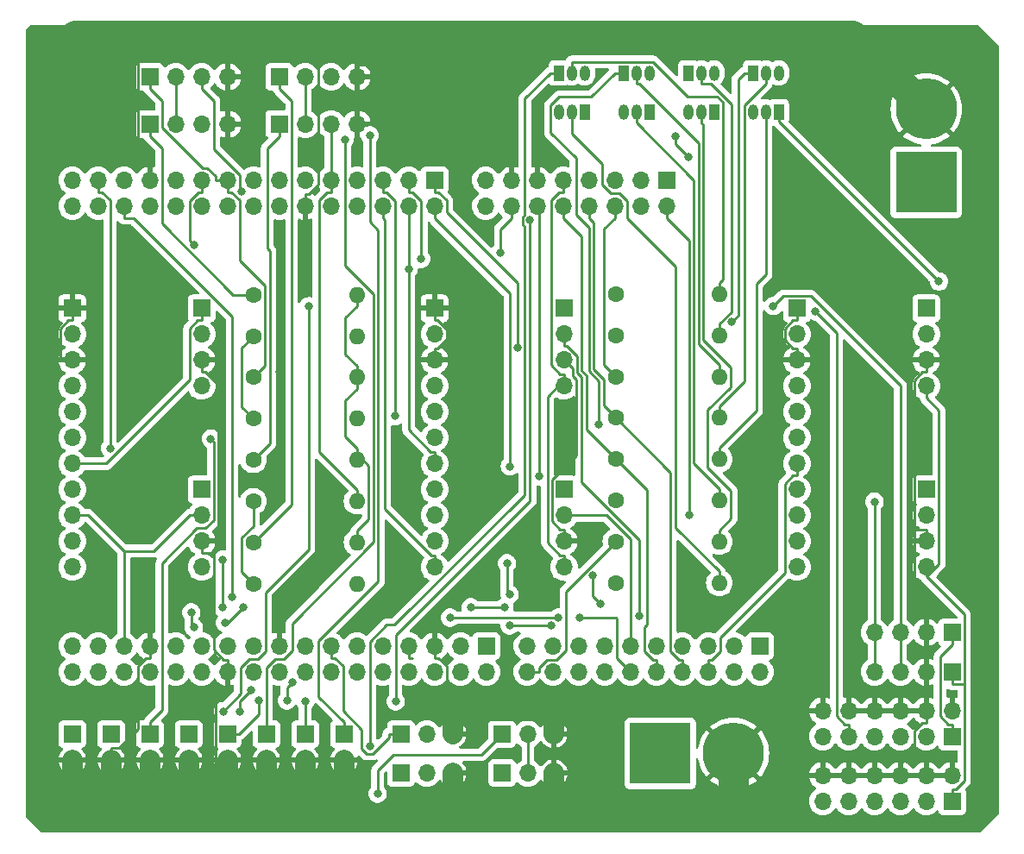
<source format=gbl>
G04 #@! TF.GenerationSoftware,KiCad,Pcbnew,8.0.3*
G04 #@! TF.CreationDate,2025-02-18T22:17:21+09:00*
G04 #@! TF.ProjectId,F767ZI_MB_V1.2,46373637-5a49-45f4-9d42-5f56312e322e,rev?*
G04 #@! TF.SameCoordinates,Original*
G04 #@! TF.FileFunction,Copper,L2,Bot*
G04 #@! TF.FilePolarity,Positive*
%FSLAX46Y46*%
G04 Gerber Fmt 4.6, Leading zero omitted, Abs format (unit mm)*
G04 Created by KiCad (PCBNEW 8.0.3) date 2025-02-18 22:17:21*
%MOMM*%
%LPD*%
G01*
G04 APERTURE LIST*
G04 #@! TA.AperFunction,ComponentPad*
%ADD10R,1.700000X1.700000*%
G04 #@! TD*
G04 #@! TA.AperFunction,ComponentPad*
%ADD11O,1.700000X1.700000*%
G04 #@! TD*
G04 #@! TA.AperFunction,ComponentPad*
%ADD12C,1.600000*%
G04 #@! TD*
G04 #@! TA.AperFunction,ComponentPad*
%ADD13O,1.600000X1.600000*%
G04 #@! TD*
G04 #@! TA.AperFunction,ComponentPad*
%ADD14R,1.000000X1.500000*%
G04 #@! TD*
G04 #@! TA.AperFunction,ComponentPad*
%ADD15O,1.000000X1.500000*%
G04 #@! TD*
G04 #@! TA.AperFunction,ComponentPad*
%ADD16C,6.000000*%
G04 #@! TD*
G04 #@! TA.AperFunction,ComponentPad*
%ADD17R,6.000000X6.000000*%
G04 #@! TD*
G04 #@! TA.AperFunction,ViaPad*
%ADD18C,0.800000*%
G04 #@! TD*
G04 #@! TA.AperFunction,Conductor*
%ADD19C,3.000000*%
G04 #@! TD*
G04 #@! TA.AperFunction,Conductor*
%ADD20C,0.250000*%
G04 #@! TD*
G04 #@! TA.AperFunction,Conductor*
%ADD21C,2.000000*%
G04 #@! TD*
G04 APERTURE END LIST*
D10*
X110998000Y-130566000D03*
D11*
X113538000Y-130566000D03*
X116078000Y-130566000D03*
D12*
X132080000Y-87386000D03*
D13*
X142240000Y-87386000D03*
D14*
X126492000Y-65675000D03*
D15*
X127762000Y-65675000D03*
X129032000Y-65675000D03*
D12*
X96520000Y-91506000D03*
D13*
X106680000Y-91506000D03*
D14*
X148082000Y-69485000D03*
D15*
X146812000Y-69485000D03*
X145542000Y-69485000D03*
D10*
X91440000Y-88783000D03*
D11*
X91440000Y-91323000D03*
X91440000Y-93863000D03*
X91440000Y-96403000D03*
D12*
X96520000Y-107706000D03*
D13*
X106680000Y-107706000D03*
D10*
X97790000Y-130561000D03*
D11*
X97790000Y-133101000D03*
D10*
X120919000Y-134376000D03*
D11*
X123459000Y-134376000D03*
X125999000Y-134376000D03*
D12*
X132080000Y-103586000D03*
D13*
X142240000Y-103586000D03*
D10*
X162560000Y-106563000D03*
D11*
X162560000Y-109103000D03*
X162560000Y-111643000D03*
X162560000Y-114183000D03*
D10*
X82550000Y-130561000D03*
D11*
X82550000Y-133101000D03*
D10*
X78740000Y-130566000D03*
D11*
X78740000Y-133106000D03*
D14*
X135382000Y-69485000D03*
D15*
X134112000Y-69485000D03*
X132842000Y-69485000D03*
D12*
X96520000Y-111756000D03*
D13*
X106680000Y-111756000D03*
D12*
X132080000Y-95486000D03*
D13*
X142240000Y-95486000D03*
D10*
X149860000Y-88783000D03*
D11*
X149860000Y-91323000D03*
X149860000Y-93863000D03*
X149860000Y-96403000D03*
X149860000Y-98943000D03*
X149860000Y-101483000D03*
X149860000Y-104023000D03*
X149860000Y-106563000D03*
X149860000Y-109103000D03*
X149860000Y-111643000D03*
X149860000Y-114183000D03*
D10*
X90170000Y-130561000D03*
D11*
X90170000Y-133101000D03*
D14*
X145542000Y-65675000D03*
D15*
X146812000Y-65675000D03*
X148082000Y-65675000D03*
D14*
X132842000Y-65675000D03*
D15*
X134112000Y-65675000D03*
X135382000Y-65675000D03*
D14*
X129032000Y-69485000D03*
D15*
X127762000Y-69485000D03*
X126492000Y-69485000D03*
D10*
X120904000Y-130566000D03*
D11*
X123444000Y-130566000D03*
X125984000Y-130566000D03*
D10*
X86360000Y-130566000D03*
D11*
X86360000Y-133106000D03*
D12*
X132080000Y-115736000D03*
D13*
X142240000Y-115736000D03*
D10*
X165100000Y-124470000D03*
D11*
X162560000Y-124470000D03*
X160020000Y-124470000D03*
X157480000Y-124470000D03*
D12*
X96520000Y-87456000D03*
D13*
X106680000Y-87456000D03*
D14*
X141732000Y-69485000D03*
D15*
X140462000Y-69485000D03*
X139192000Y-69485000D03*
D12*
X132080000Y-99536000D03*
D13*
X142240000Y-99536000D03*
D10*
X114300000Y-88783000D03*
D11*
X114300000Y-91323000D03*
X114300000Y-93863000D03*
X114300000Y-96403000D03*
X114300000Y-98943000D03*
X114300000Y-101483000D03*
X114300000Y-104023000D03*
X114300000Y-106563000D03*
X114300000Y-109103000D03*
X114300000Y-111643000D03*
X114300000Y-114183000D03*
D10*
X86360000Y-66040000D03*
D11*
X88900000Y-66040000D03*
X91440000Y-66040000D03*
X93980000Y-66040000D03*
D10*
X165100000Y-120594000D03*
D11*
X162560000Y-120594000D03*
X160020000Y-120594000D03*
X157480000Y-120594000D03*
D16*
X143637000Y-132471000D03*
D17*
X136437000Y-132471000D03*
D12*
X96520000Y-99606000D03*
D13*
X106680000Y-99606000D03*
D10*
X99060000Y-70690000D03*
D11*
X101600000Y-70690000D03*
X104140000Y-70690000D03*
X106680000Y-70690000D03*
D16*
X162560000Y-69225000D03*
D17*
X162560000Y-76425000D03*
D10*
X127000000Y-106563000D03*
D11*
X127000000Y-109103000D03*
X127000000Y-111643000D03*
X127000000Y-114183000D03*
D10*
X101600000Y-130561000D03*
D11*
X101600000Y-133101000D03*
D10*
X162560000Y-88783000D03*
D11*
X162560000Y-91323000D03*
X162560000Y-93863000D03*
X162560000Y-96403000D03*
D10*
X91440000Y-106563000D03*
D11*
X91440000Y-109103000D03*
X91440000Y-111643000D03*
X91440000Y-114183000D03*
D10*
X165100000Y-137170000D03*
D11*
X165100000Y-134630000D03*
X162560000Y-137170000D03*
X162560000Y-134630000D03*
X160020000Y-137170000D03*
X160020000Y-134630000D03*
X157480000Y-137170000D03*
X157480000Y-134630000D03*
X154940000Y-137170000D03*
X154940000Y-134630000D03*
X152400000Y-137170000D03*
X152400000Y-134630000D03*
D10*
X165100000Y-130820000D03*
D11*
X165100000Y-128280000D03*
X162560000Y-130820000D03*
X162560000Y-128280000D03*
X160020000Y-130820000D03*
X160020000Y-128280000D03*
X157480000Y-130820000D03*
X157480000Y-128280000D03*
X154940000Y-130820000D03*
X154940000Y-128280000D03*
X152400000Y-130820000D03*
X152400000Y-128280000D03*
D12*
X96520000Y-115806000D03*
D13*
X106680000Y-115806000D03*
D14*
X139192000Y-65675000D03*
D15*
X140462000Y-65675000D03*
X141732000Y-65675000D03*
D10*
X105410000Y-130561000D03*
D11*
X105410000Y-133101000D03*
D12*
X96520000Y-103656000D03*
D13*
X106680000Y-103656000D03*
D12*
X96520000Y-95556000D03*
D13*
X106680000Y-95556000D03*
D12*
X132080000Y-111686000D03*
D13*
X142240000Y-111686000D03*
D10*
X86360000Y-70690000D03*
D11*
X88900000Y-70690000D03*
X91440000Y-70690000D03*
X93980000Y-70690000D03*
D10*
X110998000Y-134376000D03*
D11*
X113538000Y-134376000D03*
X116078000Y-134376000D03*
D12*
X132080000Y-91436000D03*
D13*
X142240000Y-91436000D03*
D10*
X93980000Y-130561000D03*
D11*
X93980000Y-133101000D03*
D12*
X132080000Y-107636000D03*
D13*
X142240000Y-107636000D03*
D10*
X78740000Y-88783000D03*
D11*
X78740000Y-91323000D03*
X78740000Y-93863000D03*
X78740000Y-96403000D03*
X78740000Y-98943000D03*
X78740000Y-101483000D03*
X78740000Y-104023000D03*
X78740000Y-106563000D03*
X78740000Y-109103000D03*
X78740000Y-111643000D03*
X78740000Y-114183000D03*
D10*
X99060000Y-66040000D03*
D11*
X101600000Y-66040000D03*
X104140000Y-66040000D03*
X106680000Y-66040000D03*
D10*
X127000000Y-88783000D03*
D11*
X127000000Y-91323000D03*
X127000000Y-93863000D03*
X127000000Y-96403000D03*
D10*
X146240000Y-121920000D03*
D11*
X146240000Y-124460000D03*
X143700000Y-121920000D03*
X143700000Y-124460000D03*
X141160000Y-121920000D03*
X141160000Y-124460000D03*
X138620000Y-121920000D03*
X138620000Y-124460000D03*
X136080000Y-121920000D03*
X136080000Y-124460000D03*
X133540000Y-121920000D03*
X133540000Y-124460000D03*
X131000000Y-121920000D03*
X131000000Y-124460000D03*
X128460000Y-121920000D03*
X128460000Y-124460000D03*
X125920000Y-121920000D03*
X125920000Y-124460000D03*
X123380000Y-121920000D03*
X123380000Y-124460000D03*
D10*
X119380000Y-121920000D03*
D11*
X119380000Y-124460000D03*
X116840000Y-121920000D03*
X116840000Y-124460000D03*
X114300000Y-121920000D03*
X114300000Y-124460000D03*
X111760000Y-121920000D03*
X111760000Y-124460000D03*
X109220000Y-121920000D03*
X109220000Y-124460000D03*
X106680000Y-121920000D03*
X106680000Y-124460000D03*
X104140000Y-121920000D03*
X104140000Y-124460000D03*
X101600000Y-121920000D03*
X101600000Y-124460000D03*
X99060000Y-121920000D03*
X99060000Y-124460000D03*
X96520000Y-121920000D03*
X96520000Y-124460000D03*
X93980000Y-121920000D03*
X93980000Y-124460000D03*
X91440000Y-121920000D03*
X91440000Y-124460000D03*
X88900000Y-121920000D03*
X88900000Y-124460000D03*
X86360000Y-121920000D03*
X86360000Y-124460000D03*
X83820000Y-121920000D03*
X83820000Y-124460000D03*
X81280000Y-121920000D03*
X81280000Y-124460000D03*
X78740000Y-121920000D03*
X78740000Y-124460000D03*
D10*
X137080000Y-76200000D03*
D11*
X137080000Y-78740000D03*
X134540000Y-76200000D03*
X134540000Y-78740000D03*
X132000000Y-76200000D03*
X132000000Y-78740000D03*
X129460000Y-76200000D03*
X129460000Y-78740000D03*
X126920000Y-76200000D03*
X126920000Y-78740000D03*
X124380000Y-76200000D03*
X124380000Y-78740000D03*
X121840000Y-76200000D03*
X121840000Y-78740000D03*
X119300000Y-76200000D03*
X119300000Y-78740000D03*
D10*
X114300000Y-76200000D03*
D11*
X114300000Y-78740000D03*
X111760000Y-76200000D03*
X111760000Y-78740000D03*
X109220000Y-76200000D03*
X109220000Y-78740000D03*
X106680000Y-76200000D03*
X106680000Y-78740000D03*
X104140000Y-76200000D03*
X104140000Y-78740000D03*
X101600000Y-76200000D03*
X101600000Y-78740000D03*
X99060000Y-76200000D03*
X99060000Y-78740000D03*
X96520000Y-76200000D03*
X96520000Y-78740000D03*
X93980000Y-76200000D03*
X93980000Y-78740000D03*
X91440000Y-76200000D03*
X91440000Y-78740000D03*
X88900000Y-76200000D03*
X88900000Y-78740000D03*
X86360000Y-76200000D03*
X86360000Y-78740000D03*
X83820000Y-76200000D03*
X83820000Y-78740000D03*
X81280000Y-76200000D03*
X81280000Y-78740000D03*
X78740000Y-76200000D03*
X78740000Y-78740000D03*
D18*
X134620000Y-138186000D03*
X148590000Y-129296000D03*
X167640000Y-126756000D03*
X111760000Y-107706000D03*
X110490000Y-115326000D03*
X99060000Y-95006000D03*
X118110000Y-91196000D03*
X88900000Y-116596000D03*
X118110000Y-88656000D03*
X123190000Y-116596000D03*
X120650000Y-106436000D03*
X144780000Y-103896000D03*
X144780000Y-112786000D03*
X116840000Y-97546000D03*
X116840000Y-107706000D03*
X147320000Y-95006000D03*
X157480000Y-97546000D03*
X167640000Y-95006000D03*
X167640000Y-105166000D03*
X167640000Y-117866000D03*
X167640000Y-138186000D03*
X149860000Y-122946000D03*
X147320000Y-138186000D03*
X81280000Y-115326000D03*
X86360000Y-115326000D03*
X88900000Y-105166000D03*
X88900000Y-100086000D03*
X88900000Y-95006000D03*
X86360000Y-89926000D03*
X78740000Y-84846000D03*
X81280000Y-72146000D03*
X149860000Y-74686000D03*
X149860000Y-82306000D03*
X162560000Y-82306000D03*
X167640000Y-82306000D03*
X167640000Y-67066000D03*
X157480000Y-67066000D03*
X119380000Y-67066000D03*
X111760000Y-67066000D03*
X81280000Y-67066000D03*
X125730000Y-119898000D03*
X121666000Y-119898000D03*
X121666000Y-116850000D03*
X121412000Y-113802000D03*
X95504000Y-118120000D03*
X93726000Y-119644000D03*
X108712000Y-136408000D03*
X130556000Y-117829000D03*
X129794000Y-115011000D03*
X121158000Y-118120000D03*
X117856000Y-118120000D03*
X100330000Y-125523000D03*
X99822000Y-127264000D03*
X97028000Y-127264000D03*
X163803351Y-86142649D03*
X95159697Y-128370303D03*
X96266000Y-126248000D03*
X139192000Y-73924000D03*
X137922000Y-71892000D03*
X93472000Y-113458000D03*
X93472000Y-118120000D03*
X115824000Y-119136000D03*
X126465000Y-119136000D03*
X128524000Y-119136000D03*
X107933400Y-71805000D03*
X105485500Y-72241700D03*
X123668400Y-80116700D03*
X110488500Y-127363400D03*
X101600000Y-127363400D03*
X93538700Y-128330300D03*
X101929900Y-88582700D03*
X143486600Y-90113500D03*
X130423500Y-100146900D03*
X92334200Y-101580300D03*
X122410600Y-92631200D03*
X107950000Y-131742700D03*
X121683900Y-104295500D03*
X111760000Y-84915400D03*
X90691200Y-82554500D03*
X134394800Y-119013900D03*
X120755500Y-83288100D03*
X124550500Y-105271700D03*
X139306500Y-109103000D03*
X94429300Y-117148300D03*
X110437600Y-99358300D03*
X95383000Y-77337000D03*
X112983100Y-83929100D03*
X147548900Y-88554500D03*
X82456700Y-102513700D03*
X157480000Y-107762300D03*
X151686900Y-89083800D03*
X90424000Y-118628000D03*
X90678000Y-120115000D03*
D19*
X134620000Y-138186000D02*
X129286000Y-138186000D01*
D20*
X121666000Y-119898000D02*
X125730000Y-119898000D01*
X121412000Y-116596000D02*
X121666000Y-116850000D01*
X121412000Y-113802000D02*
X121412000Y-116596000D01*
X93980000Y-119644000D02*
X95504000Y-118120000D01*
X93726000Y-119644000D02*
X93980000Y-119644000D01*
X108712000Y-134122000D02*
X108712000Y-136408000D01*
X110236000Y-132598000D02*
X108712000Y-134122000D01*
X112522000Y-132598000D02*
X110236000Y-132598000D01*
X118872000Y-132598000D02*
X112522000Y-132598000D01*
X120904000Y-130566000D02*
X118872000Y-132598000D01*
X129794000Y-117067000D02*
X130556000Y-117829000D01*
X129794000Y-115011000D02*
X129794000Y-117067000D01*
X117856000Y-118120000D02*
X121158000Y-118120000D01*
X99822000Y-126031000D02*
X100330000Y-125523000D01*
X99822000Y-127264000D02*
X99822000Y-126031000D01*
X97028000Y-128613000D02*
X97028000Y-127264000D01*
X95080000Y-130561000D02*
X97028000Y-128613000D01*
X93980000Y-130561000D02*
X95080000Y-130561000D01*
X148082000Y-70421298D02*
X163803351Y-86142649D01*
X148082000Y-69485000D02*
X148082000Y-70421298D01*
X96266000Y-126248000D02*
X95159697Y-127354303D01*
X95159697Y-127354303D02*
X95159697Y-128370303D01*
X137922000Y-71892000D02*
X137922000Y-72654000D01*
X137922000Y-72654000D02*
X139192000Y-73924000D01*
X93472000Y-118120000D02*
X93472000Y-113458000D01*
X126465000Y-119136000D02*
X115824000Y-119136000D01*
X132175000Y-119231000D02*
X132080000Y-119136000D01*
X132175000Y-123095000D02*
X132175000Y-119231000D01*
X132080000Y-119136000D02*
X128524000Y-119136000D01*
X133540000Y-124460000D02*
X132175000Y-123095000D01*
X137970500Y-110339800D02*
X142240000Y-114609300D01*
X137970500Y-84699900D02*
X137970500Y-110339800D01*
X133185800Y-79915200D02*
X137970500Y-84699900D01*
X133185800Y-78225000D02*
X133185800Y-79915200D01*
X132430800Y-77470000D02*
X133185800Y-78225000D01*
X131569200Y-77470000D02*
X132430800Y-77470000D01*
X130730000Y-76630800D02*
X131569200Y-77470000D01*
X130730000Y-74631300D02*
X130730000Y-76630800D01*
X127762000Y-71663300D02*
X130730000Y-74631300D01*
X127762000Y-69485000D02*
X127762000Y-71663300D01*
X142240000Y-115736000D02*
X142240000Y-114609300D01*
X105410000Y-130561000D02*
X105410000Y-129384300D01*
X107933400Y-80276500D02*
X107933400Y-71805000D01*
X108769800Y-81112900D02*
X107933400Y-80276500D01*
X108769800Y-115593000D02*
X108769800Y-81112900D01*
X102929900Y-121432900D02*
X108769800Y-115593000D01*
X102929900Y-126904200D02*
X102929900Y-121432900D01*
X105410000Y-129384300D02*
X102929900Y-126904200D01*
X134112000Y-69485000D02*
X134112000Y-70561700D01*
X142240000Y-107636000D02*
X142240000Y-106509300D01*
X139758200Y-104027500D02*
X142240000Y-106509300D01*
X139758200Y-76207900D02*
X139758200Y-104027500D01*
X134112000Y-70561700D02*
X139758200Y-76207900D01*
X105485500Y-84615700D02*
X105485500Y-72241700D01*
X108298800Y-87429000D02*
X105485500Y-84615700D01*
X108298800Y-111730700D02*
X108298800Y-87429000D01*
X100330000Y-119699500D02*
X108298800Y-111730700D01*
X100330000Y-122350800D02*
X100330000Y-119699500D01*
X99490800Y-123190000D02*
X100330000Y-122350800D01*
X98635300Y-123190000D02*
X99490800Y-123190000D01*
X97790000Y-124035300D02*
X98635300Y-123190000D01*
X97790000Y-130561000D02*
X97790000Y-124035300D01*
X142240000Y-111686000D02*
X142240000Y-110559300D01*
X140462000Y-69485000D02*
X140462000Y-70561700D01*
X143395400Y-109403900D02*
X142240000Y-110559300D01*
X143395400Y-106680300D02*
X143395400Y-109403900D01*
X141113300Y-104398200D02*
X143395400Y-106680300D01*
X141113300Y-98776800D02*
X141113300Y-104398200D01*
X143381800Y-96508300D02*
X141113300Y-98776800D01*
X143381800Y-94626400D02*
X143381800Y-96508300D01*
X140661600Y-91906200D02*
X143381800Y-94626400D01*
X140661600Y-70761300D02*
X140661600Y-91906200D01*
X140462000Y-70561700D02*
X140661600Y-70761300D01*
X110488500Y-120852900D02*
X110488500Y-127363400D01*
X123668400Y-107673000D02*
X110488500Y-120852900D01*
X123668400Y-80116700D02*
X123668400Y-107673000D01*
X101600000Y-130561000D02*
X101600000Y-127363400D01*
X142240000Y-103586000D02*
X142240000Y-102459300D01*
X145907100Y-98792200D02*
X142240000Y-102459300D01*
X145907100Y-86365200D02*
X145907100Y-98792200D01*
X146812000Y-85460300D02*
X145907100Y-86365200D01*
X146812000Y-69485000D02*
X146812000Y-85460300D01*
X142240000Y-99536000D02*
X142240000Y-98409300D01*
X144713800Y-95935500D02*
X142240000Y-98409300D01*
X144713800Y-68861600D02*
X144713800Y-95935500D01*
X146812000Y-66763400D02*
X144713800Y-68861600D01*
X146812000Y-65675000D02*
X146812000Y-66763400D01*
X144088400Y-89511700D02*
X143486600Y-90113500D01*
X144088400Y-66301900D02*
X144088400Y-89511700D01*
X144715300Y-65675000D02*
X144088400Y-66301900D01*
X145542000Y-65675000D02*
X144715300Y-65675000D01*
X95250000Y-126619000D02*
X93538700Y-128330300D01*
X95250000Y-124029200D02*
X95250000Y-126619000D01*
X96089200Y-123190000D02*
X95250000Y-124029200D01*
X96939700Y-123190000D02*
X96089200Y-123190000D01*
X97710400Y-122419300D02*
X96939700Y-123190000D01*
X97710400Y-116651700D02*
X97710400Y-122419300D01*
X101929900Y-112432200D02*
X97710400Y-116651700D01*
X101929900Y-88582700D02*
X101929900Y-112432200D01*
X140462000Y-65675000D02*
X140462000Y-66751700D01*
X142240000Y-91436000D02*
X142240000Y-90309300D01*
X143415600Y-89133700D02*
X142240000Y-90309300D01*
X143415600Y-68736700D02*
X143415600Y-89133700D01*
X141430600Y-66751700D02*
X143415600Y-68736700D01*
X140462000Y-66751700D02*
X141430600Y-66751700D01*
X132842000Y-65675000D02*
X132015300Y-65675000D01*
X130423500Y-95931900D02*
X130423500Y-100146900D01*
X129460000Y-94968400D02*
X130423500Y-95931900D01*
X129460000Y-80908900D02*
X129460000Y-94968400D01*
X128189900Y-79638800D02*
X129460000Y-80908900D01*
X128189900Y-74042700D02*
X128189900Y-79638800D01*
X125665300Y-71518100D02*
X128189900Y-74042700D01*
X125665300Y-68885800D02*
X125665300Y-71518100D01*
X126539400Y-68011700D02*
X125665300Y-68885800D01*
X129678600Y-68011700D02*
X126539400Y-68011700D01*
X132015300Y-65675000D02*
X129678600Y-68011700D01*
X86360000Y-130566000D02*
X86360000Y-129389300D01*
X92624400Y-101870500D02*
X92334200Y-101580300D01*
X92624400Y-109589800D02*
X92624400Y-101870500D01*
X91841200Y-110373000D02*
X92624400Y-109589800D01*
X90954500Y-110373000D02*
X91841200Y-110373000D01*
X87536700Y-113790800D02*
X90954500Y-110373000D01*
X87536700Y-128212600D02*
X87536700Y-113790800D01*
X86360000Y-129389300D02*
X87536700Y-128212600D01*
X134112000Y-65675000D02*
X134112000Y-66751700D01*
X142240000Y-95486000D02*
X142240000Y-94359300D01*
X140209900Y-92329200D02*
X142240000Y-94359300D01*
X140209900Y-72547900D02*
X140209900Y-92329200D01*
X134413700Y-66751700D02*
X140209900Y-72547900D01*
X134112000Y-66751700D02*
X134413700Y-66751700D01*
X114300000Y-76200000D02*
X114300000Y-77376700D01*
X122410600Y-86252700D02*
X122410600Y-92631200D01*
X115476700Y-79318800D02*
X122410600Y-86252700D01*
X115476700Y-78185600D02*
X115476700Y-79318800D01*
X114667800Y-77376700D02*
X115476700Y-78185600D01*
X114300000Y-77376700D02*
X114667800Y-77376700D01*
X114300000Y-114183000D02*
X114300000Y-113006300D01*
X109220000Y-78740000D02*
X109220000Y-79916700D01*
X109407200Y-80103900D02*
X109220000Y-79916700D01*
X109407200Y-108440800D02*
X109407200Y-80103900D01*
X113972700Y-113006300D02*
X109407200Y-108440800D01*
X114300000Y-113006300D02*
X113972700Y-113006300D01*
X126492000Y-65675000D02*
X125665300Y-65675000D01*
X107950000Y-121509800D02*
X107950000Y-131742700D01*
X109609900Y-119849900D02*
X107950000Y-121509800D01*
X110364600Y-119849900D02*
X109609900Y-119849900D01*
X123137300Y-107077200D02*
X110364600Y-119849900D01*
X123137300Y-80746600D02*
X123137300Y-107077200D01*
X122940600Y-80549900D02*
X123137300Y-80746600D01*
X122940600Y-79816900D02*
X122940600Y-80549900D01*
X123137300Y-79620200D02*
X122940600Y-79816900D01*
X123137300Y-68203000D02*
X123137300Y-79620200D01*
X125665300Y-65675000D02*
X123137300Y-68203000D01*
X127762000Y-65675000D02*
X127762000Y-64598300D01*
X142240000Y-87386000D02*
X142240000Y-86259300D01*
X142558700Y-85940600D02*
X142240000Y-86259300D01*
X142558700Y-68546500D02*
X142558700Y-85940600D01*
X141995300Y-67983100D02*
X142558700Y-68546500D01*
X139140000Y-67983100D02*
X141995300Y-67983100D01*
X135755200Y-64598300D02*
X139140000Y-67983100D01*
X127762000Y-64598300D02*
X135755200Y-64598300D01*
X114300000Y-78740000D02*
X114300000Y-79916700D01*
X121683900Y-87300600D02*
X121683900Y-104295500D01*
X114300000Y-79916700D02*
X121683900Y-87300600D01*
X114300000Y-104023000D02*
X114300000Y-102846300D01*
X113932300Y-102846300D02*
X114300000Y-102846300D01*
X111760000Y-100674000D02*
X113932300Y-102846300D01*
X111760000Y-84915400D02*
X111760000Y-100674000D01*
X111760000Y-78740000D02*
X111760000Y-84915400D01*
X91440000Y-76200000D02*
X91440000Y-77376700D01*
X90263300Y-82126600D02*
X90691200Y-82554500D01*
X90263300Y-78252500D02*
X90263300Y-82126600D01*
X91139100Y-77376700D02*
X90263300Y-78252500D01*
X91440000Y-77376700D02*
X91139100Y-77376700D01*
X123459000Y-131757700D02*
X123459000Y-134376000D01*
X123444000Y-131742700D02*
X123459000Y-131757700D01*
X123444000Y-130566000D02*
X123444000Y-131742700D01*
X133540000Y-111466700D02*
X133540000Y-121920000D01*
X131176300Y-109103000D02*
X133540000Y-111466700D01*
X127000000Y-109103000D02*
X131176300Y-109103000D01*
X127000000Y-91323000D02*
X127000000Y-92499700D01*
X134394800Y-111544200D02*
X134394800Y-119013900D01*
X128736500Y-105885900D02*
X134394800Y-111544200D01*
X128736500Y-95522500D02*
X128736500Y-105885900D01*
X128286300Y-95072300D02*
X128736500Y-95522500D01*
X128286300Y-93472600D02*
X128286300Y-95072300D01*
X127313400Y-92499700D02*
X128286300Y-93472600D01*
X127000000Y-92499700D02*
X127313400Y-92499700D01*
X123380000Y-124460000D02*
X124556700Y-124460000D01*
X127190000Y-116576000D02*
X132080000Y-111686000D01*
X127190000Y-122385400D02*
X127190000Y-116576000D01*
X126292100Y-123283300D02*
X127190000Y-122385400D01*
X125365600Y-123283300D02*
X126292100Y-123283300D01*
X124556700Y-124092200D02*
X125365600Y-123283300D01*
X124556700Y-124460000D02*
X124556700Y-124092200D01*
X136080000Y-124460000D02*
X136080000Y-123283300D01*
X126920000Y-78740000D02*
X126920000Y-79916700D01*
X135121500Y-106627500D02*
X132080000Y-103586000D01*
X135121500Y-119860000D02*
X135121500Y-106627500D01*
X134903300Y-120078200D02*
X135121500Y-119860000D01*
X134903300Y-122474400D02*
X134903300Y-120078200D01*
X135712200Y-123283300D02*
X134903300Y-122474400D01*
X136080000Y-123283300D02*
X135712200Y-123283300D01*
X128738000Y-81734700D02*
X126920000Y-79916700D01*
X128738000Y-94885200D02*
X128738000Y-81734700D01*
X129188200Y-95335400D02*
X128738000Y-94885200D01*
X129188200Y-100694200D02*
X129188200Y-95335400D01*
X132080000Y-103586000D02*
X129188200Y-100694200D01*
X130948800Y-94354800D02*
X132080000Y-95486000D01*
X130948800Y-80967900D02*
X130948800Y-94354800D01*
X132000000Y-79916700D02*
X130948800Y-80967900D01*
X132000000Y-78740000D02*
X132000000Y-79916700D01*
X149860000Y-104023000D02*
X149860000Y-105199700D01*
X141160000Y-124460000D02*
X141160000Y-123283300D01*
X149492200Y-105199700D02*
X149860000Y-105199700D01*
X148683300Y-106008600D02*
X149492200Y-105199700D01*
X148683300Y-114709100D02*
X148683300Y-106008600D01*
X142336700Y-121055700D02*
X148683300Y-114709100D01*
X142336700Y-122474400D02*
X142336700Y-121055700D01*
X141527800Y-123283300D02*
X142336700Y-122474400D01*
X141160000Y-123283300D02*
X141527800Y-123283300D01*
X121840000Y-78740000D02*
X121840000Y-79916700D01*
X91072200Y-89959700D02*
X91440000Y-89959700D01*
X90263300Y-90768600D02*
X91072200Y-89959700D01*
X90263300Y-95812500D02*
X90263300Y-90768600D01*
X82052800Y-104023000D02*
X90263300Y-95812500D01*
X78740000Y-104023000D02*
X82052800Y-104023000D01*
X91440000Y-88783000D02*
X91440000Y-89959700D01*
X120755500Y-81001200D02*
X120755500Y-83288100D01*
X121840000Y-79916700D02*
X120755500Y-81001200D01*
X129460000Y-78740000D02*
X129460000Y-79916700D01*
X138620000Y-124460000D02*
X138620000Y-123283300D01*
X138252200Y-123283300D02*
X138620000Y-123283300D01*
X137443300Y-122474400D02*
X138252200Y-123283300D01*
X137443300Y-104899300D02*
X137443300Y-122474400D01*
X132080000Y-99536000D02*
X137443300Y-104899300D01*
X129911700Y-80368400D02*
X129460000Y-79916700D01*
X129911700Y-94781300D02*
X129911700Y-80368400D01*
X130875200Y-95744800D02*
X129911700Y-94781300D01*
X130875200Y-98331200D02*
X130875200Y-95744800D01*
X132080000Y-99536000D02*
X130875200Y-98331200D01*
X124550500Y-78910500D02*
X124550500Y-105271700D01*
X124380000Y-78740000D02*
X124550500Y-78910500D01*
X137080000Y-78740000D02*
X137080000Y-79916700D01*
X139306500Y-82143200D02*
X139306500Y-109103000D01*
X137080000Y-79916700D02*
X139306500Y-82143200D01*
X112127800Y-123096700D02*
X111760000Y-123096700D01*
X111760000Y-121920000D02*
X111760000Y-123096700D01*
X91440000Y-109103000D02*
X90263300Y-109103000D01*
X86761300Y-112605000D02*
X90263300Y-109103000D01*
X83820000Y-112605000D02*
X86761300Y-112605000D01*
X83820000Y-121920000D02*
X83820000Y-112605000D01*
X80318000Y-109103000D02*
X78740000Y-109103000D01*
X83820000Y-112605000D02*
X80318000Y-109103000D01*
X109821300Y-130933700D02*
X109821300Y-130566000D01*
X108255700Y-132499300D02*
X109821300Y-130933700D01*
X107601600Y-132499300D02*
X108255700Y-132499300D01*
X107139200Y-132036900D02*
X107601600Y-132499300D01*
X107139200Y-130128100D02*
X107139200Y-132036900D01*
X105316700Y-128305600D02*
X107139200Y-130128100D01*
X105316700Y-123905600D02*
X105316700Y-128305600D01*
X104507800Y-123096700D02*
X105316700Y-123905600D01*
X104140000Y-123096700D02*
X104507800Y-123096700D01*
X104140000Y-121920000D02*
X104140000Y-123096700D01*
X110998000Y-130566000D02*
X109821300Y-130566000D01*
X83820000Y-78740000D02*
X83820000Y-79916700D01*
X94429300Y-89569900D02*
X94429300Y-117148300D01*
X84776100Y-79916700D02*
X94429300Y-89569900D01*
X83820000Y-79916700D02*
X84776100Y-79916700D01*
X99060000Y-66040000D02*
X99060000Y-67216700D01*
X100266000Y-108010000D02*
X96520000Y-111756000D01*
X100266000Y-68422700D02*
X100266000Y-108010000D01*
X99060000Y-67216700D02*
X100266000Y-68422700D01*
X99060000Y-70690000D02*
X99060000Y-71866700D01*
X98108400Y-102067600D02*
X96520000Y-103656000D01*
X98108400Y-83135100D02*
X98108400Y-102067600D01*
X97883300Y-82910000D02*
X98108400Y-83135100D01*
X97883300Y-73043400D02*
X97883300Y-82910000D01*
X99060000Y-71866700D02*
X97883300Y-73043400D01*
X106680000Y-107706000D02*
X106680000Y-106579300D01*
X104140000Y-70690000D02*
X104140000Y-76200000D01*
X102949400Y-102848700D02*
X106680000Y-106579300D01*
X102949400Y-78199600D02*
X102949400Y-102848700D01*
X103772300Y-77376700D02*
X102949400Y-78199600D01*
X104140000Y-77376700D02*
X103772300Y-77376700D01*
X104140000Y-76200000D02*
X104140000Y-77376700D01*
X110437600Y-78226600D02*
X110437600Y-99358300D01*
X109587700Y-77376700D02*
X110437600Y-78226600D01*
X109220000Y-77376700D02*
X109587700Y-77376700D01*
X109220000Y-76200000D02*
X109220000Y-77376700D01*
X95157900Y-77111900D02*
X95383000Y-77337000D01*
X95157900Y-75713700D02*
X95157900Y-77111900D01*
X92616700Y-73172500D02*
X95157900Y-75713700D01*
X92616700Y-68393400D02*
X92616700Y-73172500D01*
X91440000Y-67216700D02*
X92616700Y-68393400D01*
X91440000Y-66040000D02*
X91440000Y-67216700D01*
X92803300Y-75832200D02*
X92803300Y-76200000D01*
X91994400Y-75023300D02*
X92803300Y-75832200D01*
X91540300Y-75023300D02*
X91994400Y-75023300D01*
X87536700Y-71019700D02*
X91540300Y-75023300D01*
X87536700Y-68393400D02*
X87536700Y-71019700D01*
X86360000Y-67216700D02*
X87536700Y-68393400D01*
X86360000Y-66040000D02*
X86360000Y-67216700D01*
X93980000Y-76200000D02*
X92803300Y-76200000D01*
X93980000Y-76200000D02*
X93980000Y-77376700D01*
X97656100Y-94419900D02*
X96520000Y-95556000D01*
X97656100Y-86553700D02*
X97656100Y-94419900D01*
X95156700Y-84054300D02*
X97656100Y-86553700D01*
X95156700Y-78185600D02*
X95156700Y-84054300D01*
X94347800Y-77376700D02*
X95156700Y-78185600D01*
X93980000Y-77376700D02*
X94347800Y-77376700D01*
X94548300Y-87456000D02*
X96520000Y-87456000D01*
X87536700Y-80444400D02*
X94548300Y-87456000D01*
X87536700Y-73043400D02*
X87536700Y-80444400D01*
X86360000Y-71866700D02*
X87536700Y-73043400D01*
X86360000Y-70690000D02*
X86360000Y-71866700D01*
X111760000Y-76200000D02*
X111760000Y-77376700D01*
X112983100Y-78232100D02*
X112983100Y-83929100D01*
X112127700Y-77376700D02*
X112983100Y-78232100D01*
X111760000Y-77376700D02*
X112127700Y-77376700D01*
X160020000Y-120594000D02*
X160020000Y-124470000D01*
X148501500Y-87601900D02*
X147548900Y-88554500D01*
X151232700Y-87601900D02*
X148501500Y-87601900D01*
X160020000Y-96389200D02*
X151232700Y-87601900D01*
X160020000Y-120594000D02*
X160020000Y-96389200D01*
X157480000Y-120594000D02*
X157480000Y-124470000D01*
X157480000Y-120594000D02*
X157480000Y-107762300D01*
X81280000Y-76200000D02*
X81280000Y-77376700D01*
X82456700Y-78185600D02*
X82456700Y-102513700D01*
X81647800Y-77376700D02*
X82456700Y-78185600D01*
X81280000Y-77376700D02*
X81647800Y-77376700D01*
X126632300Y-95226300D02*
X127000000Y-95226300D01*
X125742500Y-94336500D02*
X126632300Y-95226300D01*
X125742500Y-78186500D02*
X125742500Y-94336500D01*
X126552300Y-77376700D02*
X125742500Y-78186500D01*
X126920000Y-77376700D02*
X126552300Y-77376700D01*
X126920000Y-76200000D02*
X126920000Y-77376700D01*
X165100000Y-137170000D02*
X165100000Y-135993300D01*
X88900000Y-70690000D02*
X88900000Y-66040000D01*
X165100000Y-125058300D02*
X165100000Y-125646700D01*
X165100000Y-125058300D02*
X165100000Y-124470000D01*
X127000000Y-96403000D02*
X127000000Y-95814600D01*
X127000000Y-95814600D02*
X127000000Y-95226300D01*
X127000000Y-114183000D02*
X127000000Y-113006300D01*
X162560000Y-114183000D02*
X162560000Y-115103400D01*
X162560000Y-96403000D02*
X162560000Y-97579700D01*
X105553300Y-101402600D02*
X106680000Y-102529300D01*
X105553300Y-97809400D02*
X105553300Y-101402600D01*
X106680000Y-96682700D02*
X105553300Y-97809400D01*
X106680000Y-95556000D02*
X106680000Y-96682700D01*
X105553300Y-89709400D02*
X106680000Y-88582700D01*
X105553300Y-93302600D02*
X105553300Y-89709400D01*
X106680000Y-94429300D02*
X105553300Y-93302600D01*
X106680000Y-95556000D02*
X106680000Y-94429300D01*
X106680000Y-87456000D02*
X106680000Y-88582700D01*
X95369300Y-92656700D02*
X96520000Y-91506000D01*
X95369300Y-98455300D02*
X95369300Y-92656700D01*
X96520000Y-99606000D02*
X95369300Y-98455300D01*
X106680000Y-103656000D02*
X106680000Y-103092600D01*
X106680000Y-103092600D02*
X106680000Y-102529300D01*
X107806700Y-109502600D02*
X106680000Y-110629300D01*
X107806700Y-104219300D02*
X107806700Y-109502600D01*
X106680000Y-103092600D02*
X107806700Y-104219300D01*
X106680000Y-111756000D02*
X106680000Y-110629300D01*
X163804600Y-113858800D02*
X162560000Y-115103400D01*
X163804600Y-98824300D02*
X163804600Y-113858800D01*
X162560000Y-97579700D02*
X163804600Y-98824300D01*
X166276700Y-125646700D02*
X165100000Y-125646700D01*
X165467700Y-135993300D02*
X165100000Y-135993300D01*
X166276700Y-135184300D02*
X165467700Y-135993300D01*
X166276700Y-125646700D02*
X166276700Y-135184300D01*
X166276700Y-118820100D02*
X166276700Y-125646700D01*
X162560000Y-115103400D02*
X166276700Y-118820100D01*
X126622500Y-113006300D02*
X127000000Y-113006300D01*
X125371600Y-111755400D02*
X126622500Y-113006300D01*
X125371600Y-97443000D02*
X125371600Y-111755400D01*
X127000000Y-95814600D02*
X125371600Y-97443000D01*
X101600000Y-70690000D02*
X101600000Y-66040000D01*
X96520000Y-110162700D02*
X96520000Y-107706000D01*
X96519900Y-110162700D02*
X96520000Y-110162700D01*
X95393300Y-111289300D02*
X96519900Y-110162700D01*
X95393300Y-114679300D02*
X95393300Y-111289300D01*
X96520000Y-115806000D02*
X95393300Y-114679300D01*
X163923300Y-122947400D02*
X165100000Y-121770700D01*
X163923300Y-128834300D02*
X163923300Y-122947400D01*
X164732300Y-129643300D02*
X163923300Y-128834300D01*
X165100000Y-129643300D02*
X164732300Y-129643300D01*
X165100000Y-130820000D02*
X165100000Y-129643300D01*
X165100000Y-120594000D02*
X165100000Y-121770700D01*
X154572200Y-129643300D02*
X154940000Y-129643300D01*
X153763300Y-128834400D02*
X154572200Y-129643300D01*
X153763300Y-91160200D02*
X153763300Y-128834400D01*
X151686900Y-89083800D02*
X153763300Y-91160200D01*
X154940000Y-130820000D02*
X154940000Y-129643300D01*
X126014000Y-138186000D02*
X125999000Y-138171000D01*
X116332000Y-127772000D02*
X116078000Y-128026000D01*
X125984000Y-130091000D02*
X125999000Y-130106000D01*
X143256000Y-138186000D02*
X143637000Y-137805000D01*
X107856700Y-64863300D02*
X106680000Y-64863300D01*
X110734000Y-61986000D02*
X107856700Y-64863300D01*
X106680000Y-66040000D02*
X106680000Y-64863300D01*
X101346000Y-136662000D02*
X101600000Y-136408000D01*
X97790000Y-135900000D02*
X97790000Y-136662000D01*
X76200000Y-65500200D02*
X76200000Y-64780000D01*
X75692000Y-66008200D02*
X76200000Y-65500200D01*
X85183300Y-61987500D02*
X85184800Y-61986000D01*
X85183300Y-73846600D02*
X85183300Y-61987500D01*
X86360000Y-75023300D02*
X85183300Y-73846600D01*
X86360000Y-76200000D02*
X86360000Y-75023300D01*
X121840000Y-64264700D02*
X119561300Y-61986000D01*
X121840000Y-76200000D02*
X121840000Y-64264700D01*
X83359000Y-131924300D02*
X82550000Y-131924300D01*
X85183300Y-130100000D02*
X83359000Y-131924300D01*
X85183300Y-123905600D02*
X85183300Y-130100000D01*
X85992200Y-123096700D02*
X85183300Y-123905600D01*
X86360000Y-123096700D02*
X85992200Y-123096700D01*
X86360000Y-121920000D02*
X86360000Y-123096700D01*
X82550000Y-133101000D02*
X82550000Y-131924300D01*
X115476700Y-127424700D02*
X115824000Y-127772000D01*
X115476700Y-123905600D02*
X115476700Y-127424700D01*
X114667800Y-123096700D02*
X115476700Y-123905600D01*
X114300000Y-123096700D02*
X114667800Y-123096700D01*
X114300000Y-121920000D02*
X114300000Y-123096700D01*
X93980000Y-63256000D02*
X93980000Y-66040000D01*
X95250000Y-61986000D02*
X93980000Y-63256000D01*
X93980000Y-70690000D02*
X93980000Y-66040000D01*
X106680000Y-70690000D02*
X106680000Y-66040000D01*
X162560000Y-120594000D02*
X162560000Y-124470000D01*
X162560000Y-124470000D02*
X162560000Y-128280000D01*
X78740000Y-88783000D02*
X78740000Y-89959700D01*
X78372300Y-89959700D02*
X78740000Y-89959700D01*
X77556600Y-90775400D02*
X78372300Y-89959700D01*
X77556600Y-93863000D02*
X77556600Y-90775400D01*
X75692000Y-93863000D02*
X77556600Y-93863000D01*
X77556600Y-93863000D02*
X78740000Y-93863000D01*
X114300000Y-93863000D02*
X114300000Y-92686300D01*
X114300000Y-88783000D02*
X114300000Y-89959700D01*
X149492200Y-89959700D02*
X149860000Y-89959700D01*
X148683300Y-90768600D02*
X149492200Y-89959700D01*
X148683300Y-91877300D02*
X148683300Y-90768600D01*
X149492300Y-92686300D02*
X148683300Y-91877300D01*
X149860000Y-92686300D02*
X149492300Y-92686300D01*
X149860000Y-93863000D02*
X149860000Y-92686300D01*
X149860000Y-88783000D02*
X149860000Y-89959700D01*
X92803300Y-136660500D02*
X92804800Y-136662000D01*
X92803300Y-126813400D02*
X92803300Y-136660500D01*
X93980000Y-125636700D02*
X92803300Y-126813400D01*
X93980000Y-124460000D02*
X93980000Y-125636700D01*
X91440000Y-111643000D02*
X91440000Y-112819700D01*
X93980000Y-124460000D02*
X93980000Y-123283300D01*
X162560000Y-93863000D02*
X162560000Y-95039700D01*
X162560000Y-111643000D02*
X162560000Y-110466300D01*
X162560000Y-120594000D02*
X162560000Y-119417300D01*
X161383300Y-110466300D02*
X162560000Y-110466300D01*
X161383300Y-95848700D02*
X161383300Y-110466300D01*
X162192300Y-95039700D02*
X161383300Y-95848700D01*
X162560000Y-95039700D02*
X162192300Y-95039700D01*
X161383300Y-118240600D02*
X162560000Y-119417300D01*
X161383300Y-110466300D02*
X161383300Y-118240600D01*
X91440000Y-93863000D02*
X91440000Y-95039700D01*
X91440000Y-112819700D02*
X92624400Y-112819700D01*
X93612200Y-123283300D02*
X93980000Y-123283300D01*
X92624400Y-122295500D02*
X93612200Y-123283300D01*
X92624400Y-112819700D02*
X92624400Y-122295500D01*
X162192200Y-129456700D02*
X162560000Y-129456700D01*
X161383300Y-130265600D02*
X162192200Y-129456700D01*
X161383300Y-132090000D02*
X161383300Y-130265600D01*
X160020000Y-133453300D02*
X161383300Y-132090000D01*
X160020000Y-134630000D02*
X160020000Y-133453300D01*
X162560000Y-128280000D02*
X162560000Y-129456700D01*
X101967700Y-77563300D02*
X101600000Y-77563300D01*
X102870000Y-76661000D02*
X101967700Y-77563300D01*
X102870000Y-61986000D02*
X102870000Y-76661000D01*
X101600000Y-78740000D02*
X101600000Y-77563300D01*
X114300000Y-89959800D02*
X114300000Y-89959700D01*
X114601000Y-89959800D02*
X114300000Y-89959800D01*
X115476700Y-90835500D02*
X114601000Y-89959800D01*
X115476700Y-91810500D02*
X115476700Y-90835500D01*
X114600900Y-92686300D02*
X115476700Y-91810500D01*
X114300000Y-92686300D02*
X114600900Y-92686300D01*
X127834600Y-94697600D02*
X127000000Y-93863000D01*
X127834600Y-95424200D02*
X127834600Y-94697600D01*
X128187200Y-95776800D02*
X127834600Y-95424200D01*
X128187200Y-103213700D02*
X128187200Y-95776800D01*
X125823300Y-105577600D02*
X128187200Y-103213700D01*
X125823300Y-109657400D02*
X125823300Y-105577600D01*
X126632200Y-110466300D02*
X125823300Y-109657400D01*
X127000000Y-110466300D02*
X126632200Y-110466300D01*
X127000000Y-111643000D02*
X127000000Y-110466300D01*
X93076100Y-112368000D02*
X92624400Y-112819700D01*
X93076100Y-96308100D02*
X93076100Y-112368000D01*
X91807700Y-95039700D02*
X93076100Y-96308100D01*
X91440000Y-95039700D02*
X91807700Y-95039700D01*
D21*
X105410000Y-133101000D02*
X105410000Y-136662000D01*
X101600000Y-133101000D02*
X101600000Y-136408000D01*
D19*
X98552000Y-136662000D02*
X101346000Y-136662000D01*
X101346000Y-136662000D02*
X105410000Y-136662000D01*
D21*
X97790000Y-133101000D02*
X97790000Y-135900000D01*
D19*
X93980000Y-136662000D02*
X98552000Y-136662000D01*
D21*
X93980000Y-133101000D02*
X93980000Y-136662000D01*
D19*
X90170000Y-136662000D02*
X93980000Y-136662000D01*
D21*
X90170000Y-133101000D02*
X90170000Y-136662000D01*
D19*
X86614000Y-136662000D02*
X90170000Y-136662000D01*
D21*
X86360000Y-133106000D02*
X86360000Y-136408000D01*
D19*
X82550000Y-136662000D02*
X86614000Y-136662000D01*
X78740000Y-136662000D02*
X82550000Y-136662000D01*
D21*
X82550000Y-133101000D02*
X82550000Y-136662000D01*
X78740000Y-133106000D02*
X78740000Y-136662000D01*
D19*
X76708000Y-136662000D02*
X78740000Y-136662000D01*
X75692000Y-113040000D02*
X75692000Y-135646000D01*
X75692000Y-135646000D02*
X76708000Y-136662000D01*
X75692000Y-65288000D02*
X75692000Y-113040000D01*
X78994000Y-61986000D02*
X76200000Y-64780000D01*
X114554000Y-61986000D02*
X78994000Y-61986000D01*
X151638000Y-61986000D02*
X114554000Y-61986000D01*
X162560000Y-69225000D02*
X155321000Y-61986000D01*
X155321000Y-61986000D02*
X151638000Y-61986000D01*
D21*
X125999000Y-134376000D02*
X125999000Y-138171000D01*
D19*
X125984000Y-138186000D02*
X116078000Y-138186000D01*
X129286000Y-138186000D02*
X125984000Y-138186000D01*
D21*
X125984000Y-130566000D02*
X125984000Y-128026000D01*
D19*
X126238000Y-127772000D02*
X115824000Y-127772000D01*
X129032000Y-127772000D02*
X126238000Y-127772000D01*
D21*
X116078000Y-130566000D02*
X116078000Y-128026000D01*
D19*
X129286000Y-138186000D02*
X129286000Y-128026000D01*
X143256000Y-138186000D02*
X134620000Y-138186000D01*
D21*
X116078000Y-134376000D02*
X116078000Y-138186000D01*
D19*
X143637000Y-132471000D02*
X143637000Y-137805000D01*
D20*
X90424000Y-118628000D02*
X90424000Y-119861000D01*
X90424000Y-119861000D02*
X90678000Y-120115000D01*
G04 #@! TA.AperFunction,Conductor*
G36*
X154474075Y-134437007D02*
G01*
X154440000Y-134564174D01*
X154440000Y-134695826D01*
X154474075Y-134822993D01*
X154506988Y-134880000D01*
X152833012Y-134880000D01*
X152865925Y-134822993D01*
X152900000Y-134695826D01*
X152900000Y-134564174D01*
X152865925Y-134437007D01*
X152833012Y-134380000D01*
X154506988Y-134380000D01*
X154474075Y-134437007D01*
G37*
G04 #@! TD.AperFunction*
G04 #@! TA.AperFunction,Conductor*
G36*
X157014075Y-134437007D02*
G01*
X156980000Y-134564174D01*
X156980000Y-134695826D01*
X157014075Y-134822993D01*
X157046988Y-134880000D01*
X155373012Y-134880000D01*
X155405925Y-134822993D01*
X155440000Y-134695826D01*
X155440000Y-134564174D01*
X155405925Y-134437007D01*
X155373012Y-134380000D01*
X157046988Y-134380000D01*
X157014075Y-134437007D01*
G37*
G04 #@! TD.AperFunction*
G04 #@! TA.AperFunction,Conductor*
G36*
X159554075Y-134437007D02*
G01*
X159520000Y-134564174D01*
X159520000Y-134695826D01*
X159554075Y-134822993D01*
X159586988Y-134880000D01*
X157913012Y-134880000D01*
X157945925Y-134822993D01*
X157980000Y-134695826D01*
X157980000Y-134564174D01*
X157945925Y-134437007D01*
X157913012Y-134380000D01*
X159586988Y-134380000D01*
X159554075Y-134437007D01*
G37*
G04 #@! TD.AperFunction*
G04 #@! TA.AperFunction,Conductor*
G36*
X162094075Y-134437007D02*
G01*
X162060000Y-134564174D01*
X162060000Y-134695826D01*
X162094075Y-134822993D01*
X162126988Y-134880000D01*
X160453012Y-134880000D01*
X160485925Y-134822993D01*
X160520000Y-134695826D01*
X160520000Y-134564174D01*
X160485925Y-134437007D01*
X160453012Y-134380000D01*
X162126988Y-134380000D01*
X162094075Y-134437007D01*
G37*
G04 #@! TD.AperFunction*
G04 #@! TA.AperFunction,Conductor*
G36*
X164634075Y-134437007D02*
G01*
X164600000Y-134564174D01*
X164600000Y-134695826D01*
X164634075Y-134822993D01*
X164666988Y-134880000D01*
X162993012Y-134880000D01*
X163025925Y-134822993D01*
X163060000Y-134695826D01*
X163060000Y-134564174D01*
X163025925Y-134437007D01*
X162993012Y-134380000D01*
X164666988Y-134380000D01*
X164634075Y-134437007D01*
G37*
G04 #@! TD.AperFunction*
G04 #@! TA.AperFunction,Conductor*
G36*
X161374855Y-128945673D02*
G01*
X161391575Y-128964968D01*
X161521894Y-129151082D01*
X161688917Y-129318105D01*
X161874595Y-129448119D01*
X161918219Y-129502696D01*
X161925412Y-129572195D01*
X161893890Y-129634549D01*
X161874595Y-129651269D01*
X161688594Y-129781508D01*
X161521505Y-129948597D01*
X161391575Y-130134158D01*
X161336998Y-130177783D01*
X161267500Y-130184977D01*
X161205145Y-130153454D01*
X161188425Y-130134158D01*
X161058494Y-129948597D01*
X160891402Y-129781506D01*
X160891401Y-129781505D01*
X160705405Y-129651269D01*
X160661781Y-129596692D01*
X160654588Y-129527193D01*
X160686110Y-129464839D01*
X160705405Y-129448119D01*
X160891082Y-129318105D01*
X161058105Y-129151082D01*
X161188425Y-128964968D01*
X161243002Y-128921344D01*
X161312501Y-128914151D01*
X161374855Y-128945673D01*
G37*
G04 #@! TD.AperFunction*
G04 #@! TA.AperFunction,Conductor*
G36*
X153080839Y-128049685D02*
G01*
X153126594Y-128102489D01*
X153137800Y-128154000D01*
X153137800Y-128406000D01*
X153118115Y-128473039D01*
X153065311Y-128518794D01*
X153013800Y-128530000D01*
X152833012Y-128530000D01*
X152865925Y-128472993D01*
X152900000Y-128345826D01*
X152900000Y-128214174D01*
X152865925Y-128087007D01*
X152833012Y-128030000D01*
X153013800Y-128030000D01*
X153080839Y-128049685D01*
G37*
G04 #@! TD.AperFunction*
G04 #@! TA.AperFunction,Conductor*
G36*
X157014075Y-128087007D02*
G01*
X156980000Y-128214174D01*
X156980000Y-128345826D01*
X157014075Y-128472993D01*
X157046988Y-128530000D01*
X155373012Y-128530000D01*
X155405925Y-128472993D01*
X155440000Y-128345826D01*
X155440000Y-128214174D01*
X155405925Y-128087007D01*
X155373012Y-128030000D01*
X157046988Y-128030000D01*
X157014075Y-128087007D01*
G37*
G04 #@! TD.AperFunction*
G04 #@! TA.AperFunction,Conductor*
G36*
X159554075Y-128087007D02*
G01*
X159520000Y-128214174D01*
X159520000Y-128345826D01*
X159554075Y-128472993D01*
X159586988Y-128530000D01*
X157913012Y-128530000D01*
X157945925Y-128472993D01*
X157980000Y-128345826D01*
X157980000Y-128214174D01*
X157945925Y-128087007D01*
X157913012Y-128030000D01*
X159586988Y-128030000D01*
X159554075Y-128087007D01*
G37*
G04 #@! TD.AperFunction*
G04 #@! TA.AperFunction,Conductor*
G36*
X162094075Y-128087007D02*
G01*
X162060000Y-128214174D01*
X162060000Y-128345826D01*
X162094075Y-128472993D01*
X162126988Y-128530000D01*
X160453012Y-128530000D01*
X160485925Y-128472993D01*
X160520000Y-128345826D01*
X160520000Y-128214174D01*
X160485925Y-128087007D01*
X160453012Y-128030000D01*
X162126988Y-128030000D01*
X162094075Y-128087007D01*
G37*
G04 #@! TD.AperFunction*
G04 #@! TA.AperFunction,Conductor*
G36*
X163240839Y-128049685D02*
G01*
X163286594Y-128102489D01*
X163297800Y-128154000D01*
X163297800Y-128406000D01*
X163278115Y-128473039D01*
X163225311Y-128518794D01*
X163173800Y-128530000D01*
X162993012Y-128530000D01*
X163025925Y-128472993D01*
X163060000Y-128345826D01*
X163060000Y-128214174D01*
X163025925Y-128087007D01*
X162993012Y-128030000D01*
X163173800Y-128030000D01*
X163240839Y-128049685D01*
G37*
G04 #@! TD.AperFunction*
G04 #@! TA.AperFunction,Conductor*
G36*
X154474075Y-128087007D02*
G01*
X154440000Y-128214174D01*
X154440000Y-128345826D01*
X154474075Y-128472993D01*
X154505801Y-128527945D01*
X154445761Y-128510315D01*
X154400006Y-128457511D01*
X154388800Y-128406000D01*
X154388800Y-128154000D01*
X154408485Y-128086961D01*
X154461289Y-128041206D01*
X154506153Y-128031445D01*
X154474075Y-128087007D01*
G37*
G04 #@! TD.AperFunction*
G04 #@! TA.AperFunction,Conductor*
G36*
X164634075Y-128087007D02*
G01*
X164600000Y-128214174D01*
X164600000Y-128345826D01*
X164634075Y-128472993D01*
X164665801Y-128527945D01*
X164605761Y-128510315D01*
X164560006Y-128457511D01*
X164548800Y-128406000D01*
X164548800Y-128154000D01*
X164568485Y-128086961D01*
X164621289Y-128041206D01*
X164666153Y-128031445D01*
X164634075Y-128087007D01*
G37*
G04 #@! TD.AperFunction*
G04 #@! TA.AperFunction,Conductor*
G36*
X154594003Y-91848239D02*
G01*
X154600481Y-91854271D01*
X159358181Y-96611971D01*
X159391666Y-96673294D01*
X159394500Y-96699652D01*
X159394500Y-119318773D01*
X159374815Y-119385812D01*
X159341623Y-119420348D01*
X159148597Y-119555505D01*
X158981505Y-119722597D01*
X158851575Y-119908158D01*
X158796998Y-119951783D01*
X158727500Y-119958977D01*
X158665145Y-119927454D01*
X158648425Y-119908158D01*
X158518494Y-119722597D01*
X158351402Y-119555506D01*
X158351401Y-119555505D01*
X158189458Y-119442111D01*
X158158376Y-119420347D01*
X158114751Y-119365770D01*
X158105500Y-119318772D01*
X158105500Y-108460987D01*
X158125185Y-108393948D01*
X158137350Y-108378015D01*
X158179229Y-108331503D01*
X158212533Y-108294516D01*
X158307179Y-108130584D01*
X158365674Y-107950556D01*
X158385460Y-107762300D01*
X158365674Y-107574044D01*
X158307179Y-107394016D01*
X158212533Y-107230084D01*
X158085871Y-107089412D01*
X158085870Y-107089411D01*
X157932734Y-106978151D01*
X157932729Y-106978148D01*
X157759807Y-106901157D01*
X157759802Y-106901155D01*
X157598442Y-106866858D01*
X157574646Y-106861800D01*
X157385354Y-106861800D01*
X157361558Y-106866858D01*
X157200197Y-106901155D01*
X157200192Y-106901157D01*
X157027270Y-106978148D01*
X157027265Y-106978151D01*
X156874129Y-107089411D01*
X156747466Y-107230085D01*
X156652821Y-107394015D01*
X156652818Y-107394022D01*
X156611729Y-107520482D01*
X156594326Y-107574044D01*
X156574540Y-107762300D01*
X156594326Y-107950556D01*
X156594327Y-107950559D01*
X156652818Y-108130577D01*
X156652821Y-108130584D01*
X156747467Y-108294516D01*
X156780768Y-108331500D01*
X156822650Y-108378015D01*
X156852880Y-108441006D01*
X156854500Y-108460987D01*
X156854500Y-119318773D01*
X156834815Y-119385812D01*
X156801623Y-119420348D01*
X156608597Y-119555505D01*
X156441505Y-119722597D01*
X156305965Y-119916169D01*
X156305964Y-119916171D01*
X156206098Y-120130335D01*
X156206094Y-120130344D01*
X156144938Y-120358586D01*
X156144936Y-120358596D01*
X156124341Y-120593999D01*
X156124341Y-120594000D01*
X156144936Y-120829403D01*
X156144938Y-120829413D01*
X156206094Y-121057655D01*
X156206096Y-121057659D01*
X156206097Y-121057663D01*
X156286004Y-121229023D01*
X156305965Y-121271830D01*
X156305967Y-121271834D01*
X156409715Y-121420000D01*
X156441505Y-121465401D01*
X156608599Y-121632495D01*
X156801624Y-121767653D01*
X156845248Y-121822228D01*
X156854500Y-121869226D01*
X156854500Y-123194773D01*
X156834815Y-123261812D01*
X156801623Y-123296348D01*
X156608597Y-123431505D01*
X156441505Y-123598597D01*
X156305965Y-123792169D01*
X156305964Y-123792171D01*
X156206098Y-124006335D01*
X156206094Y-124006344D01*
X156144938Y-124234586D01*
X156144936Y-124234596D01*
X156124341Y-124469999D01*
X156124341Y-124470000D01*
X156144936Y-124705403D01*
X156144938Y-124705413D01*
X156206094Y-124933655D01*
X156206096Y-124933659D01*
X156206097Y-124933663D01*
X156286004Y-125105023D01*
X156305965Y-125147830D01*
X156305967Y-125147834D01*
X156414281Y-125302521D01*
X156441505Y-125341401D01*
X156608599Y-125508495D01*
X156705384Y-125576265D01*
X156802165Y-125644032D01*
X156802167Y-125644033D01*
X156802170Y-125644035D01*
X157016337Y-125743903D01*
X157244592Y-125805063D01*
X157432918Y-125821539D01*
X157479999Y-125825659D01*
X157480000Y-125825659D01*
X157480001Y-125825659D01*
X157519234Y-125822226D01*
X157715408Y-125805063D01*
X157943663Y-125743903D01*
X158157830Y-125644035D01*
X158351401Y-125508495D01*
X158518495Y-125341401D01*
X158648425Y-125155842D01*
X158703002Y-125112217D01*
X158772500Y-125105023D01*
X158834855Y-125136546D01*
X158851575Y-125155842D01*
X158981500Y-125341395D01*
X158981505Y-125341401D01*
X159148599Y-125508495D01*
X159245384Y-125576265D01*
X159342165Y-125644032D01*
X159342167Y-125644033D01*
X159342170Y-125644035D01*
X159556337Y-125743903D01*
X159784592Y-125805063D01*
X159972918Y-125821539D01*
X160019999Y-125825659D01*
X160020000Y-125825659D01*
X160020001Y-125825659D01*
X160059234Y-125822226D01*
X160255408Y-125805063D01*
X160483663Y-125743903D01*
X160697830Y-125644035D01*
X160891401Y-125508495D01*
X161058495Y-125341401D01*
X161188730Y-125155405D01*
X161243307Y-125111781D01*
X161312805Y-125104587D01*
X161375160Y-125136110D01*
X161391879Y-125155405D01*
X161521890Y-125341078D01*
X161688917Y-125508105D01*
X161882421Y-125643600D01*
X162096507Y-125743429D01*
X162096516Y-125743433D01*
X162310000Y-125800634D01*
X162310000Y-124903012D01*
X162367007Y-124935925D01*
X162494174Y-124970000D01*
X162625826Y-124970000D01*
X162752993Y-124935925D01*
X162810000Y-124903012D01*
X162810000Y-125800633D01*
X163023483Y-125743433D01*
X163023492Y-125743430D01*
X163121395Y-125697777D01*
X163190472Y-125687285D01*
X163254256Y-125715805D01*
X163292496Y-125774281D01*
X163297800Y-125810159D01*
X163297800Y-126939840D01*
X163278115Y-127006879D01*
X163225311Y-127052634D01*
X163156153Y-127062578D01*
X163121396Y-127052222D01*
X163023497Y-127006571D01*
X163023486Y-127006567D01*
X162810000Y-126949364D01*
X162810000Y-127846988D01*
X162752993Y-127814075D01*
X162625826Y-127780000D01*
X162494174Y-127780000D01*
X162367007Y-127814075D01*
X162310000Y-127846988D01*
X162310000Y-126949364D01*
X162309999Y-126949364D01*
X162096513Y-127006567D01*
X162096507Y-127006570D01*
X161882422Y-127106399D01*
X161882420Y-127106400D01*
X161688926Y-127241886D01*
X161688920Y-127241891D01*
X161521891Y-127408920D01*
X161521890Y-127408922D01*
X161391575Y-127595031D01*
X161336998Y-127638655D01*
X161267499Y-127645848D01*
X161205145Y-127614326D01*
X161188425Y-127595031D01*
X161058109Y-127408922D01*
X161058108Y-127408920D01*
X160891082Y-127241894D01*
X160697578Y-127106399D01*
X160483492Y-127006570D01*
X160483486Y-127006567D01*
X160270000Y-126949364D01*
X160270000Y-127846988D01*
X160212993Y-127814075D01*
X160085826Y-127780000D01*
X159954174Y-127780000D01*
X159827007Y-127814075D01*
X159770000Y-127846988D01*
X159770000Y-126949364D01*
X159769999Y-126949364D01*
X159556513Y-127006567D01*
X159556507Y-127006570D01*
X159342422Y-127106399D01*
X159342420Y-127106400D01*
X159148926Y-127241886D01*
X159148920Y-127241891D01*
X158981891Y-127408920D01*
X158981890Y-127408922D01*
X158851575Y-127595031D01*
X158796998Y-127638655D01*
X158727499Y-127645848D01*
X158665145Y-127614326D01*
X158648425Y-127595031D01*
X158518109Y-127408922D01*
X158518108Y-127408920D01*
X158351082Y-127241894D01*
X158157578Y-127106399D01*
X157943492Y-127006570D01*
X157943486Y-127006567D01*
X157730000Y-126949364D01*
X157730000Y-127846988D01*
X157672993Y-127814075D01*
X157545826Y-127780000D01*
X157414174Y-127780000D01*
X157287007Y-127814075D01*
X157230000Y-127846988D01*
X157230000Y-126949364D01*
X157229999Y-126949364D01*
X157016513Y-127006567D01*
X157016507Y-127006570D01*
X156802422Y-127106399D01*
X156802420Y-127106400D01*
X156608926Y-127241886D01*
X156608920Y-127241891D01*
X156441891Y-127408920D01*
X156441890Y-127408922D01*
X156311575Y-127595031D01*
X156256998Y-127638655D01*
X156187499Y-127645848D01*
X156125145Y-127614326D01*
X156108425Y-127595031D01*
X155978109Y-127408922D01*
X155978108Y-127408920D01*
X155811082Y-127241894D01*
X155617578Y-127106399D01*
X155403492Y-127006570D01*
X155403486Y-127006567D01*
X155190000Y-126949364D01*
X155190000Y-127846988D01*
X155132993Y-127814075D01*
X155005826Y-127780000D01*
X154874174Y-127780000D01*
X154747007Y-127814075D01*
X154690000Y-127846988D01*
X154690000Y-126949364D01*
X154689999Y-126949364D01*
X154544894Y-126988245D01*
X154475044Y-126986582D01*
X154417181Y-126947420D01*
X154389677Y-126883191D01*
X154388800Y-126868470D01*
X154388800Y-91941952D01*
X154408485Y-91874913D01*
X154461289Y-91829158D01*
X154530447Y-91819214D01*
X154594003Y-91848239D01*
G37*
G04 #@! TD.AperFunction*
G04 #@! TA.AperFunction,Conductor*
G36*
X164741692Y-126159569D02*
G01*
X164803705Y-126201006D01*
X164803713Y-126201010D01*
X164803714Y-126201011D01*
X164917548Y-126248163D01*
X165038389Y-126272199D01*
X165038393Y-126272200D01*
X165038394Y-126272200D01*
X165527200Y-126272200D01*
X165594239Y-126291885D01*
X165639994Y-126344689D01*
X165651200Y-126396200D01*
X165651200Y-126868470D01*
X165631515Y-126935509D01*
X165578711Y-126981264D01*
X165509553Y-126991208D01*
X165495106Y-126988245D01*
X165350000Y-126949364D01*
X165350000Y-127846988D01*
X165292993Y-127814075D01*
X165165826Y-127780000D01*
X165034174Y-127780000D01*
X164907007Y-127814075D01*
X164850000Y-127846988D01*
X164850000Y-126949364D01*
X164849999Y-126949364D01*
X164704894Y-126988245D01*
X164635044Y-126986582D01*
X164577181Y-126947420D01*
X164549677Y-126883191D01*
X164548800Y-126868470D01*
X164548800Y-126262670D01*
X164568485Y-126195631D01*
X164621289Y-126149876D01*
X164690447Y-126139932D01*
X164741692Y-126159569D01*
G37*
G04 #@! TD.AperFunction*
G04 #@! TA.AperFunction,Conductor*
G36*
X162810000Y-121924633D02*
G01*
X163023483Y-121867433D01*
X163023492Y-121867429D01*
X163237578Y-121767600D01*
X163431078Y-121632108D01*
X163553133Y-121510053D01*
X163614456Y-121476568D01*
X163684148Y-121481552D01*
X163740082Y-121523423D01*
X163756997Y-121554401D01*
X163806202Y-121686328D01*
X163806206Y-121686335D01*
X163892451Y-121801543D01*
X163892452Y-121801544D01*
X163892454Y-121801546D01*
X163944949Y-121840844D01*
X163986819Y-121896776D01*
X163991803Y-121966467D01*
X163958318Y-122027790D01*
X163729551Y-122256558D01*
X163524570Y-122461539D01*
X163524567Y-122461542D01*
X163481004Y-122505104D01*
X163437442Y-122548666D01*
X163410801Y-122588538D01*
X163410800Y-122588539D01*
X163368990Y-122651109D01*
X163368985Y-122651118D01*
X163321840Y-122764938D01*
X163321835Y-122764954D01*
X163298544Y-122882052D01*
X163298543Y-122882059D01*
X163297800Y-122885790D01*
X163297800Y-123129840D01*
X163278115Y-123196879D01*
X163225311Y-123242634D01*
X163156153Y-123252578D01*
X163121396Y-123242222D01*
X163023497Y-123196571D01*
X163023486Y-123196567D01*
X162810000Y-123139364D01*
X162810000Y-124036988D01*
X162752993Y-124004075D01*
X162625826Y-123970000D01*
X162494174Y-123970000D01*
X162367007Y-124004075D01*
X162310000Y-124036988D01*
X162310000Y-123139364D01*
X162309999Y-123139364D01*
X162096513Y-123196567D01*
X162096507Y-123196570D01*
X161882422Y-123296399D01*
X161882420Y-123296400D01*
X161688926Y-123431886D01*
X161688920Y-123431891D01*
X161521891Y-123598920D01*
X161521890Y-123598922D01*
X161391880Y-123784595D01*
X161337303Y-123828219D01*
X161267804Y-123835412D01*
X161205450Y-123803890D01*
X161188730Y-123784594D01*
X161058494Y-123598597D01*
X160891402Y-123431506D01*
X160891401Y-123431505D01*
X160710118Y-123304569D01*
X160698376Y-123296347D01*
X160654751Y-123241770D01*
X160645500Y-123194772D01*
X160645500Y-121869226D01*
X160665185Y-121802187D01*
X160698374Y-121767654D01*
X160891401Y-121632495D01*
X161058495Y-121465401D01*
X161188730Y-121279405D01*
X161243307Y-121235781D01*
X161312805Y-121228587D01*
X161375160Y-121260110D01*
X161391879Y-121279405D01*
X161521890Y-121465078D01*
X161688917Y-121632105D01*
X161882421Y-121767600D01*
X162096507Y-121867429D01*
X162096516Y-121867433D01*
X162310000Y-121924634D01*
X162310000Y-121027012D01*
X162367007Y-121059925D01*
X162494174Y-121094000D01*
X162625826Y-121094000D01*
X162752993Y-121059925D01*
X162810000Y-121027012D01*
X162810000Y-121924633D01*
G37*
G04 #@! TD.AperFunction*
G04 #@! TA.AperFunction,Conductor*
G36*
X92794855Y-122586546D02*
G01*
X92811575Y-122605842D01*
X92941501Y-122791396D01*
X92941506Y-122791402D01*
X93108597Y-122958493D01*
X93108603Y-122958498D01*
X93162440Y-122996195D01*
X93275599Y-123075430D01*
X93294594Y-123088730D01*
X93338219Y-123143307D01*
X93345413Y-123212805D01*
X93313890Y-123275160D01*
X93294595Y-123291880D01*
X93108922Y-123421890D01*
X93108920Y-123421891D01*
X92941891Y-123588920D01*
X92941890Y-123588922D01*
X92811880Y-123774595D01*
X92757303Y-123818219D01*
X92687804Y-123825412D01*
X92625450Y-123793890D01*
X92608730Y-123774594D01*
X92478494Y-123588597D01*
X92311402Y-123421506D01*
X92311396Y-123421501D01*
X92125842Y-123291575D01*
X92082217Y-123236998D01*
X92075023Y-123167500D01*
X92106546Y-123105145D01*
X92125842Y-123088425D01*
X92202008Y-123035093D01*
X92311401Y-122958495D01*
X92478495Y-122791401D01*
X92608426Y-122605841D01*
X92663002Y-122562217D01*
X92732500Y-122555023D01*
X92794855Y-122586546D01*
G37*
G04 #@! TD.AperFunction*
G04 #@! TA.AperFunction,Conductor*
G36*
X85175160Y-122586110D02*
G01*
X85191879Y-122605405D01*
X85321890Y-122791078D01*
X85488917Y-122958105D01*
X85674595Y-123088119D01*
X85718219Y-123142696D01*
X85725412Y-123212195D01*
X85693890Y-123274549D01*
X85674595Y-123291269D01*
X85488594Y-123421508D01*
X85321505Y-123588597D01*
X85191575Y-123774158D01*
X85136998Y-123817783D01*
X85067500Y-123824977D01*
X85005145Y-123793454D01*
X84988425Y-123774158D01*
X84858494Y-123588597D01*
X84691402Y-123421506D01*
X84691396Y-123421501D01*
X84505842Y-123291575D01*
X84462217Y-123236998D01*
X84455023Y-123167500D01*
X84486546Y-123105145D01*
X84505842Y-123088425D01*
X84582008Y-123035093D01*
X84691401Y-122958495D01*
X84858495Y-122791401D01*
X84988730Y-122605405D01*
X85043307Y-122561781D01*
X85112805Y-122554587D01*
X85175160Y-122586110D01*
G37*
G04 #@! TD.AperFunction*
G04 #@! TA.AperFunction,Conductor*
G36*
X115654549Y-122586110D02*
G01*
X115671269Y-122605405D01*
X115801505Y-122791401D01*
X115801506Y-122791402D01*
X115968597Y-122958493D01*
X115968603Y-122958498D01*
X116154158Y-123088425D01*
X116197783Y-123143002D01*
X116204977Y-123212500D01*
X116173454Y-123274855D01*
X116154158Y-123291575D01*
X115968597Y-123421505D01*
X115801505Y-123588597D01*
X115671575Y-123774158D01*
X115616998Y-123817783D01*
X115547500Y-123824977D01*
X115485145Y-123793454D01*
X115468425Y-123774158D01*
X115338494Y-123588597D01*
X115171402Y-123421506D01*
X115171401Y-123421505D01*
X114992731Y-123296399D01*
X114985405Y-123291269D01*
X114941781Y-123236692D01*
X114934588Y-123167193D01*
X114966110Y-123104839D01*
X114985405Y-123088119D01*
X115171082Y-122958105D01*
X115338105Y-122791082D01*
X115468119Y-122605405D01*
X115522696Y-122561781D01*
X115592195Y-122554588D01*
X115654549Y-122586110D01*
G37*
G04 #@! TD.AperFunction*
G04 #@! TA.AperFunction,Conductor*
G36*
X86986262Y-113218076D02*
G01*
X87041440Y-113260938D01*
X87064685Y-113326828D01*
X87048618Y-113394825D01*
X87043968Y-113402353D01*
X87030833Y-113422012D01*
X87023013Y-113433716D01*
X86982390Y-113494510D01*
X86982385Y-113494519D01*
X86956299Y-113557499D01*
X86956299Y-113557500D01*
X86935237Y-113608347D01*
X86935235Y-113608353D01*
X86931190Y-113628688D01*
X86931191Y-113628689D01*
X86913162Y-113719332D01*
X86911200Y-113729194D01*
X86911200Y-120508470D01*
X86891515Y-120575509D01*
X86838711Y-120621264D01*
X86769553Y-120631208D01*
X86755106Y-120628245D01*
X86610000Y-120589364D01*
X86610000Y-121486988D01*
X86552993Y-121454075D01*
X86425826Y-121420000D01*
X86294174Y-121420000D01*
X86167007Y-121454075D01*
X86110000Y-121486988D01*
X86110000Y-120589364D01*
X86109999Y-120589364D01*
X85896513Y-120646567D01*
X85896507Y-120646570D01*
X85682422Y-120746399D01*
X85682420Y-120746400D01*
X85488926Y-120881886D01*
X85488920Y-120881891D01*
X85321891Y-121048920D01*
X85321890Y-121048922D01*
X85191880Y-121234595D01*
X85137303Y-121278219D01*
X85067804Y-121285412D01*
X85005450Y-121253890D01*
X84988730Y-121234594D01*
X84858494Y-121048597D01*
X84691402Y-120881506D01*
X84691401Y-120881505D01*
X84502272Y-120749075D01*
X84498376Y-120746347D01*
X84454751Y-120691770D01*
X84445500Y-120644772D01*
X84445500Y-113354500D01*
X84465185Y-113287461D01*
X84517989Y-113241706D01*
X84569500Y-113230500D01*
X86822907Y-113230500D01*
X86883329Y-113218481D01*
X86916672Y-113211849D01*
X86986262Y-113218076D01*
G37*
G04 #@! TD.AperFunction*
G04 #@! TA.AperFunction,Conductor*
G36*
X102760603Y-103544939D02*
G01*
X102767081Y-103550971D01*
X105793780Y-106577670D01*
X105827265Y-106638993D01*
X105822281Y-106708685D01*
X105793781Y-106753032D01*
X105679951Y-106866862D01*
X105549432Y-107053265D01*
X105549431Y-107053267D01*
X105453261Y-107259502D01*
X105453258Y-107259511D01*
X105394366Y-107479302D01*
X105394364Y-107479313D01*
X105374532Y-107705998D01*
X105374532Y-107706001D01*
X105394364Y-107932686D01*
X105394366Y-107932697D01*
X105453258Y-108152488D01*
X105453261Y-108152497D01*
X105549431Y-108358732D01*
X105549432Y-108358734D01*
X105679954Y-108545141D01*
X105840858Y-108706045D01*
X105887693Y-108738839D01*
X106027266Y-108836568D01*
X106233504Y-108932739D01*
X106453308Y-108991635D01*
X106615230Y-109005801D01*
X106679998Y-109011468D01*
X106680000Y-109011468D01*
X106680002Y-109011468D01*
X106736673Y-109006509D01*
X106906692Y-108991635D01*
X107025110Y-108959905D01*
X107094956Y-108961568D01*
X107152818Y-109000730D01*
X107180323Y-109064958D01*
X107181200Y-109079680D01*
X107181200Y-109192147D01*
X107161515Y-109259186D01*
X107144881Y-109279828D01*
X106281269Y-110143440D01*
X106281267Y-110143442D01*
X106237704Y-110187004D01*
X106194142Y-110230566D01*
X106172461Y-110263015D01*
X106172460Y-110263016D01*
X106125690Y-110333009D01*
X106125687Y-110333015D01*
X106107508Y-110376901D01*
X106107509Y-110376902D01*
X106083608Y-110434607D01*
X106083607Y-110434610D01*
X106078537Y-110446847D01*
X106078535Y-110446855D01*
X106062144Y-110529262D01*
X106062144Y-110529265D01*
X106055275Y-110563794D01*
X106022888Y-110625704D01*
X106004781Y-110641175D01*
X105840859Y-110755953D01*
X105679954Y-110916858D01*
X105549432Y-111103265D01*
X105549431Y-111103267D01*
X105453261Y-111309502D01*
X105453258Y-111309511D01*
X105394366Y-111529302D01*
X105394364Y-111529313D01*
X105374532Y-111755998D01*
X105374532Y-111756001D01*
X105394364Y-111982686D01*
X105394366Y-111982697D01*
X105453258Y-112202488D01*
X105453261Y-112202497D01*
X105549431Y-112408732D01*
X105549432Y-112408734D01*
X105679954Y-112595141D01*
X105840858Y-112756045D01*
X105840861Y-112756047D01*
X106027266Y-112886568D01*
X106027269Y-112886569D01*
X106031957Y-112889276D01*
X106030948Y-112891023D01*
X106076778Y-112931354D01*
X106095949Y-112998542D01*
X106075752Y-113065429D01*
X106059634Y-113085274D01*
X102967798Y-116177111D01*
X99931270Y-119213639D01*
X99931267Y-119213642D01*
X99901725Y-119243184D01*
X99844142Y-119300766D01*
X99832111Y-119318772D01*
X99812773Y-119347714D01*
X99807472Y-119355648D01*
X99775687Y-119403215D01*
X99775685Y-119403218D01*
X99728540Y-119517038D01*
X99728537Y-119517046D01*
X99708983Y-119615360D01*
X99708982Y-119615364D01*
X99704500Y-119637893D01*
X99704500Y-120536334D01*
X99684815Y-120603373D01*
X99632011Y-120649128D01*
X99562853Y-120659072D01*
X99528096Y-120648716D01*
X99523497Y-120646571D01*
X99523486Y-120646567D01*
X99310000Y-120589364D01*
X99310000Y-121486988D01*
X99252993Y-121454075D01*
X99125826Y-121420000D01*
X98994174Y-121420000D01*
X98867007Y-121454075D01*
X98810000Y-121486988D01*
X98810000Y-120589364D01*
X98809999Y-120589364D01*
X98596513Y-120646567D01*
X98596507Y-120646570D01*
X98512305Y-120685834D01*
X98443227Y-120696326D01*
X98379443Y-120667806D01*
X98341204Y-120609329D01*
X98335900Y-120573452D01*
X98335900Y-116962151D01*
X98355585Y-116895112D01*
X98372214Y-116874475D01*
X102328629Y-112918060D01*
X102328633Y-112918058D01*
X102415758Y-112830933D01*
X102449984Y-112779709D01*
X102484212Y-112728486D01*
X102531363Y-112614651D01*
X102536963Y-112586500D01*
X102555400Y-112493806D01*
X102555400Y-103638652D01*
X102575085Y-103571613D01*
X102627889Y-103525858D01*
X102697047Y-103515914D01*
X102760603Y-103544939D01*
G37*
G04 #@! TD.AperFunction*
G04 #@! TA.AperFunction,Conductor*
G36*
X90152972Y-112161630D02*
G01*
X90208905Y-112203502D01*
X90222020Y-112225407D01*
X90266399Y-112320578D01*
X90401894Y-112514082D01*
X90568917Y-112681105D01*
X90754595Y-112811119D01*
X90798219Y-112865696D01*
X90805412Y-112935195D01*
X90773890Y-112997549D01*
X90754595Y-113014269D01*
X90568594Y-113144508D01*
X90401505Y-113311597D01*
X90265965Y-113505169D01*
X90265964Y-113505171D01*
X90166098Y-113719335D01*
X90166094Y-113719344D01*
X90104938Y-113947586D01*
X90104937Y-113947590D01*
X90104937Y-113947592D01*
X90096743Y-114041244D01*
X90084341Y-114182999D01*
X90084341Y-114183000D01*
X90104936Y-114418403D01*
X90104938Y-114418413D01*
X90166094Y-114646655D01*
X90166096Y-114646659D01*
X90166097Y-114646663D01*
X90240375Y-114805953D01*
X90265965Y-114860830D01*
X90265967Y-114860834D01*
X90340209Y-114966861D01*
X90401505Y-115054401D01*
X90568599Y-115221495D01*
X90655790Y-115282547D01*
X90762165Y-115357032D01*
X90762167Y-115357033D01*
X90762170Y-115357035D01*
X90976337Y-115456903D01*
X91204592Y-115518063D01*
X91385926Y-115533928D01*
X91439999Y-115538659D01*
X91440000Y-115538659D01*
X91440001Y-115538659D01*
X91494074Y-115533928D01*
X91675408Y-115518063D01*
X91903663Y-115456903D01*
X92117830Y-115357035D01*
X92311401Y-115221495D01*
X92478495Y-115054401D01*
X92614035Y-114860830D01*
X92614043Y-114860812D01*
X92615108Y-114858970D01*
X92615799Y-114858310D01*
X92617140Y-114856396D01*
X92617524Y-114856665D01*
X92665671Y-114810751D01*
X92734277Y-114797523D01*
X92799144Y-114823485D01*
X92839677Y-114880396D01*
X92846500Y-114920962D01*
X92846500Y-117421312D01*
X92826815Y-117488351D01*
X92814650Y-117504284D01*
X92739466Y-117587784D01*
X92644821Y-117751715D01*
X92644818Y-117751722D01*
X92586327Y-117931740D01*
X92586326Y-117931744D01*
X92566540Y-118120000D01*
X92586326Y-118308256D01*
X92586327Y-118308259D01*
X92644818Y-118488277D01*
X92644821Y-118488284D01*
X92739467Y-118652216D01*
X92866129Y-118792888D01*
X92974998Y-118871986D01*
X93005275Y-118893983D01*
X93047941Y-118949313D01*
X93053920Y-119018926D01*
X93024541Y-119077272D01*
X92993466Y-119111785D01*
X92898821Y-119275715D01*
X92898818Y-119275722D01*
X92844755Y-119442112D01*
X92840326Y-119455744D01*
X92820540Y-119644000D01*
X92840326Y-119832256D01*
X92840327Y-119832259D01*
X92898818Y-120012277D01*
X92898821Y-120012284D01*
X92993467Y-120176216D01*
X93105798Y-120300972D01*
X93120129Y-120316888D01*
X93273265Y-120428148D01*
X93273270Y-120428151D01*
X93388142Y-120479296D01*
X93441379Y-120524546D01*
X93461700Y-120591395D01*
X93442655Y-120658619D01*
X93390288Y-120704874D01*
X93390111Y-120704957D01*
X93302171Y-120745964D01*
X93302169Y-120745965D01*
X93108597Y-120881505D01*
X92941505Y-121048597D01*
X92811575Y-121234158D01*
X92756998Y-121277783D01*
X92687500Y-121284977D01*
X92625145Y-121253454D01*
X92608425Y-121234158D01*
X92478494Y-121048597D01*
X92311402Y-120881506D01*
X92311395Y-120881501D01*
X92290024Y-120866537D01*
X92234518Y-120827671D01*
X92117834Y-120745967D01*
X92117830Y-120745965D01*
X92082409Y-120729448D01*
X91903663Y-120646097D01*
X91903659Y-120646096D01*
X91903655Y-120646094D01*
X91675413Y-120584938D01*
X91675404Y-120584936D01*
X91633062Y-120581232D01*
X91567994Y-120555779D01*
X91527016Y-120499188D01*
X91523139Y-120429426D01*
X91525932Y-120419410D01*
X91563674Y-120303256D01*
X91583460Y-120115000D01*
X91563674Y-119926744D01*
X91505179Y-119746716D01*
X91410533Y-119582784D01*
X91283871Y-119442112D01*
X91253987Y-119420400D01*
X91164864Y-119355648D01*
X91122198Y-119300318D01*
X91116219Y-119230705D01*
X91145599Y-119172358D01*
X91156533Y-119160216D01*
X91251179Y-118996284D01*
X91309674Y-118816256D01*
X91329460Y-118628000D01*
X91309674Y-118439744D01*
X91251179Y-118259716D01*
X91156533Y-118095784D01*
X91029871Y-117955112D01*
X90997705Y-117931742D01*
X90876734Y-117843851D01*
X90876729Y-117843848D01*
X90703807Y-117766857D01*
X90703802Y-117766855D01*
X90558001Y-117735865D01*
X90518646Y-117727500D01*
X90329354Y-117727500D01*
X90296897Y-117734398D01*
X90144197Y-117766855D01*
X90144192Y-117766857D01*
X89971270Y-117843848D01*
X89971265Y-117843851D01*
X89818129Y-117955111D01*
X89691466Y-118095785D01*
X89596821Y-118259715D01*
X89596818Y-118259722D01*
X89545683Y-118417101D01*
X89538326Y-118439744D01*
X89518540Y-118628000D01*
X89538326Y-118816256D01*
X89538327Y-118816259D01*
X89596818Y-118996277D01*
X89596821Y-118996284D01*
X89691467Y-119160216D01*
X89716557Y-119188081D01*
X89766650Y-119243715D01*
X89796880Y-119306706D01*
X89798500Y-119326687D01*
X89798500Y-119888103D01*
X89793396Y-119920326D01*
X89793678Y-119920386D01*
X89792536Y-119925755D01*
X89792432Y-119926417D01*
X89792328Y-119926735D01*
X89792326Y-119926743D01*
X89786972Y-119977687D01*
X89772540Y-120115000D01*
X89792326Y-120303256D01*
X89792327Y-120303259D01*
X89850818Y-120483277D01*
X89850821Y-120483284D01*
X89945467Y-120647216D01*
X90034381Y-120745965D01*
X90072129Y-120787888D01*
X90225265Y-120899148D01*
X90225266Y-120899148D01*
X90225270Y-120899151D01*
X90301976Y-120933303D01*
X90355213Y-120978553D01*
X90375534Y-121045402D01*
X90356489Y-121112626D01*
X90353115Y-121117705D01*
X90271575Y-121234158D01*
X90216999Y-121277783D01*
X90147500Y-121284977D01*
X90085146Y-121253455D01*
X90068425Y-121234158D01*
X89938494Y-121048597D01*
X89771402Y-120881506D01*
X89771395Y-120881501D01*
X89750024Y-120866537D01*
X89694518Y-120827671D01*
X89577834Y-120745967D01*
X89577830Y-120745965D01*
X89542409Y-120729448D01*
X89363663Y-120646097D01*
X89363659Y-120646096D01*
X89363655Y-120646094D01*
X89135413Y-120584938D01*
X89135403Y-120584936D01*
X88900001Y-120564341D01*
X88899999Y-120564341D01*
X88664596Y-120584936D01*
X88664586Y-120584938D01*
X88436344Y-120646094D01*
X88436330Y-120646099D01*
X88338604Y-120691670D01*
X88269527Y-120702162D01*
X88205743Y-120673642D01*
X88167504Y-120615165D01*
X88162200Y-120579288D01*
X88162200Y-114101251D01*
X88181885Y-114034212D01*
X88198514Y-114013575D01*
X90021961Y-112190128D01*
X90083280Y-112156646D01*
X90152972Y-112161630D01*
G37*
G04 #@! TD.AperFunction*
G04 #@! TA.AperFunction,Conductor*
G36*
X109600503Y-109519139D02*
G01*
X109606981Y-109525171D01*
X113242254Y-113160444D01*
X113275739Y-113221767D01*
X113270755Y-113291459D01*
X113256148Y-113319248D01*
X113125965Y-113505169D01*
X113125964Y-113505171D01*
X113026098Y-113719335D01*
X113026094Y-113719344D01*
X112964938Y-113947586D01*
X112964937Y-113947590D01*
X112964937Y-113947592D01*
X112956743Y-114041244D01*
X112944341Y-114182999D01*
X112944341Y-114183000D01*
X112964936Y-114418403D01*
X112964938Y-114418413D01*
X113026094Y-114646655D01*
X113026096Y-114646659D01*
X113026097Y-114646663D01*
X113100375Y-114805953D01*
X113125965Y-114860830D01*
X113125967Y-114860834D01*
X113200209Y-114966861D01*
X113261505Y-115054401D01*
X113428599Y-115221495D01*
X113515790Y-115282547D01*
X113622165Y-115357032D01*
X113622167Y-115357033D01*
X113622170Y-115357035D01*
X113700846Y-115393722D01*
X113753286Y-115439894D01*
X113772438Y-115507087D01*
X113752223Y-115573969D01*
X113736123Y-115593785D01*
X110141829Y-119188081D01*
X110080506Y-119221566D01*
X110054148Y-119224400D01*
X109671507Y-119224400D01*
X109548293Y-119224400D01*
X109522904Y-119229450D01*
X109497515Y-119234500D01*
X109497514Y-119234499D01*
X109427452Y-119248435D01*
X109427445Y-119248437D01*
X109407443Y-119256723D01*
X109394107Y-119262247D01*
X109313618Y-119295585D01*
X109313609Y-119295590D01*
X109279396Y-119318452D01*
X109279395Y-119318453D01*
X109211168Y-119364040D01*
X109188757Y-119386452D01*
X109124042Y-119451167D01*
X107708672Y-120866537D01*
X107647349Y-120900022D01*
X107577657Y-120895038D01*
X107549868Y-120880431D01*
X107357834Y-120745967D01*
X107357830Y-120745965D01*
X107322409Y-120729448D01*
X107143663Y-120646097D01*
X107143659Y-120646096D01*
X107143655Y-120646094D01*
X106915413Y-120584938D01*
X106915403Y-120584936D01*
X106680001Y-120564341D01*
X106679999Y-120564341D01*
X106444596Y-120584936D01*
X106444586Y-120584938D01*
X106216344Y-120646094D01*
X106216335Y-120646098D01*
X106002171Y-120745964D01*
X106002169Y-120745965D01*
X105808597Y-120881505D01*
X105641505Y-121048597D01*
X105511575Y-121234158D01*
X105456998Y-121277783D01*
X105387500Y-121284977D01*
X105325145Y-121253454D01*
X105308425Y-121234158D01*
X105178494Y-121048597D01*
X105011402Y-120881506D01*
X105011395Y-120881501D01*
X104990024Y-120866537D01*
X104934518Y-120827671D01*
X104817834Y-120745967D01*
X104817831Y-120745965D01*
X104817830Y-120745965D01*
X104762543Y-120720184D01*
X104710104Y-120674011D01*
X104690952Y-120606817D01*
X104711168Y-120539936D01*
X104727262Y-120520126D01*
X109168529Y-116078860D01*
X109168533Y-116078858D01*
X109255658Y-115991733D01*
X109309268Y-115911500D01*
X109324112Y-115889285D01*
X109371263Y-115775451D01*
X109395300Y-115654607D01*
X109395300Y-115531393D01*
X109395300Y-109612852D01*
X109414985Y-109545813D01*
X109467789Y-109500058D01*
X109536947Y-109490114D01*
X109600503Y-109519139D01*
G37*
G04 #@! TD.AperFunction*
G04 #@! TA.AperFunction,Conductor*
G36*
X146737803Y-88964277D02*
G01*
X146763984Y-88995986D01*
X146799782Y-89057990D01*
X146816367Y-89086716D01*
X146943029Y-89227388D01*
X147096165Y-89338648D01*
X147096170Y-89338651D01*
X147269092Y-89415642D01*
X147269097Y-89415644D01*
X147454254Y-89455000D01*
X147454255Y-89455000D01*
X147643544Y-89455000D01*
X147643546Y-89455000D01*
X147828703Y-89415644D01*
X148001630Y-89338651D01*
X148154771Y-89227388D01*
X148281433Y-89086716D01*
X148281434Y-89086712D01*
X148285255Y-89081456D01*
X148287533Y-89083111D01*
X148329119Y-89043416D01*
X148397719Y-89030155D01*
X148462598Y-89056087D01*
X148503158Y-89112979D01*
X148510000Y-89153600D01*
X148510000Y-89680844D01*
X148516401Y-89740372D01*
X148516403Y-89740379D01*
X148566645Y-89875086D01*
X148566649Y-89875093D01*
X148652809Y-89990187D01*
X148652812Y-89990190D01*
X148767906Y-90076350D01*
X148767913Y-90076354D01*
X148899470Y-90125421D01*
X148955403Y-90167292D01*
X148979821Y-90232756D01*
X148964970Y-90301029D01*
X148943819Y-90329284D01*
X148821503Y-90451600D01*
X148685965Y-90645169D01*
X148685964Y-90645171D01*
X148586098Y-90859335D01*
X148586094Y-90859344D01*
X148524938Y-91087586D01*
X148524936Y-91087596D01*
X148504341Y-91322999D01*
X148504341Y-91323000D01*
X148524936Y-91558403D01*
X148524938Y-91558413D01*
X148586094Y-91786655D01*
X148586096Y-91786659D01*
X148586097Y-91786663D01*
X148658510Y-91941952D01*
X148685965Y-92000830D01*
X148685967Y-92000834D01*
X148821501Y-92194395D01*
X148821506Y-92194402D01*
X148988597Y-92361493D01*
X148988603Y-92361498D01*
X149174594Y-92491730D01*
X149218219Y-92546307D01*
X149225413Y-92615805D01*
X149193890Y-92678160D01*
X149174595Y-92694880D01*
X148988922Y-92824890D01*
X148988920Y-92824891D01*
X148821891Y-92991920D01*
X148821886Y-92991926D01*
X148686400Y-93185420D01*
X148686399Y-93185422D01*
X148586570Y-93399507D01*
X148586567Y-93399513D01*
X148529364Y-93612999D01*
X148529364Y-93613000D01*
X149426988Y-93613000D01*
X149394075Y-93670007D01*
X149360000Y-93797174D01*
X149360000Y-93928826D01*
X149394075Y-94055993D01*
X149426988Y-94113000D01*
X148529364Y-94113000D01*
X148586567Y-94326486D01*
X148586570Y-94326492D01*
X148686399Y-94540578D01*
X148821894Y-94734082D01*
X148988917Y-94901105D01*
X149174595Y-95031119D01*
X149218219Y-95085696D01*
X149225412Y-95155195D01*
X149193890Y-95217549D01*
X149174595Y-95234269D01*
X148988594Y-95364508D01*
X148821505Y-95531597D01*
X148685965Y-95725169D01*
X148685964Y-95725171D01*
X148586098Y-95939335D01*
X148586094Y-95939344D01*
X148524938Y-96167586D01*
X148524936Y-96167596D01*
X148504341Y-96402999D01*
X148504341Y-96403000D01*
X148524936Y-96638403D01*
X148524938Y-96638413D01*
X148586094Y-96866655D01*
X148586096Y-96866659D01*
X148586097Y-96866663D01*
X148621474Y-96942529D01*
X148685965Y-97080830D01*
X148685967Y-97080834D01*
X148821501Y-97274395D01*
X148821506Y-97274402D01*
X148988597Y-97441493D01*
X148988603Y-97441498D01*
X149174158Y-97571425D01*
X149217783Y-97626002D01*
X149224977Y-97695500D01*
X149193454Y-97757855D01*
X149174158Y-97774575D01*
X148988597Y-97904505D01*
X148821505Y-98071597D01*
X148685965Y-98265169D01*
X148685964Y-98265171D01*
X148586098Y-98479335D01*
X148586094Y-98479344D01*
X148524938Y-98707586D01*
X148524936Y-98707596D01*
X148504341Y-98942999D01*
X148504341Y-98943000D01*
X148524936Y-99178403D01*
X148524938Y-99178413D01*
X148586094Y-99406655D01*
X148586096Y-99406659D01*
X148586097Y-99406663D01*
X148679050Y-99606000D01*
X148685965Y-99620830D01*
X148685967Y-99620834D01*
X148821501Y-99814395D01*
X148821506Y-99814402D01*
X148988597Y-99981493D01*
X148988603Y-99981498D01*
X149174158Y-100111425D01*
X149217783Y-100166002D01*
X149224977Y-100235500D01*
X149193454Y-100297855D01*
X149174158Y-100314575D01*
X148988597Y-100444505D01*
X148821505Y-100611597D01*
X148685965Y-100805169D01*
X148685964Y-100805171D01*
X148586098Y-101019335D01*
X148586094Y-101019344D01*
X148524938Y-101247586D01*
X148524936Y-101247596D01*
X148504341Y-101482999D01*
X148504341Y-101483000D01*
X148524936Y-101718403D01*
X148524936Y-101718406D01*
X148524937Y-101718408D01*
X148524938Y-101718411D01*
X148586094Y-101946655D01*
X148586096Y-101946659D01*
X148586097Y-101946663D01*
X148671219Y-102129207D01*
X148685965Y-102160830D01*
X148685967Y-102160834D01*
X148821501Y-102354395D01*
X148821506Y-102354402D01*
X148988597Y-102521493D01*
X148988603Y-102521498D01*
X149174158Y-102651425D01*
X149217783Y-102706002D01*
X149224977Y-102775500D01*
X149193454Y-102837855D01*
X149174158Y-102854575D01*
X148988597Y-102984505D01*
X148821505Y-103151597D01*
X148685965Y-103345169D01*
X148685964Y-103345171D01*
X148586098Y-103559335D01*
X148586094Y-103559344D01*
X148524938Y-103787586D01*
X148524936Y-103787596D01*
X148504341Y-104022999D01*
X148504341Y-104023000D01*
X148524936Y-104258403D01*
X148524938Y-104258413D01*
X148586094Y-104486655D01*
X148586096Y-104486659D01*
X148586097Y-104486663D01*
X148628368Y-104577313D01*
X148685964Y-104700829D01*
X148685965Y-104700830D01*
X148799468Y-104862929D01*
X148821795Y-104929134D01*
X148804785Y-104996902D01*
X148785574Y-105021733D01*
X148284569Y-105522740D01*
X148197444Y-105609864D01*
X148197438Y-105609872D01*
X148128992Y-105712305D01*
X148128984Y-105712320D01*
X148095647Y-105792803D01*
X148095648Y-105792804D01*
X148095647Y-105792807D01*
X148082606Y-105824293D01*
X148081837Y-105826149D01*
X148081836Y-105826152D01*
X148058279Y-105944588D01*
X148058275Y-105944607D01*
X148057800Y-105946993D01*
X148057800Y-114398647D01*
X148038115Y-114465686D01*
X148021481Y-114486328D01*
X144984921Y-117522888D01*
X141937970Y-120569839D01*
X141937967Y-120569842D01*
X141892644Y-120615165D01*
X141847403Y-120660406D01*
X141786079Y-120693890D01*
X141716388Y-120688906D01*
X141707328Y-120685110D01*
X141646974Y-120656967D01*
X141623664Y-120646097D01*
X141623655Y-120646094D01*
X141395413Y-120584938D01*
X141395403Y-120584936D01*
X141160001Y-120564341D01*
X141159999Y-120564341D01*
X140924596Y-120584936D01*
X140924586Y-120584938D01*
X140696344Y-120646094D01*
X140696335Y-120646098D01*
X140482171Y-120745964D01*
X140482169Y-120745965D01*
X140288597Y-120881505D01*
X140121505Y-121048597D01*
X139991575Y-121234158D01*
X139936998Y-121277783D01*
X139867500Y-121284977D01*
X139805145Y-121253454D01*
X139788425Y-121234158D01*
X139658494Y-121048597D01*
X139491402Y-120881506D01*
X139491395Y-120881501D01*
X139470024Y-120866537D01*
X139414518Y-120827671D01*
X139297834Y-120745967D01*
X139297830Y-120745965D01*
X139262409Y-120729448D01*
X139083663Y-120646097D01*
X139083659Y-120646096D01*
X139083655Y-120646094D01*
X138855413Y-120584938D01*
X138855403Y-120584936D01*
X138620001Y-120564341D01*
X138619999Y-120564341D01*
X138384596Y-120584936D01*
X138384586Y-120584938D01*
X138224893Y-120627727D01*
X138155043Y-120626064D01*
X138097181Y-120586901D01*
X138069677Y-120522672D01*
X138068800Y-120507952D01*
X138068800Y-111622052D01*
X138088485Y-111555013D01*
X138141289Y-111509258D01*
X138210447Y-111499314D01*
X138274003Y-111528339D01*
X138280481Y-111534371D01*
X141353780Y-114607670D01*
X141387265Y-114668993D01*
X141382281Y-114738685D01*
X141353781Y-114783032D01*
X141239951Y-114896862D01*
X141109432Y-115083265D01*
X141109431Y-115083267D01*
X141013261Y-115289502D01*
X141013258Y-115289511D01*
X140954366Y-115509302D01*
X140954364Y-115509313D01*
X140934532Y-115735998D01*
X140934532Y-115736001D01*
X140954364Y-115962686D01*
X140954366Y-115962697D01*
X141013258Y-116182488D01*
X141013261Y-116182497D01*
X141109431Y-116388732D01*
X141109432Y-116388734D01*
X141239954Y-116575141D01*
X141400858Y-116736045D01*
X141400861Y-116736047D01*
X141587266Y-116866568D01*
X141793504Y-116962739D01*
X141793509Y-116962740D01*
X141793511Y-116962741D01*
X141844484Y-116976399D01*
X142013308Y-117021635D01*
X142175230Y-117035801D01*
X142239998Y-117041468D01*
X142240000Y-117041468D01*
X142240002Y-117041468D01*
X142296673Y-117036509D01*
X142466692Y-117021635D01*
X142686496Y-116962739D01*
X142892734Y-116866568D01*
X143079139Y-116736047D01*
X143240047Y-116575139D01*
X143370568Y-116388734D01*
X143466739Y-116182496D01*
X143525635Y-115962692D01*
X143543159Y-115762396D01*
X143545468Y-115736001D01*
X143545468Y-115735998D01*
X143529130Y-115549256D01*
X143525635Y-115509308D01*
X143480916Y-115342415D01*
X143466741Y-115289511D01*
X143466738Y-115289502D01*
X143463495Y-115282547D01*
X143370568Y-115083266D01*
X143240047Y-114896861D01*
X143240045Y-114896858D01*
X143079141Y-114735954D01*
X142915217Y-114621174D01*
X142871592Y-114566597D01*
X142864731Y-114543830D01*
X142864585Y-114543097D01*
X142864587Y-114543069D01*
X142864580Y-114543071D01*
X142848109Y-114460263D01*
X142848109Y-114460262D01*
X142842815Y-114433648D01*
X142841463Y-114426848D01*
X142813152Y-114358500D01*
X142794312Y-114313015D01*
X142794310Y-114313012D01*
X142794308Y-114313007D01*
X142773282Y-114281542D01*
X142773281Y-114281541D01*
X142725858Y-114210567D01*
X142725856Y-114210564D01*
X142635637Y-114120345D01*
X142635606Y-114120316D01*
X141605963Y-113090673D01*
X141572478Y-113029350D01*
X141577462Y-112959658D01*
X141619334Y-112903725D01*
X141684798Y-112879308D01*
X141746048Y-112890609D01*
X141793504Y-112912739D01*
X142013308Y-112971635D01*
X142161076Y-112984563D01*
X142239998Y-112991468D01*
X142240000Y-112991468D01*
X142240002Y-112991468D01*
X142318924Y-112984563D01*
X142466692Y-112971635D01*
X142686496Y-112912739D01*
X142892734Y-112816568D01*
X143079139Y-112686047D01*
X143240047Y-112525139D01*
X143370568Y-112338734D01*
X143466739Y-112132496D01*
X143525635Y-111912692D01*
X143545468Y-111686000D01*
X143525635Y-111459308D01*
X143466739Y-111239504D01*
X143370568Y-111033266D01*
X143240047Y-110846861D01*
X143240045Y-110846858D01*
X143126219Y-110733032D01*
X143092734Y-110671709D01*
X143097718Y-110602017D01*
X143126219Y-110557670D01*
X143245827Y-110438063D01*
X143881257Y-109802634D01*
X143883762Y-109798886D01*
X143949711Y-109700186D01*
X143996863Y-109586352D01*
X144020900Y-109465506D01*
X144020900Y-106618694D01*
X143996863Y-106497848D01*
X143960169Y-106409261D01*
X143949712Y-106384015D01*
X143949710Y-106384012D01*
X143949708Y-106384008D01*
X143927228Y-106350366D01*
X143927226Y-106350364D01*
X143881258Y-106281567D01*
X143881256Y-106281564D01*
X143791037Y-106191345D01*
X143791006Y-106191316D01*
X142622214Y-105022524D01*
X142588729Y-104961201D01*
X142593713Y-104891509D01*
X142635585Y-104835576D01*
X142677806Y-104815067D01*
X142686496Y-104812739D01*
X142892734Y-104716568D01*
X143079139Y-104586047D01*
X143240047Y-104425139D01*
X143370568Y-104238734D01*
X143466739Y-104032496D01*
X143525635Y-103812692D01*
X143545468Y-103586000D01*
X143525635Y-103359308D01*
X143466739Y-103139504D01*
X143370568Y-102933266D01*
X143240047Y-102746861D01*
X143240045Y-102746858D01*
X143126219Y-102633032D01*
X143092734Y-102571709D01*
X143097718Y-102502017D01*
X143126219Y-102457670D01*
X143885004Y-101698886D01*
X146392958Y-99190933D01*
X146461412Y-99088485D01*
X146461415Y-99088478D01*
X146502199Y-98990017D01*
X146508561Y-98974656D01*
X146508563Y-98974652D01*
X146516915Y-98932663D01*
X146532601Y-98853806D01*
X146532601Y-98730593D01*
X146532601Y-98725483D01*
X146532600Y-98725457D01*
X146532600Y-89057990D01*
X146552285Y-88990951D01*
X146605089Y-88945196D01*
X146674247Y-88935252D01*
X146737803Y-88964277D01*
G37*
G04 #@! TD.AperFunction*
G04 #@! TA.AperFunction,Conductor*
G36*
X130932887Y-109748185D02*
G01*
X130953529Y-109764819D01*
X131518149Y-110329439D01*
X131551634Y-110390762D01*
X131546650Y-110460454D01*
X131504778Y-110516387D01*
X131482873Y-110529502D01*
X131427267Y-110555431D01*
X131427265Y-110555432D01*
X131240858Y-110685954D01*
X131079954Y-110846858D01*
X130949432Y-111033265D01*
X130949431Y-111033267D01*
X130853261Y-111239502D01*
X130853258Y-111239511D01*
X130794366Y-111459302D01*
X130794364Y-111459313D01*
X130774532Y-111685998D01*
X130774532Y-111686000D01*
X130791661Y-111881794D01*
X130794365Y-111912692D01*
X130794367Y-111912699D01*
X130812680Y-111981049D01*
X130811016Y-112050899D01*
X130780586Y-112100822D01*
X128563699Y-114317709D01*
X128502376Y-114351194D01*
X128432684Y-114346210D01*
X128376751Y-114304338D01*
X128352334Y-114238874D01*
X128352490Y-114219220D01*
X128355659Y-114183000D01*
X128355659Y-114182999D01*
X128343257Y-114041244D01*
X128335063Y-113947592D01*
X128273903Y-113719337D01*
X128174035Y-113505171D01*
X128166577Y-113494519D01*
X128038494Y-113311597D01*
X127871402Y-113144506D01*
X127871401Y-113144505D01*
X127685842Y-113014575D01*
X127685405Y-113014269D01*
X127641781Y-112959692D01*
X127634588Y-112890193D01*
X127666110Y-112827839D01*
X127685405Y-112811119D01*
X127871082Y-112681105D01*
X128038105Y-112514082D01*
X128173600Y-112320578D01*
X128273429Y-112106492D01*
X128273432Y-112106486D01*
X128330636Y-111893000D01*
X127433012Y-111893000D01*
X127465925Y-111835993D01*
X127500000Y-111708826D01*
X127500000Y-111577174D01*
X127465925Y-111450007D01*
X127433012Y-111393000D01*
X128330636Y-111393000D01*
X128330635Y-111392999D01*
X128273432Y-111179513D01*
X128273429Y-111179507D01*
X128173600Y-110965422D01*
X128173599Y-110965420D01*
X128038113Y-110771926D01*
X128038108Y-110771920D01*
X127871078Y-110604890D01*
X127685405Y-110474879D01*
X127641780Y-110420302D01*
X127634588Y-110350804D01*
X127666110Y-110288449D01*
X127685406Y-110271730D01*
X127697851Y-110263016D01*
X127871401Y-110141495D01*
X128038495Y-109974401D01*
X128173652Y-109781377D01*
X128228229Y-109737752D01*
X128275227Y-109728500D01*
X130865848Y-109728500D01*
X130932887Y-109748185D01*
G37*
G04 #@! TD.AperFunction*
G04 #@! TA.AperFunction,Conductor*
G36*
X113813803Y-80315540D02*
G01*
X113820281Y-80321572D01*
X113908332Y-80409623D01*
X113908338Y-80409628D01*
X121022081Y-87523371D01*
X121055566Y-87584694D01*
X121058400Y-87611052D01*
X121058400Y-103596812D01*
X121038715Y-103663851D01*
X121026550Y-103679784D01*
X120951366Y-103763284D01*
X120856721Y-103927215D01*
X120856718Y-103927222D01*
X120798227Y-104107240D01*
X120798226Y-104107244D01*
X120778440Y-104295500D01*
X120798226Y-104483756D01*
X120798227Y-104483759D01*
X120856718Y-104663777D01*
X120856721Y-104663784D01*
X120951367Y-104827716D01*
X121062130Y-104950730D01*
X121078029Y-104968388D01*
X121231165Y-105079648D01*
X121231170Y-105079651D01*
X121404092Y-105156642D01*
X121404097Y-105156644D01*
X121589254Y-105196000D01*
X121589255Y-105196000D01*
X121778544Y-105196000D01*
X121778546Y-105196000D01*
X121963703Y-105156644D01*
X122136630Y-105079651D01*
X122289771Y-104968388D01*
X122295649Y-104961858D01*
X122355133Y-104925210D01*
X122424990Y-104926538D01*
X122483040Y-104965423D01*
X122510851Y-105029519D01*
X122511800Y-105044830D01*
X122511800Y-106766747D01*
X122492115Y-106833786D01*
X122475481Y-106854428D01*
X115710785Y-113619123D01*
X115649462Y-113652608D01*
X115579770Y-113647624D01*
X115523837Y-113605752D01*
X115510722Y-113583846D01*
X115474037Y-113505175D01*
X115474034Y-113505169D01*
X115338494Y-113311597D01*
X115171402Y-113144506D01*
X115171401Y-113144505D01*
X115150229Y-113129680D01*
X114985839Y-113014573D01*
X114942216Y-112959997D01*
X114935023Y-112890498D01*
X114966545Y-112828144D01*
X114985831Y-112811432D01*
X115171401Y-112681495D01*
X115338495Y-112514401D01*
X115474035Y-112320830D01*
X115573903Y-112106663D01*
X115635063Y-111878408D01*
X115655659Y-111643000D01*
X115635063Y-111407592D01*
X115573903Y-111179337D01*
X115474035Y-110965171D01*
X115440209Y-110916861D01*
X115338494Y-110771597D01*
X115171402Y-110604506D01*
X115171396Y-110604501D01*
X114985842Y-110474575D01*
X114942217Y-110419998D01*
X114935023Y-110350500D01*
X114966546Y-110288145D01*
X114985842Y-110271425D01*
X115044193Y-110230567D01*
X115171401Y-110141495D01*
X115338495Y-109974401D01*
X115474035Y-109780830D01*
X115573903Y-109566663D01*
X115635063Y-109338408D01*
X115655659Y-109103000D01*
X115635063Y-108867592D01*
X115573903Y-108639337D01*
X115474035Y-108425171D01*
X115473652Y-108424623D01*
X115338494Y-108231597D01*
X115171402Y-108064506D01*
X115171396Y-108064501D01*
X114985842Y-107934575D01*
X114942217Y-107879998D01*
X114935023Y-107810500D01*
X114966546Y-107748145D01*
X114985842Y-107731425D01*
X115022151Y-107706001D01*
X115171401Y-107601495D01*
X115338495Y-107434401D01*
X115474035Y-107240830D01*
X115573903Y-107026663D01*
X115635063Y-106798408D01*
X115655659Y-106563000D01*
X115635063Y-106327592D01*
X115588626Y-106154285D01*
X115573905Y-106099344D01*
X115573904Y-106099343D01*
X115573903Y-106099337D01*
X115474035Y-105885171D01*
X115431408Y-105824292D01*
X115338494Y-105691597D01*
X115171402Y-105524506D01*
X115171396Y-105524501D01*
X114985842Y-105394575D01*
X114942217Y-105339998D01*
X114935023Y-105270500D01*
X114966546Y-105208145D01*
X114985842Y-105191425D01*
X115037092Y-105155539D01*
X115171401Y-105061495D01*
X115338495Y-104894401D01*
X115474035Y-104700830D01*
X115573903Y-104486663D01*
X115635063Y-104258408D01*
X115655659Y-104023000D01*
X115635063Y-103787592D01*
X115573903Y-103559337D01*
X115474035Y-103345171D01*
X115473652Y-103344623D01*
X115338494Y-103151597D01*
X115171402Y-102984506D01*
X115171401Y-102984505D01*
X115171395Y-102984501D01*
X114985839Y-102854573D01*
X114942216Y-102799997D01*
X114935023Y-102730498D01*
X114966545Y-102668144D01*
X114985831Y-102651432D01*
X115171401Y-102521495D01*
X115338495Y-102354401D01*
X115474035Y-102160830D01*
X115573903Y-101946663D01*
X115635063Y-101718408D01*
X115655659Y-101483000D01*
X115635063Y-101247592D01*
X115573903Y-101019337D01*
X115474035Y-100805171D01*
X115472739Y-100803319D01*
X115338494Y-100611597D01*
X115171402Y-100444506D01*
X115171396Y-100444501D01*
X114985842Y-100314575D01*
X114942217Y-100259998D01*
X114935023Y-100190500D01*
X114966546Y-100128145D01*
X114985842Y-100111425D01*
X115076369Y-100048037D01*
X115171401Y-99981495D01*
X115338495Y-99814401D01*
X115474035Y-99620830D01*
X115573903Y-99406663D01*
X115635063Y-99178408D01*
X115655659Y-98943000D01*
X115635063Y-98707592D01*
X115573903Y-98479337D01*
X115474035Y-98265171D01*
X115463670Y-98250367D01*
X115338494Y-98071597D01*
X115171402Y-97904506D01*
X115171396Y-97904501D01*
X114985842Y-97774575D01*
X114942217Y-97719998D01*
X114935023Y-97650500D01*
X114966546Y-97588145D01*
X114985842Y-97571425D01*
X115031103Y-97539733D01*
X115171401Y-97441495D01*
X115338495Y-97274401D01*
X115474035Y-97080830D01*
X115573903Y-96866663D01*
X115635063Y-96638408D01*
X115655659Y-96403000D01*
X115635063Y-96167592D01*
X115573903Y-95939337D01*
X115474035Y-95725171D01*
X115465298Y-95712692D01*
X115338494Y-95531597D01*
X115171402Y-95364506D01*
X115171401Y-95364505D01*
X114985405Y-95234269D01*
X114941781Y-95179692D01*
X114934588Y-95110193D01*
X114966110Y-95047839D01*
X114985405Y-95031119D01*
X115171082Y-94901105D01*
X115338105Y-94734082D01*
X115473600Y-94540578D01*
X115573429Y-94326492D01*
X115573432Y-94326486D01*
X115630636Y-94113000D01*
X114733012Y-94113000D01*
X114765925Y-94055993D01*
X114800000Y-93928826D01*
X114800000Y-93797174D01*
X114765925Y-93670007D01*
X114733012Y-93613000D01*
X115630636Y-93613000D01*
X115630635Y-93612999D01*
X115573432Y-93399513D01*
X115573429Y-93399507D01*
X115473600Y-93185422D01*
X115473599Y-93185420D01*
X115338113Y-92991926D01*
X115338108Y-92991920D01*
X115171078Y-92824890D01*
X114985405Y-92694879D01*
X114941780Y-92640302D01*
X114934588Y-92570804D01*
X114966110Y-92508449D01*
X114985406Y-92491730D01*
X115171401Y-92361495D01*
X115338495Y-92194401D01*
X115474035Y-92000830D01*
X115573903Y-91786663D01*
X115635063Y-91558408D01*
X115655659Y-91323000D01*
X115635063Y-91087592D01*
X115573903Y-90859337D01*
X115474035Y-90645171D01*
X115409361Y-90552807D01*
X115338496Y-90451600D01*
X115288205Y-90401309D01*
X115216179Y-90329283D01*
X115182696Y-90267963D01*
X115187680Y-90198271D01*
X115229551Y-90142337D01*
X115260529Y-90125422D01*
X115392086Y-90076354D01*
X115392093Y-90076350D01*
X115507187Y-89990190D01*
X115507190Y-89990187D01*
X115593350Y-89875093D01*
X115593354Y-89875086D01*
X115643596Y-89740379D01*
X115643598Y-89740372D01*
X115649999Y-89680844D01*
X115650000Y-89680827D01*
X115650000Y-89033000D01*
X114733012Y-89033000D01*
X114765925Y-88975993D01*
X114800000Y-88848826D01*
X114800000Y-88717174D01*
X114765925Y-88590007D01*
X114733012Y-88533000D01*
X115650000Y-88533000D01*
X115650000Y-87885172D01*
X115649999Y-87885155D01*
X115643598Y-87825627D01*
X115643596Y-87825620D01*
X115593354Y-87690913D01*
X115593350Y-87690906D01*
X115507190Y-87575812D01*
X115507187Y-87575809D01*
X115392093Y-87489649D01*
X115392086Y-87489645D01*
X115257379Y-87439403D01*
X115257372Y-87439401D01*
X115197844Y-87433000D01*
X114550000Y-87433000D01*
X114550000Y-88349988D01*
X114492993Y-88317075D01*
X114365826Y-88283000D01*
X114234174Y-88283000D01*
X114107007Y-88317075D01*
X114050000Y-88349988D01*
X114050000Y-87433000D01*
X113402155Y-87433000D01*
X113342627Y-87439401D01*
X113342620Y-87439403D01*
X113207913Y-87489645D01*
X113207906Y-87489649D01*
X113092812Y-87575809D01*
X113092809Y-87575812D01*
X113006649Y-87690906D01*
X113006645Y-87690913D01*
X112956403Y-87825620D01*
X112956401Y-87825627D01*
X112950000Y-87885155D01*
X112950000Y-88533000D01*
X113866988Y-88533000D01*
X113834075Y-88590007D01*
X113800000Y-88717174D01*
X113800000Y-88848826D01*
X113834075Y-88975993D01*
X113866988Y-89033000D01*
X112950000Y-89033000D01*
X112950000Y-89680844D01*
X112956401Y-89740372D01*
X112956403Y-89740379D01*
X113006645Y-89875086D01*
X113006649Y-89875093D01*
X113092809Y-89990187D01*
X113092812Y-89990190D01*
X113207906Y-90076350D01*
X113207913Y-90076354D01*
X113339470Y-90125421D01*
X113395403Y-90167292D01*
X113419821Y-90232756D01*
X113404970Y-90301029D01*
X113383819Y-90329284D01*
X113261503Y-90451600D01*
X113125965Y-90645169D01*
X113125964Y-90645171D01*
X113026098Y-90859335D01*
X113026094Y-90859344D01*
X112964938Y-91087586D01*
X112964936Y-91087596D01*
X112944341Y-91322999D01*
X112944341Y-91323000D01*
X112964936Y-91558403D01*
X112964938Y-91558413D01*
X113026094Y-91786655D01*
X113026096Y-91786659D01*
X113026097Y-91786663D01*
X113098510Y-91941952D01*
X113125965Y-92000830D01*
X113125967Y-92000834D01*
X113261501Y-92194395D01*
X113261506Y-92194402D01*
X113428597Y-92361493D01*
X113428603Y-92361498D01*
X113614594Y-92491730D01*
X113658219Y-92546307D01*
X113665413Y-92615805D01*
X113633890Y-92678160D01*
X113614595Y-92694880D01*
X113428922Y-92824890D01*
X113428920Y-92824891D01*
X113261891Y-92991920D01*
X113261886Y-92991926D01*
X113126400Y-93185420D01*
X113126399Y-93185422D01*
X113026570Y-93399507D01*
X113026567Y-93399513D01*
X112969364Y-93612999D01*
X112969364Y-93613000D01*
X113866988Y-93613000D01*
X113834075Y-93670007D01*
X113800000Y-93797174D01*
X113800000Y-93928826D01*
X113834075Y-94055993D01*
X113866988Y-94113000D01*
X112969364Y-94113000D01*
X113026567Y-94326486D01*
X113026570Y-94326492D01*
X113126399Y-94540578D01*
X113261894Y-94734082D01*
X113428917Y-94901105D01*
X113614595Y-95031119D01*
X113658219Y-95085696D01*
X113665412Y-95155195D01*
X113633890Y-95217549D01*
X113614595Y-95234269D01*
X113428594Y-95364508D01*
X113261505Y-95531597D01*
X113125965Y-95725169D01*
X113125964Y-95725171D01*
X113026098Y-95939335D01*
X113026094Y-95939344D01*
X112964938Y-96167586D01*
X112964936Y-96167596D01*
X112944341Y-96402999D01*
X112944341Y-96403000D01*
X112964936Y-96638403D01*
X112964938Y-96638413D01*
X113026094Y-96866655D01*
X113026096Y-96866659D01*
X113026097Y-96866663D01*
X113061474Y-96942529D01*
X113125965Y-97080830D01*
X113125967Y-97080834D01*
X113261501Y-97274395D01*
X113261506Y-97274402D01*
X113428597Y-97441493D01*
X113428603Y-97441498D01*
X113614158Y-97571425D01*
X113657783Y-97626002D01*
X113664977Y-97695500D01*
X113633454Y-97757855D01*
X113614158Y-97774575D01*
X113428597Y-97904505D01*
X113261505Y-98071597D01*
X113125965Y-98265169D01*
X113125964Y-98265171D01*
X113026098Y-98479335D01*
X113026094Y-98479344D01*
X112964938Y-98707586D01*
X112964936Y-98707596D01*
X112944341Y-98942999D01*
X112944341Y-98943000D01*
X112964936Y-99178403D01*
X112964938Y-99178413D01*
X113026094Y-99406655D01*
X113026096Y-99406659D01*
X113026097Y-99406663D01*
X113119050Y-99606000D01*
X113125965Y-99620830D01*
X113125967Y-99620834D01*
X113261501Y-99814395D01*
X113261506Y-99814402D01*
X113428597Y-99981493D01*
X113428603Y-99981498D01*
X113614158Y-100111425D01*
X113657783Y-100166002D01*
X113664977Y-100235500D01*
X113633454Y-100297855D01*
X113614158Y-100314575D01*
X113428597Y-100444505D01*
X113261505Y-100611597D01*
X113125965Y-100805169D01*
X113125961Y-100805177D01*
X113089434Y-100883507D01*
X113043261Y-100935946D01*
X112976067Y-100955097D01*
X112909186Y-100934880D01*
X112889372Y-100918782D01*
X112421819Y-100451229D01*
X112388334Y-100389906D01*
X112385500Y-100363548D01*
X112385500Y-85614087D01*
X112405185Y-85547048D01*
X112417350Y-85531115D01*
X112449049Y-85495909D01*
X112492533Y-85447616D01*
X112587179Y-85283684D01*
X112645674Y-85103656D01*
X112664758Y-84922070D01*
X112691342Y-84857458D01*
X112748640Y-84817473D01*
X112813857Y-84813744D01*
X112888454Y-84829600D01*
X112888456Y-84829600D01*
X113077744Y-84829600D01*
X113077746Y-84829600D01*
X113262903Y-84790244D01*
X113435830Y-84713251D01*
X113588971Y-84601988D01*
X113715633Y-84461316D01*
X113810279Y-84297384D01*
X113868774Y-84117356D01*
X113888560Y-83929100D01*
X113868774Y-83740844D01*
X113810279Y-83560816D01*
X113715633Y-83396884D01*
X113681902Y-83359422D01*
X113640450Y-83313384D01*
X113610220Y-83250392D01*
X113608600Y-83230412D01*
X113608600Y-80409253D01*
X113628285Y-80342214D01*
X113681089Y-80296459D01*
X113750247Y-80286515D01*
X113813803Y-80315540D01*
G37*
G04 #@! TD.AperFunction*
G04 #@! TA.AperFunction,Conductor*
G36*
X92995702Y-89021339D02*
G01*
X93002180Y-89027371D01*
X93767481Y-89792671D01*
X93800966Y-89853994D01*
X93803800Y-89880352D01*
X93803800Y-112454781D01*
X93784115Y-112521820D01*
X93731311Y-112567575D01*
X93662153Y-112577519D01*
X93654026Y-112576073D01*
X93566646Y-112557500D01*
X93377354Y-112557500D01*
X93344897Y-112564398D01*
X93192197Y-112596855D01*
X93192192Y-112596857D01*
X93019270Y-112673848D01*
X93019265Y-112673851D01*
X92866129Y-112785111D01*
X92739466Y-112925785D01*
X92644821Y-113089715D01*
X92644819Y-113089719D01*
X92612146Y-113190276D01*
X92572708Y-113247951D01*
X92508349Y-113275149D01*
X92439503Y-113263234D01*
X92406534Y-113239638D01*
X92311402Y-113144506D01*
X92311401Y-113144505D01*
X92125842Y-113014575D01*
X92125405Y-113014269D01*
X92081781Y-112959692D01*
X92074588Y-112890193D01*
X92106110Y-112827839D01*
X92125405Y-112811119D01*
X92311082Y-112681105D01*
X92478105Y-112514082D01*
X92613600Y-112320578D01*
X92713429Y-112106492D01*
X92713432Y-112106486D01*
X92770636Y-111893000D01*
X91873012Y-111893000D01*
X91905925Y-111835993D01*
X91940000Y-111708826D01*
X91940000Y-111577174D01*
X91905925Y-111450007D01*
X91873012Y-111393000D01*
X92770636Y-111393000D01*
X92770635Y-111392999D01*
X92713432Y-111179513D01*
X92713429Y-111179507D01*
X92613601Y-110965424D01*
X92475501Y-110768197D01*
X92453174Y-110701990D01*
X92470184Y-110634223D01*
X92489388Y-110609400D01*
X93023129Y-110075660D01*
X93023133Y-110075658D01*
X93110258Y-109988533D01*
X93144484Y-109937309D01*
X93178712Y-109886086D01*
X93225863Y-109772251D01*
X93232123Y-109740782D01*
X93243470Y-109683734D01*
X93249900Y-109651407D01*
X93249900Y-109528193D01*
X93249900Y-101808894D01*
X93243125Y-101774835D01*
X93231148Y-101714624D01*
X93229445Y-101677482D01*
X93239660Y-101580300D01*
X93219874Y-101392044D01*
X93161379Y-101212016D01*
X93066733Y-101048084D01*
X92940071Y-100907412D01*
X92918356Y-100891635D01*
X92786934Y-100796151D01*
X92786929Y-100796148D01*
X92614007Y-100719157D01*
X92614002Y-100719155D01*
X92468201Y-100688165D01*
X92428846Y-100679800D01*
X92239554Y-100679800D01*
X92207097Y-100686698D01*
X92054397Y-100719155D01*
X92054392Y-100719157D01*
X91881470Y-100796148D01*
X91881465Y-100796151D01*
X91728329Y-100907411D01*
X91601666Y-101048085D01*
X91507021Y-101212015D01*
X91507018Y-101212022D01*
X91448527Y-101392040D01*
X91448526Y-101392044D01*
X91428740Y-101580300D01*
X91448526Y-101768556D01*
X91448527Y-101768559D01*
X91507018Y-101948577D01*
X91507021Y-101948584D01*
X91601667Y-102112516D01*
X91710164Y-102233014D01*
X91728329Y-102253188D01*
X91881468Y-102364450D01*
X91881469Y-102364451D01*
X91925335Y-102383981D01*
X91978572Y-102429231D01*
X91998894Y-102496080D01*
X91998900Y-102497261D01*
X91998900Y-105088500D01*
X91979215Y-105155539D01*
X91926411Y-105201294D01*
X91874900Y-105212500D01*
X90542129Y-105212500D01*
X90542123Y-105212501D01*
X90482516Y-105218908D01*
X90347671Y-105269202D01*
X90347664Y-105269206D01*
X90232455Y-105355452D01*
X90232452Y-105355455D01*
X90146206Y-105470664D01*
X90146202Y-105470671D01*
X90095908Y-105605517D01*
X90089501Y-105665116D01*
X90089500Y-105665135D01*
X90089500Y-107460870D01*
X90089501Y-107460876D01*
X90095908Y-107520483D01*
X90146202Y-107655328D01*
X90146206Y-107655335D01*
X90232452Y-107770544D01*
X90232455Y-107770547D01*
X90347664Y-107856793D01*
X90347671Y-107856797D01*
X90479081Y-107905810D01*
X90535015Y-107947681D01*
X90559432Y-108013145D01*
X90544580Y-108081418D01*
X90523430Y-108109673D01*
X90401503Y-108231600D01*
X90262860Y-108429605D01*
X90260904Y-108428235D01*
X90217601Y-108469454D01*
X90185068Y-108480806D01*
X90152503Y-108487284D01*
X90141271Y-108489518D01*
X90080848Y-108501537D01*
X90080843Y-108501538D01*
X90047507Y-108515347D01*
X90033697Y-108521067D01*
X90011469Y-108530274D01*
X89967013Y-108548688D01*
X89956857Y-108555475D01*
X89956749Y-108555547D01*
X89864568Y-108617140D01*
X89842374Y-108639335D01*
X89777442Y-108704267D01*
X89777439Y-108704270D01*
X88145627Y-110336083D01*
X86538529Y-111943181D01*
X86477206Y-111976666D01*
X86450848Y-111979500D01*
X84130452Y-111979500D01*
X84063413Y-111959815D01*
X84042771Y-111943181D01*
X80808198Y-108708608D01*
X80808178Y-108708586D01*
X80716736Y-108617144D01*
X80716732Y-108617141D01*
X80649015Y-108571894D01*
X80624443Y-108555475D01*
X80614285Y-108548687D01*
X80574039Y-108532017D01*
X80533792Y-108515347D01*
X80500453Y-108501537D01*
X80490427Y-108499543D01*
X80440029Y-108489518D01*
X80379610Y-108477500D01*
X80379607Y-108477500D01*
X80379606Y-108477500D01*
X80015227Y-108477500D01*
X79948188Y-108457815D01*
X79913652Y-108424623D01*
X79778494Y-108231597D01*
X79611402Y-108064506D01*
X79611396Y-108064501D01*
X79425842Y-107934575D01*
X79382217Y-107879998D01*
X79375023Y-107810500D01*
X79406546Y-107748145D01*
X79425842Y-107731425D01*
X79462151Y-107706001D01*
X79611401Y-107601495D01*
X79778495Y-107434401D01*
X79914035Y-107240830D01*
X80013903Y-107026663D01*
X80075063Y-106798408D01*
X80095659Y-106563000D01*
X80075063Y-106327592D01*
X80028626Y-106154285D01*
X80013905Y-106099344D01*
X80013904Y-106099343D01*
X80013903Y-106099337D01*
X79914035Y-105885171D01*
X79871408Y-105824292D01*
X79778494Y-105691597D01*
X79611402Y-105524506D01*
X79611396Y-105524501D01*
X79425842Y-105394575D01*
X79382217Y-105339998D01*
X79375023Y-105270500D01*
X79406546Y-105208145D01*
X79425842Y-105191425D01*
X79477092Y-105155539D01*
X79611401Y-105061495D01*
X79778495Y-104894401D01*
X79913652Y-104701377D01*
X79968229Y-104657752D01*
X80015227Y-104648500D01*
X82114408Y-104648500D01*
X82114408Y-104648499D01*
X82212628Y-104628963D01*
X82212629Y-104628963D01*
X82220237Y-104627449D01*
X82235252Y-104624463D01*
X82287032Y-104603015D01*
X82349086Y-104577312D01*
X82400309Y-104543084D01*
X82451533Y-104508858D01*
X82538658Y-104421733D01*
X82538658Y-104421731D01*
X82548866Y-104411524D01*
X82548867Y-104411521D01*
X90017862Y-96942527D01*
X90079183Y-96909044D01*
X90148875Y-96914028D01*
X90204808Y-96955900D01*
X90217923Y-96977805D01*
X90265965Y-97080829D01*
X90265967Y-97080834D01*
X90266389Y-97081436D01*
X90401505Y-97274401D01*
X90568599Y-97441495D01*
X90641316Y-97492412D01*
X90762165Y-97577032D01*
X90762167Y-97577033D01*
X90762170Y-97577035D01*
X90976337Y-97676903D01*
X90976343Y-97676904D01*
X90976344Y-97676905D01*
X91031285Y-97691626D01*
X91204592Y-97738063D01*
X91380474Y-97753451D01*
X91439999Y-97758659D01*
X91440000Y-97758659D01*
X91440001Y-97758659D01*
X91499526Y-97753451D01*
X91675408Y-97738063D01*
X91903663Y-97676903D01*
X92117830Y-97577035D01*
X92311401Y-97441495D01*
X92478495Y-97274401D01*
X92614035Y-97080830D01*
X92713903Y-96866663D01*
X92775063Y-96638408D01*
X92795659Y-96403000D01*
X92775063Y-96167592D01*
X92713903Y-95939337D01*
X92614035Y-95725171D01*
X92605298Y-95712692D01*
X92478494Y-95531597D01*
X92311402Y-95364506D01*
X92311401Y-95364505D01*
X92125405Y-95234269D01*
X92081781Y-95179692D01*
X92074588Y-95110193D01*
X92106110Y-95047839D01*
X92125405Y-95031119D01*
X92311082Y-94901105D01*
X92478105Y-94734082D01*
X92613600Y-94540578D01*
X92713429Y-94326492D01*
X92713432Y-94326486D01*
X92770636Y-94113000D01*
X91873012Y-94113000D01*
X91905925Y-94055993D01*
X91940000Y-93928826D01*
X91940000Y-93797174D01*
X91905925Y-93670007D01*
X91873012Y-93613000D01*
X92770636Y-93613000D01*
X92770635Y-93612999D01*
X92713432Y-93399513D01*
X92713429Y-93399507D01*
X92613600Y-93185422D01*
X92613599Y-93185420D01*
X92478113Y-92991926D01*
X92478108Y-92991920D01*
X92311078Y-92824890D01*
X92125405Y-92694879D01*
X92081780Y-92640302D01*
X92074588Y-92570804D01*
X92106110Y-92508449D01*
X92125406Y-92491730D01*
X92311401Y-92361495D01*
X92478495Y-92194401D01*
X92614035Y-92000830D01*
X92713903Y-91786663D01*
X92775063Y-91558408D01*
X92795659Y-91323000D01*
X92775063Y-91087592D01*
X92713903Y-90859337D01*
X92614035Y-90645171D01*
X92549361Y-90552807D01*
X92478496Y-90451600D01*
X92428205Y-90401309D01*
X92356567Y-90329671D01*
X92323084Y-90268351D01*
X92328068Y-90198659D01*
X92369939Y-90142725D01*
X92400915Y-90125810D01*
X92532331Y-90076796D01*
X92647546Y-89990546D01*
X92733796Y-89875331D01*
X92784091Y-89740483D01*
X92790500Y-89680873D01*
X92790499Y-89115050D01*
X92810183Y-89048013D01*
X92862987Y-89002258D01*
X92932146Y-88992314D01*
X92995702Y-89021339D01*
G37*
G04 #@! TD.AperFunction*
G04 #@! TA.AperFunction,Conductor*
G36*
X111071475Y-100100442D02*
G01*
X111120170Y-100150548D01*
X111134500Y-100208415D01*
X111134500Y-100612393D01*
X111134500Y-100735607D01*
X111134691Y-100736567D01*
X111142753Y-100777101D01*
X111142752Y-100777101D01*
X111156301Y-100845215D01*
X111158536Y-100856449D01*
X111158537Y-100856454D01*
X111205684Y-100970278D01*
X111205687Y-100970285D01*
X111219187Y-100990487D01*
X111219188Y-100990489D01*
X111274141Y-101072732D01*
X111274144Y-101072736D01*
X111365586Y-101164178D01*
X111365608Y-101164198D01*
X113225616Y-103024206D01*
X113259101Y-103085529D01*
X113254117Y-103155221D01*
X113239510Y-103183010D01*
X113125965Y-103345169D01*
X113125964Y-103345171D01*
X113026098Y-103559335D01*
X113026094Y-103559344D01*
X112964938Y-103787586D01*
X112964936Y-103787596D01*
X112944341Y-104022999D01*
X112944341Y-104023000D01*
X112964936Y-104258403D01*
X112964938Y-104258413D01*
X113026094Y-104486655D01*
X113026096Y-104486659D01*
X113026097Y-104486663D01*
X113090355Y-104624464D01*
X113125965Y-104700830D01*
X113125967Y-104700834D01*
X113232739Y-104853319D01*
X113261501Y-104894396D01*
X113261506Y-104894402D01*
X113428597Y-105061493D01*
X113428603Y-105061498D01*
X113614158Y-105191425D01*
X113657783Y-105246002D01*
X113664977Y-105315500D01*
X113633454Y-105377855D01*
X113614158Y-105394575D01*
X113428597Y-105524505D01*
X113261505Y-105691597D01*
X113125965Y-105885169D01*
X113125964Y-105885171D01*
X113026098Y-106099335D01*
X113026094Y-106099344D01*
X112964938Y-106327586D01*
X112964936Y-106327596D01*
X112944341Y-106562999D01*
X112944341Y-106563000D01*
X112964936Y-106798403D01*
X112964938Y-106798413D01*
X113026094Y-107026655D01*
X113026096Y-107026659D01*
X113026097Y-107026663D01*
X113112315Y-107211557D01*
X113125965Y-107240830D01*
X113125967Y-107240834D01*
X113142162Y-107263962D01*
X113243930Y-107409302D01*
X113261501Y-107434395D01*
X113261506Y-107434402D01*
X113428597Y-107601493D01*
X113428603Y-107601498D01*
X113614158Y-107731425D01*
X113657783Y-107786002D01*
X113664977Y-107855500D01*
X113633454Y-107917855D01*
X113614158Y-107934575D01*
X113428597Y-108064505D01*
X113261505Y-108231597D01*
X113125965Y-108425169D01*
X113125964Y-108425171D01*
X113026098Y-108639335D01*
X113026094Y-108639344D01*
X112964938Y-108867586D01*
X112964936Y-108867596D01*
X112944341Y-109102999D01*
X112944341Y-109103000D01*
X112964936Y-109338403D01*
X112964938Y-109338413D01*
X113026094Y-109566655D01*
X113026096Y-109566659D01*
X113026097Y-109566663D01*
X113088359Y-109700183D01*
X113125965Y-109780830D01*
X113125967Y-109780834D01*
X113222844Y-109919187D01*
X113261501Y-109974396D01*
X113261506Y-109974402D01*
X113428597Y-110141493D01*
X113428603Y-110141498D01*
X113614158Y-110271425D01*
X113657783Y-110326002D01*
X113664977Y-110395500D01*
X113633454Y-110457855D01*
X113614158Y-110474575D01*
X113428597Y-110604505D01*
X113261505Y-110771597D01*
X113125965Y-110965169D01*
X113125963Y-110965172D01*
X113102282Y-111015956D01*
X113056109Y-111068394D01*
X112988915Y-111087545D01*
X112922034Y-111067328D01*
X112902220Y-111051230D01*
X110069019Y-108218029D01*
X110035534Y-108156706D01*
X110032700Y-108130348D01*
X110032700Y-100345980D01*
X110052385Y-100278941D01*
X110105189Y-100233186D01*
X110174347Y-100223242D01*
X110182460Y-100224686D01*
X110342954Y-100258800D01*
X110342955Y-100258800D01*
X110532244Y-100258800D01*
X110532246Y-100258800D01*
X110717403Y-100219444D01*
X110890330Y-100142451D01*
X110910021Y-100128145D01*
X110937615Y-100108097D01*
X111003421Y-100084617D01*
X111071475Y-100100442D01*
G37*
G04 #@! TD.AperFunction*
G04 #@! TA.AperFunction,Conductor*
G36*
X99554256Y-80026084D02*
G01*
X99612119Y-80065247D01*
X99639623Y-80129475D01*
X99640500Y-80144196D01*
X99640500Y-107699547D01*
X99620815Y-107766586D01*
X99604181Y-107787228D01*
X97357181Y-110034228D01*
X97295858Y-110067713D01*
X97226166Y-110062729D01*
X97170233Y-110020857D01*
X97145816Y-109955393D01*
X97145500Y-109946547D01*
X97145500Y-108920188D01*
X97165185Y-108853149D01*
X97198377Y-108818613D01*
X97272705Y-108766568D01*
X97359139Y-108706047D01*
X97520047Y-108545139D01*
X97650568Y-108358734D01*
X97746739Y-108152496D01*
X97805635Y-107932692D01*
X97825468Y-107706000D01*
X97824903Y-107699547D01*
X97805635Y-107479313D01*
X97805635Y-107479308D01*
X97746739Y-107259504D01*
X97650568Y-107053266D01*
X97520047Y-106866861D01*
X97520045Y-106866858D01*
X97359141Y-106705954D01*
X97172734Y-106575432D01*
X97172732Y-106575431D01*
X96966497Y-106479261D01*
X96966488Y-106479258D01*
X96746697Y-106420366D01*
X96746693Y-106420365D01*
X96746692Y-106420365D01*
X96746691Y-106420364D01*
X96746686Y-106420364D01*
X96520002Y-106400532D01*
X96519998Y-106400532D01*
X96293313Y-106420364D01*
X96293302Y-106420366D01*
X96073511Y-106479258D01*
X96073502Y-106479261D01*
X95867267Y-106575431D01*
X95867265Y-106575432D01*
X95680858Y-106705954D01*
X95519954Y-106866858D01*
X95389432Y-107053265D01*
X95389431Y-107053267D01*
X95291182Y-107263962D01*
X95245009Y-107316401D01*
X95177816Y-107335553D01*
X95110935Y-107315337D01*
X95065600Y-107262172D01*
X95054800Y-107211557D01*
X95054800Y-104150442D01*
X95074485Y-104083403D01*
X95127289Y-104037648D01*
X95196447Y-104027704D01*
X95260003Y-104056729D01*
X95291182Y-104098037D01*
X95293260Y-104102494D01*
X95293261Y-104102496D01*
X95293264Y-104102502D01*
X95389431Y-104308732D01*
X95389432Y-104308734D01*
X95519954Y-104495141D01*
X95680858Y-104656045D01*
X95691901Y-104663777D01*
X95867266Y-104786568D01*
X96073504Y-104882739D01*
X96073509Y-104882740D01*
X96073511Y-104882741D01*
X96106081Y-104891468D01*
X96293308Y-104941635D01*
X96455230Y-104955801D01*
X96519998Y-104961468D01*
X96520000Y-104961468D01*
X96520002Y-104961468D01*
X96576673Y-104956509D01*
X96746692Y-104941635D01*
X96966496Y-104882739D01*
X97172734Y-104786568D01*
X97359139Y-104656047D01*
X97520047Y-104495139D01*
X97650568Y-104308734D01*
X97746739Y-104102496D01*
X97805635Y-103882692D01*
X97825468Y-103656000D01*
X97805635Y-103429308D01*
X97787318Y-103360947D01*
X97788981Y-103291101D01*
X97819410Y-103241178D01*
X98507129Y-102553460D01*
X98507133Y-102553458D01*
X98594258Y-102466333D01*
X98658872Y-102369632D01*
X98662712Y-102363885D01*
X98698763Y-102276849D01*
X98709863Y-102250052D01*
X98727610Y-102160830D01*
X98733630Y-102130566D01*
X98733641Y-102130568D01*
X98733641Y-102130505D01*
X98733900Y-102129206D01*
X98733900Y-83073498D01*
X98733900Y-83073494D01*
X98733612Y-83072049D01*
X98732798Y-83067953D01*
X98732796Y-83067947D01*
X98709863Y-82952648D01*
X98662711Y-82838814D01*
X98626086Y-82784001D01*
X98594257Y-82736365D01*
X98545119Y-82687227D01*
X98511634Y-82625904D01*
X98508800Y-82599546D01*
X98508800Y-80152047D01*
X98528485Y-80085008D01*
X98581289Y-80039253D01*
X98650447Y-80029309D01*
X98664888Y-80032271D01*
X98824592Y-80075063D01*
X98984015Y-80089011D01*
X99059999Y-80095659D01*
X99060000Y-80095659D01*
X99060001Y-80095659D01*
X99099234Y-80092226D01*
X99295408Y-80075063D01*
X99484408Y-80024421D01*
X99554256Y-80026084D01*
G37*
G04 #@! TD.AperFunction*
G04 #@! TA.AperFunction,Conductor*
G36*
X128030334Y-97385076D02*
G01*
X128086267Y-97426948D01*
X128110684Y-97492412D01*
X128111000Y-97501258D01*
X128111000Y-105098468D01*
X128091315Y-105165507D01*
X128038511Y-105211262D01*
X127969353Y-105221206D01*
X127958499Y-105219148D01*
X127957488Y-105218909D01*
X127897883Y-105212501D01*
X127897881Y-105212500D01*
X127897873Y-105212500D01*
X127897865Y-105212500D01*
X126121100Y-105212500D01*
X126054061Y-105192815D01*
X126008306Y-105140011D01*
X125997100Y-105088500D01*
X125997100Y-97753451D01*
X126016785Y-97686412D01*
X126033410Y-97665779D01*
X126130958Y-97568231D01*
X126192276Y-97534749D01*
X126261968Y-97539733D01*
X126289756Y-97554338D01*
X126322170Y-97577035D01*
X126536337Y-97676903D01*
X126536343Y-97676904D01*
X126536344Y-97676905D01*
X126591285Y-97691626D01*
X126764592Y-97738063D01*
X126940474Y-97753451D01*
X126999999Y-97758659D01*
X127000000Y-97758659D01*
X127000001Y-97758659D01*
X127059526Y-97753451D01*
X127235408Y-97738063D01*
X127463663Y-97676903D01*
X127677830Y-97577035D01*
X127871401Y-97441495D01*
X127899319Y-97413577D01*
X127960642Y-97380092D01*
X128030334Y-97385076D01*
G37*
G04 #@! TD.AperFunction*
G04 #@! TA.AperFunction,Conductor*
G36*
X83287403Y-80253436D02*
G01*
X83309302Y-80278258D01*
X83334141Y-80315432D01*
X83334144Y-80315436D01*
X83421263Y-80402555D01*
X83421267Y-80402558D01*
X83523707Y-80471007D01*
X83523713Y-80471010D01*
X83523714Y-80471011D01*
X83637548Y-80518163D01*
X83758389Y-80542199D01*
X83758393Y-80542200D01*
X83758394Y-80542200D01*
X84465648Y-80542200D01*
X84532687Y-80561885D01*
X84553329Y-80578519D01*
X91195628Y-87220819D01*
X91229113Y-87282142D01*
X91224129Y-87351834D01*
X91182257Y-87407767D01*
X91116793Y-87432184D01*
X91107947Y-87432500D01*
X90542129Y-87432500D01*
X90542123Y-87432501D01*
X90482516Y-87438908D01*
X90347671Y-87489202D01*
X90347664Y-87489206D01*
X90232455Y-87575452D01*
X90232452Y-87575455D01*
X90146206Y-87690664D01*
X90146202Y-87690671D01*
X90095908Y-87825517D01*
X90089878Y-87881611D01*
X90089501Y-87885123D01*
X90089500Y-87885135D01*
X90089500Y-89680870D01*
X90089501Y-89680876D01*
X90095908Y-89740483D01*
X90149303Y-89883641D01*
X90148072Y-89884099D01*
X90160990Y-89943490D01*
X90136570Y-90008953D01*
X90124988Y-90022320D01*
X89864569Y-90282740D01*
X89864567Y-90282742D01*
X89842539Y-90304770D01*
X89777439Y-90369869D01*
X89773731Y-90375421D01*
X89773724Y-90375432D01*
X89733284Y-90435954D01*
X89708984Y-90472320D01*
X89676928Y-90549714D01*
X89675647Y-90552807D01*
X89673791Y-90557289D01*
X89661837Y-90586145D01*
X89661835Y-90586154D01*
X89651525Y-90637983D01*
X89651526Y-90637984D01*
X89645595Y-90667807D01*
X89645594Y-90667813D01*
X89637800Y-90706992D01*
X89637800Y-95502046D01*
X89618115Y-95569085D01*
X89601481Y-95589727D01*
X83293881Y-101897327D01*
X83232558Y-101930812D01*
X83162866Y-101925828D01*
X83106933Y-101883956D01*
X83082516Y-101818492D01*
X83082200Y-101809646D01*
X83082200Y-80347149D01*
X83101885Y-80280110D01*
X83154689Y-80234355D01*
X83223847Y-80224411D01*
X83287403Y-80253436D01*
G37*
G04 #@! TD.AperFunction*
G04 #@! TA.AperFunction,Conductor*
G36*
X101850000Y-80070633D02*
G01*
X102063483Y-80013433D01*
X102063492Y-80013429D01*
X102147495Y-79974259D01*
X102216573Y-79963767D01*
X102280357Y-79992287D01*
X102318596Y-80050763D01*
X102323900Y-80086641D01*
X102323900Y-87592702D01*
X102304215Y-87659741D01*
X102251411Y-87705496D01*
X102182253Y-87715440D01*
X102174120Y-87713992D01*
X102024546Y-87682200D01*
X101835254Y-87682200D01*
X101802797Y-87689098D01*
X101650097Y-87721555D01*
X101650092Y-87721557D01*
X101477170Y-87798548D01*
X101477165Y-87798551D01*
X101324029Y-87909811D01*
X101197366Y-88050485D01*
X101122887Y-88179487D01*
X101072320Y-88227703D01*
X101003713Y-88240926D01*
X100938848Y-88214958D01*
X100898320Y-88158044D01*
X100891500Y-88117487D01*
X100891500Y-80093822D01*
X100911185Y-80026783D01*
X100963989Y-79981028D01*
X101033147Y-79971084D01*
X101067905Y-79981440D01*
X101136507Y-80013430D01*
X101136516Y-80013433D01*
X101350000Y-80070634D01*
X101350000Y-79173012D01*
X101407007Y-79205925D01*
X101534174Y-79240000D01*
X101665826Y-79240000D01*
X101792993Y-79205925D01*
X101850000Y-79173012D01*
X101850000Y-80070633D01*
G37*
G04 #@! TD.AperFunction*
G04 #@! TA.AperFunction,Conductor*
G36*
X102954855Y-76866546D02*
G01*
X102971575Y-76885842D01*
X103079509Y-77039988D01*
X103101836Y-77106194D01*
X103084826Y-77173961D01*
X103065615Y-77198792D01*
X102598433Y-77665975D01*
X102537110Y-77699460D01*
X102467419Y-77694476D01*
X102439628Y-77679869D01*
X102285405Y-77571880D01*
X102241780Y-77517303D01*
X102234588Y-77447804D01*
X102266110Y-77385449D01*
X102285406Y-77368730D01*
X102286279Y-77368119D01*
X102471401Y-77238495D01*
X102638495Y-77071401D01*
X102768426Y-76885841D01*
X102823002Y-76842217D01*
X102892500Y-76835023D01*
X102954855Y-76866546D01*
G37*
G04 #@! TD.AperFunction*
G04 #@! TA.AperFunction,Conductor*
G36*
X122454839Y-75969685D02*
G01*
X122500594Y-76022489D01*
X122511800Y-76074000D01*
X122511800Y-76326000D01*
X122492115Y-76393039D01*
X122439311Y-76438794D01*
X122387800Y-76450000D01*
X122273012Y-76450000D01*
X122305925Y-76392993D01*
X122340000Y-76265826D01*
X122340000Y-76134174D01*
X122305925Y-76007007D01*
X122273012Y-75950000D01*
X122387800Y-75950000D01*
X122454839Y-75969685D01*
G37*
G04 #@! TD.AperFunction*
G04 #@! TA.AperFunction,Conductor*
G36*
X123914075Y-76007007D02*
G01*
X123880000Y-76134174D01*
X123880000Y-76265826D01*
X123914075Y-76392993D01*
X123946988Y-76450000D01*
X123886800Y-76450000D01*
X123819761Y-76430315D01*
X123774006Y-76377511D01*
X123762800Y-76326000D01*
X123762800Y-76074000D01*
X123782485Y-76006961D01*
X123835289Y-75961206D01*
X123886800Y-75950000D01*
X123946988Y-75950000D01*
X123914075Y-76007007D01*
G37*
G04 #@! TD.AperFunction*
G04 #@! TA.AperFunction,Conductor*
G36*
X131349586Y-65243485D02*
G01*
X131395341Y-65296289D01*
X131405285Y-65365447D01*
X131376260Y-65429003D01*
X131370228Y-65435481D01*
X129455829Y-67349881D01*
X129394506Y-67383366D01*
X129368148Y-67386200D01*
X126601007Y-67386200D01*
X126477793Y-67386200D01*
X126430239Y-67395659D01*
X126430238Y-67395658D01*
X126356954Y-67410235D01*
X126356945Y-67410237D01*
X126336943Y-67418523D01*
X126323607Y-67424047D01*
X126243119Y-67457384D01*
X126243105Y-67457392D01*
X126140672Y-67525838D01*
X126140664Y-67525844D01*
X125179444Y-68487064D01*
X125179438Y-68487072D01*
X125110992Y-68589505D01*
X125110984Y-68589519D01*
X125077647Y-68670007D01*
X125071389Y-68685114D01*
X125063836Y-68703348D01*
X125056685Y-68739302D01*
X125043725Y-68804463D01*
X125039800Y-68824194D01*
X125039800Y-71456493D01*
X125039800Y-71579707D01*
X125039800Y-71579709D01*
X125039799Y-71579709D01*
X125051022Y-71636125D01*
X125051022Y-71636127D01*
X125063835Y-71700544D01*
X125063838Y-71700554D01*
X125077647Y-71733892D01*
X125077647Y-71733893D01*
X125110984Y-71814378D01*
X125110991Y-71814392D01*
X125121685Y-71830395D01*
X125121687Y-71830397D01*
X125179440Y-71916831D01*
X125179441Y-71916832D01*
X125179442Y-71916833D01*
X125266567Y-72003958D01*
X125266568Y-72003958D01*
X125273635Y-72011025D01*
X125273634Y-72011025D01*
X125273638Y-72011028D01*
X127528081Y-74265471D01*
X127561566Y-74326794D01*
X127564400Y-74353152D01*
X127564400Y-74815735D01*
X127544715Y-74882774D01*
X127491911Y-74928529D01*
X127422753Y-74938473D01*
X127387997Y-74928118D01*
X127383665Y-74926098D01*
X127383655Y-74926094D01*
X127155413Y-74864938D01*
X127155403Y-74864936D01*
X126920001Y-74844341D01*
X126919999Y-74844341D01*
X126684596Y-74864936D01*
X126684586Y-74864938D01*
X126456344Y-74926094D01*
X126456335Y-74926098D01*
X126242171Y-75025964D01*
X126242169Y-75025965D01*
X126048597Y-75161505D01*
X125881508Y-75328594D01*
X125751269Y-75514595D01*
X125696692Y-75558219D01*
X125627193Y-75565412D01*
X125564839Y-75533890D01*
X125548119Y-75514594D01*
X125418113Y-75328926D01*
X125418108Y-75328920D01*
X125251082Y-75161894D01*
X125057578Y-75026399D01*
X124843492Y-74926570D01*
X124843486Y-74926567D01*
X124630000Y-74869364D01*
X124630000Y-75766988D01*
X124572993Y-75734075D01*
X124445826Y-75700000D01*
X124314174Y-75700000D01*
X124187007Y-75734075D01*
X124130000Y-75766988D01*
X124130000Y-74869364D01*
X124129999Y-74869363D01*
X123918893Y-74925929D01*
X123849043Y-74924266D01*
X123791181Y-74885103D01*
X123763677Y-74820875D01*
X123762800Y-74806154D01*
X123762800Y-68513451D01*
X123782485Y-68446412D01*
X123799114Y-68425775D01*
X125451021Y-66773867D01*
X125512342Y-66740384D01*
X125582034Y-66745368D01*
X125626109Y-66778355D01*
X125628187Y-66776278D01*
X125634451Y-66782542D01*
X125634454Y-66782546D01*
X125749669Y-66868796D01*
X125749670Y-66868796D01*
X125749671Y-66868797D01*
X125884517Y-66919091D01*
X125884516Y-66919091D01*
X125891444Y-66919835D01*
X125944127Y-66925500D01*
X127039872Y-66925499D01*
X127099483Y-66919091D01*
X127234331Y-66868796D01*
X127246110Y-66859977D01*
X127311570Y-66835558D01*
X127367872Y-66844680D01*
X127470165Y-66887051D01*
X127470169Y-66887051D01*
X127470170Y-66887052D01*
X127663456Y-66925500D01*
X127663459Y-66925500D01*
X127860543Y-66925500D01*
X128016462Y-66894485D01*
X128053835Y-66887051D01*
X128235914Y-66811632D01*
X128328109Y-66750029D01*
X128394786Y-66729151D01*
X128462166Y-66747635D01*
X128465891Y-66750029D01*
X128537680Y-66797997D01*
X128558086Y-66811632D01*
X128558088Y-66811633D01*
X128558092Y-66811635D01*
X128738555Y-66886384D01*
X128740165Y-66887051D01*
X128740169Y-66887051D01*
X128740170Y-66887052D01*
X128933456Y-66925500D01*
X128933459Y-66925500D01*
X129130543Y-66925500D01*
X129286462Y-66894485D01*
X129323835Y-66887051D01*
X129505914Y-66811632D01*
X129669782Y-66702139D01*
X129809139Y-66562782D01*
X129918632Y-66398914D01*
X129922510Y-66389553D01*
X129982193Y-66245462D01*
X129994051Y-66216835D01*
X130013422Y-66119454D01*
X130032500Y-66023543D01*
X130032500Y-65347800D01*
X130052185Y-65280761D01*
X130104989Y-65235006D01*
X130156500Y-65223800D01*
X131282547Y-65223800D01*
X131349586Y-65243485D01*
G37*
G04 #@! TD.AperFunction*
G04 #@! TA.AperFunction,Conductor*
G36*
X102954855Y-71356546D02*
G01*
X102971575Y-71375842D01*
X103101501Y-71561396D01*
X103101506Y-71561402D01*
X103268597Y-71728493D01*
X103268603Y-71728498D01*
X103276308Y-71733893D01*
X103461624Y-71863653D01*
X103505248Y-71918228D01*
X103514500Y-71965226D01*
X103514500Y-74924773D01*
X103494815Y-74991812D01*
X103461623Y-75026348D01*
X103268597Y-75161505D01*
X103101505Y-75328597D01*
X102971575Y-75514158D01*
X102916998Y-75557783D01*
X102847500Y-75564977D01*
X102785145Y-75533454D01*
X102768425Y-75514158D01*
X102638494Y-75328597D01*
X102471402Y-75161506D01*
X102471395Y-75161501D01*
X102277834Y-75025967D01*
X102277830Y-75025965D01*
X102244399Y-75010376D01*
X102063663Y-74926097D01*
X102063659Y-74926096D01*
X102063655Y-74926094D01*
X101835413Y-74864938D01*
X101835403Y-74864936D01*
X101600001Y-74844341D01*
X101599999Y-74844341D01*
X101364596Y-74864936D01*
X101364586Y-74864938D01*
X101136344Y-74926094D01*
X101136330Y-74926099D01*
X101067904Y-74958007D01*
X100998826Y-74968499D01*
X100935043Y-74939979D01*
X100896804Y-74881502D01*
X100891500Y-74845625D01*
X100891500Y-72044374D01*
X100911185Y-71977335D01*
X100963989Y-71931580D01*
X101033147Y-71921636D01*
X101067901Y-71931991D01*
X101136337Y-71963903D01*
X101136342Y-71963904D01*
X101136344Y-71963905D01*
X101191285Y-71978626D01*
X101364592Y-72025063D01*
X101541034Y-72040500D01*
X101599999Y-72045659D01*
X101600000Y-72045659D01*
X101600001Y-72045659D01*
X101658966Y-72040500D01*
X101835408Y-72025063D01*
X102063663Y-71963903D01*
X102277830Y-71864035D01*
X102471401Y-71728495D01*
X102638495Y-71561401D01*
X102768425Y-71375842D01*
X102823002Y-71332217D01*
X102892500Y-71325023D01*
X102954855Y-71356546D01*
G37*
G04 #@! TD.AperFunction*
G04 #@! TA.AperFunction,Conductor*
G36*
X106930000Y-72020633D02*
G01*
X106932819Y-72019879D01*
X107002668Y-72021542D01*
X107060531Y-72060704D01*
X107082843Y-72101335D01*
X107106219Y-72173280D01*
X107106221Y-72173284D01*
X107200867Y-72337216D01*
X107214683Y-72352560D01*
X107276050Y-72420715D01*
X107306280Y-72483706D01*
X107307900Y-72503687D01*
X107307900Y-74808783D01*
X107288215Y-74875822D01*
X107235411Y-74921577D01*
X107166253Y-74931521D01*
X107148976Y-74927186D01*
X107148893Y-74927498D01*
X106915413Y-74864938D01*
X106915403Y-74864936D01*
X106680001Y-74844341D01*
X106679999Y-74844341D01*
X106444596Y-74864936D01*
X106444583Y-74864939D01*
X106267092Y-74912496D01*
X106197243Y-74910833D01*
X106139380Y-74871670D01*
X106111877Y-74807441D01*
X106111000Y-74792721D01*
X106111000Y-72940387D01*
X106130685Y-72873348D01*
X106142850Y-72857415D01*
X106167058Y-72830529D01*
X106218033Y-72773916D01*
X106312679Y-72609984D01*
X106371174Y-72429956D01*
X106390960Y-72241700D01*
X106379631Y-72133914D01*
X106392200Y-72065187D01*
X106427466Y-72022579D01*
X106430000Y-72020634D01*
X106430000Y-71123012D01*
X106487007Y-71155925D01*
X106614174Y-71190000D01*
X106745826Y-71190000D01*
X106872993Y-71155925D01*
X106930000Y-71123012D01*
X106930000Y-72020633D01*
G37*
G04 #@! TD.AperFunction*
G04 #@! TA.AperFunction,Conductor*
G36*
X167655677Y-60989685D02*
G01*
X167676319Y-61006319D01*
X169635681Y-62965681D01*
X169669166Y-63027004D01*
X169672000Y-63053362D01*
X169672000Y-138388638D01*
X169652315Y-138455677D01*
X169635681Y-138476319D01*
X167930319Y-140181681D01*
X167868996Y-140215166D01*
X167842638Y-140218000D01*
X75743362Y-140218000D01*
X75676323Y-140198315D01*
X75655681Y-140181681D01*
X74204319Y-138730319D01*
X74170834Y-138668996D01*
X74168000Y-138642638D01*
X74168000Y-129668135D01*
X77389500Y-129668135D01*
X77389500Y-131463870D01*
X77389501Y-131463876D01*
X77395908Y-131523483D01*
X77446202Y-131658328D01*
X77446206Y-131658335D01*
X77532452Y-131773544D01*
X77532455Y-131773547D01*
X77647664Y-131859793D01*
X77647671Y-131859797D01*
X77668957Y-131867736D01*
X77779598Y-131909002D01*
X77835531Y-131950873D01*
X77859949Y-132016337D01*
X77845098Y-132084610D01*
X77823947Y-132112865D01*
X77701886Y-132234926D01*
X77566400Y-132428420D01*
X77566399Y-132428422D01*
X77466570Y-132642507D01*
X77466567Y-132642513D01*
X77409364Y-132855999D01*
X77409364Y-132856000D01*
X78306988Y-132856000D01*
X78274075Y-132913007D01*
X78240000Y-133040174D01*
X78240000Y-133171826D01*
X78274075Y-133298993D01*
X78306988Y-133356000D01*
X77409364Y-133356000D01*
X77466567Y-133569486D01*
X77466570Y-133569492D01*
X77566399Y-133783578D01*
X77701894Y-133977082D01*
X77868917Y-134144105D01*
X78062421Y-134279600D01*
X78276507Y-134379429D01*
X78276516Y-134379433D01*
X78490000Y-134436634D01*
X78490000Y-133539012D01*
X78547007Y-133571925D01*
X78674174Y-133606000D01*
X78805826Y-133606000D01*
X78932993Y-133571925D01*
X78990000Y-133539012D01*
X78990000Y-134436633D01*
X79203483Y-134379433D01*
X79203492Y-134379429D01*
X79417578Y-134279600D01*
X79611082Y-134144105D01*
X79778105Y-133977082D01*
X79913600Y-133783578D01*
X80013429Y-133569492D01*
X80013432Y-133569486D01*
X80070636Y-133356000D01*
X79173012Y-133356000D01*
X79205925Y-133298993D01*
X79240000Y-133171826D01*
X79240000Y-133040174D01*
X79205925Y-132913007D01*
X79173012Y-132856000D01*
X80070636Y-132856000D01*
X80070635Y-132855999D01*
X80013432Y-132642513D01*
X80013429Y-132642507D01*
X79913600Y-132428422D01*
X79913599Y-132428420D01*
X79778113Y-132234926D01*
X79778108Y-132234920D01*
X79656053Y-132112865D01*
X79622568Y-132051542D01*
X79627552Y-131981850D01*
X79669424Y-131925917D01*
X79700400Y-131909002D01*
X79832331Y-131859796D01*
X79947546Y-131773546D01*
X80033796Y-131658331D01*
X80084091Y-131523483D01*
X80090500Y-131463873D01*
X80090499Y-129668128D01*
X80089962Y-129663135D01*
X81199500Y-129663135D01*
X81199500Y-131458870D01*
X81199501Y-131458876D01*
X81205908Y-131518483D01*
X81256202Y-131653328D01*
X81256206Y-131653335D01*
X81342452Y-131768544D01*
X81342455Y-131768547D01*
X81457664Y-131854793D01*
X81457671Y-131854797D01*
X81492363Y-131867736D01*
X81589598Y-131904002D01*
X81645531Y-131945873D01*
X81669949Y-132011337D01*
X81655098Y-132079610D01*
X81633947Y-132107865D01*
X81511886Y-132229926D01*
X81376400Y-132423420D01*
X81376399Y-132423422D01*
X81276570Y-132637507D01*
X81276567Y-132637513D01*
X81219364Y-132850999D01*
X81219364Y-132851000D01*
X82116988Y-132851000D01*
X82084075Y-132908007D01*
X82050000Y-133035174D01*
X82050000Y-133166826D01*
X82084075Y-133293993D01*
X82116988Y-133351000D01*
X81219364Y-133351000D01*
X81276567Y-133564486D01*
X81276570Y-133564492D01*
X81376399Y-133778578D01*
X81511894Y-133972082D01*
X81678917Y-134139105D01*
X81872421Y-134274600D01*
X82086507Y-134374429D01*
X82086516Y-134374433D01*
X82300000Y-134431634D01*
X82300000Y-133534012D01*
X82357007Y-133566925D01*
X82484174Y-133601000D01*
X82615826Y-133601000D01*
X82742993Y-133566925D01*
X82800000Y-133534012D01*
X82800000Y-134431633D01*
X83013483Y-134374433D01*
X83013492Y-134374429D01*
X83227578Y-134274600D01*
X83421082Y-134139105D01*
X83588105Y-133972082D01*
X83723600Y-133778578D01*
X83823429Y-133564492D01*
X83823432Y-133564486D01*
X83880636Y-133351000D01*
X82983012Y-133351000D01*
X83015925Y-133293993D01*
X83050000Y-133166826D01*
X83050000Y-133035174D01*
X83015925Y-132908007D01*
X82983012Y-132851000D01*
X83880636Y-132851000D01*
X83880635Y-132850999D01*
X83823432Y-132637513D01*
X83823429Y-132637507D01*
X83723600Y-132423422D01*
X83723599Y-132423420D01*
X83588113Y-132229926D01*
X83588108Y-132229920D01*
X83466053Y-132107865D01*
X83432568Y-132046542D01*
X83437552Y-131976850D01*
X83479424Y-131920917D01*
X83510400Y-131904002D01*
X83628923Y-131859797D01*
X83642326Y-131854798D01*
X83642326Y-131854797D01*
X83642331Y-131854796D01*
X83757546Y-131768546D01*
X83843796Y-131653331D01*
X83894091Y-131518483D01*
X83900500Y-131458873D01*
X83900499Y-129663128D01*
X83895299Y-129614757D01*
X83894091Y-129603516D01*
X83843797Y-129468671D01*
X83843793Y-129468664D01*
X83757547Y-129353455D01*
X83757544Y-129353452D01*
X83642335Y-129267206D01*
X83642328Y-129267202D01*
X83507482Y-129216908D01*
X83507483Y-129216908D01*
X83447883Y-129210501D01*
X83447881Y-129210500D01*
X83447873Y-129210500D01*
X83447864Y-129210500D01*
X81652129Y-129210500D01*
X81652123Y-129210501D01*
X81592516Y-129216908D01*
X81457671Y-129267202D01*
X81457664Y-129267206D01*
X81342455Y-129353452D01*
X81342452Y-129353455D01*
X81256206Y-129468664D01*
X81256202Y-129468671D01*
X81205908Y-129603517D01*
X81200775Y-129651269D01*
X81199501Y-129663123D01*
X81199500Y-129663135D01*
X80089962Y-129663135D01*
X80084091Y-129608517D01*
X80082809Y-129605081D01*
X80033797Y-129473671D01*
X80033793Y-129473664D01*
X79947547Y-129358455D01*
X79947544Y-129358452D01*
X79832335Y-129272206D01*
X79832328Y-129272202D01*
X79697482Y-129221908D01*
X79697483Y-129221908D01*
X79637883Y-129215501D01*
X79637881Y-129215500D01*
X79637873Y-129215500D01*
X79637864Y-129215500D01*
X77842129Y-129215500D01*
X77842123Y-129215501D01*
X77782516Y-129221908D01*
X77647671Y-129272202D01*
X77647664Y-129272206D01*
X77532455Y-129358452D01*
X77532452Y-129358455D01*
X77446206Y-129473664D01*
X77446202Y-129473671D01*
X77395908Y-129608517D01*
X77389501Y-129668116D01*
X77389501Y-129668123D01*
X77389500Y-129668135D01*
X74168000Y-129668135D01*
X74168000Y-76199999D01*
X77384341Y-76199999D01*
X77384341Y-76200000D01*
X77404936Y-76435403D01*
X77404938Y-76435413D01*
X77466094Y-76663655D01*
X77466096Y-76663659D01*
X77466097Y-76663663D01*
X77545801Y-76834588D01*
X77565965Y-76877830D01*
X77565967Y-76877834D01*
X77674281Y-77032521D01*
X77701504Y-77071400D01*
X77701506Y-77071402D01*
X77868597Y-77238493D01*
X77868603Y-77238498D01*
X78054158Y-77368425D01*
X78097783Y-77423002D01*
X78104977Y-77492500D01*
X78073454Y-77554855D01*
X78054158Y-77571575D01*
X77868597Y-77701505D01*
X77701505Y-77868597D01*
X77565965Y-78062169D01*
X77565964Y-78062171D01*
X77466098Y-78276335D01*
X77466094Y-78276344D01*
X77404938Y-78504586D01*
X77404936Y-78504596D01*
X77384341Y-78739999D01*
X77384341Y-78740000D01*
X77404936Y-78975403D01*
X77404938Y-78975413D01*
X77466094Y-79203655D01*
X77466096Y-79203659D01*
X77466097Y-79203663D01*
X77540112Y-79362388D01*
X77565965Y-79417830D01*
X77565967Y-79417834D01*
X77622356Y-79498365D01*
X77701505Y-79611401D01*
X77868599Y-79778495D01*
X77895981Y-79797668D01*
X78062165Y-79914032D01*
X78062167Y-79914033D01*
X78062170Y-79914035D01*
X78276337Y-80013903D01*
X78276343Y-80013904D01*
X78276344Y-80013905D01*
X78330994Y-80028548D01*
X78504592Y-80075063D01*
X78664015Y-80089011D01*
X78739999Y-80095659D01*
X78740000Y-80095659D01*
X78740001Y-80095659D01*
X78779234Y-80092226D01*
X78975408Y-80075063D01*
X79203663Y-80013903D01*
X79417830Y-79914035D01*
X79611401Y-79778495D01*
X79778495Y-79611401D01*
X79908425Y-79425842D01*
X79963002Y-79382217D01*
X80032500Y-79375023D01*
X80094855Y-79406546D01*
X80111575Y-79425842D01*
X80241500Y-79611395D01*
X80241505Y-79611401D01*
X80408599Y-79778495D01*
X80435981Y-79797668D01*
X80602165Y-79914032D01*
X80602167Y-79914033D01*
X80602170Y-79914035D01*
X80816337Y-80013903D01*
X80816343Y-80013904D01*
X80816344Y-80013905D01*
X80870994Y-80028548D01*
X81044592Y-80075063D01*
X81204015Y-80089011D01*
X81279999Y-80095659D01*
X81280000Y-80095659D01*
X81280001Y-80095659D01*
X81319234Y-80092226D01*
X81515408Y-80075063D01*
X81675108Y-80032272D01*
X81744957Y-80033935D01*
X81802819Y-80073098D01*
X81830323Y-80137326D01*
X81831200Y-80152047D01*
X81831200Y-101815012D01*
X81811515Y-101882051D01*
X81799350Y-101897984D01*
X81724166Y-101981484D01*
X81629521Y-102145415D01*
X81629518Y-102145422D01*
X81579174Y-102300366D01*
X81571026Y-102325444D01*
X81551240Y-102513700D01*
X81571026Y-102701956D01*
X81571027Y-102701959D01*
X81629518Y-102881977D01*
X81629521Y-102881984D01*
X81724167Y-103045916D01*
X81801597Y-103131911D01*
X81844957Y-103180067D01*
X81875187Y-103243058D01*
X81866562Y-103312394D01*
X81840492Y-103350716D01*
X81830032Y-103361177D01*
X81768711Y-103394665D01*
X81742347Y-103397500D01*
X80015227Y-103397500D01*
X79948188Y-103377815D01*
X79913652Y-103344623D01*
X79778494Y-103151597D01*
X79611402Y-102984506D01*
X79611396Y-102984501D01*
X79425842Y-102854575D01*
X79382217Y-102799998D01*
X79375023Y-102730500D01*
X79406546Y-102668145D01*
X79425842Y-102651425D01*
X79509661Y-102592734D01*
X79611401Y-102521495D01*
X79778495Y-102354401D01*
X79914035Y-102160830D01*
X80013903Y-101946663D01*
X80075063Y-101718408D01*
X80095659Y-101483000D01*
X80075063Y-101247592D01*
X80013903Y-101019337D01*
X79914035Y-100805171D01*
X79912739Y-100803319D01*
X79778494Y-100611597D01*
X79611402Y-100444506D01*
X79611396Y-100444501D01*
X79425842Y-100314575D01*
X79382217Y-100259998D01*
X79375023Y-100190500D01*
X79406546Y-100128145D01*
X79425842Y-100111425D01*
X79516369Y-100048037D01*
X79611401Y-99981495D01*
X79778495Y-99814401D01*
X79914035Y-99620830D01*
X80013903Y-99406663D01*
X80075063Y-99178408D01*
X80095659Y-98943000D01*
X80075063Y-98707592D01*
X80013903Y-98479337D01*
X79914035Y-98265171D01*
X79903670Y-98250367D01*
X79778494Y-98071597D01*
X79611402Y-97904506D01*
X79611396Y-97904501D01*
X79425842Y-97774575D01*
X79382217Y-97719998D01*
X79375023Y-97650500D01*
X79406546Y-97588145D01*
X79425842Y-97571425D01*
X79471103Y-97539733D01*
X79611401Y-97441495D01*
X79778495Y-97274401D01*
X79914035Y-97080830D01*
X80013903Y-96866663D01*
X80075063Y-96638408D01*
X80095659Y-96403000D01*
X80075063Y-96167592D01*
X80013903Y-95939337D01*
X79914035Y-95725171D01*
X79905298Y-95712692D01*
X79778494Y-95531597D01*
X79611402Y-95364506D01*
X79611401Y-95364505D01*
X79425405Y-95234269D01*
X79381781Y-95179692D01*
X79374588Y-95110193D01*
X79406110Y-95047839D01*
X79425405Y-95031119D01*
X79611082Y-94901105D01*
X79778105Y-94734082D01*
X79913600Y-94540578D01*
X80013429Y-94326492D01*
X80013432Y-94326486D01*
X80070636Y-94113000D01*
X79173012Y-94113000D01*
X79205925Y-94055993D01*
X79240000Y-93928826D01*
X79240000Y-93797174D01*
X79205925Y-93670007D01*
X79173012Y-93613000D01*
X80070636Y-93613000D01*
X80070635Y-93612999D01*
X80013432Y-93399513D01*
X80013429Y-93399507D01*
X79913600Y-93185422D01*
X79913599Y-93185420D01*
X79778113Y-92991926D01*
X79778108Y-92991920D01*
X79611078Y-92824890D01*
X79425405Y-92694879D01*
X79381780Y-92640302D01*
X79374588Y-92570804D01*
X79406110Y-92508449D01*
X79425406Y-92491730D01*
X79611401Y-92361495D01*
X79778495Y-92194401D01*
X79914035Y-92000830D01*
X80013903Y-91786663D01*
X80075063Y-91558408D01*
X80095659Y-91323000D01*
X80075063Y-91087592D01*
X80013903Y-90859337D01*
X79914035Y-90645171D01*
X79849361Y-90552807D01*
X79778496Y-90451600D01*
X79728205Y-90401309D01*
X79656179Y-90329283D01*
X79622696Y-90267963D01*
X79627680Y-90198271D01*
X79669551Y-90142337D01*
X79700529Y-90125422D01*
X79832086Y-90076354D01*
X79832093Y-90076350D01*
X79947187Y-89990190D01*
X79947190Y-89990187D01*
X80033350Y-89875093D01*
X80033354Y-89875086D01*
X80083596Y-89740379D01*
X80083598Y-89740372D01*
X80089999Y-89680844D01*
X80090000Y-89680827D01*
X80090000Y-89033000D01*
X79173012Y-89033000D01*
X79205925Y-88975993D01*
X79240000Y-88848826D01*
X79240000Y-88717174D01*
X79205925Y-88590007D01*
X79173012Y-88533000D01*
X80090000Y-88533000D01*
X80090000Y-87885172D01*
X80089999Y-87885155D01*
X80083598Y-87825627D01*
X80083596Y-87825620D01*
X80033354Y-87690913D01*
X80033350Y-87690906D01*
X79947190Y-87575812D01*
X79947187Y-87575809D01*
X79832093Y-87489649D01*
X79832086Y-87489645D01*
X79697379Y-87439403D01*
X79697372Y-87439401D01*
X79637844Y-87433000D01*
X78990000Y-87433000D01*
X78990000Y-88349988D01*
X78932993Y-88317075D01*
X78805826Y-88283000D01*
X78674174Y-88283000D01*
X78547007Y-88317075D01*
X78490000Y-88349988D01*
X78490000Y-87433000D01*
X77842155Y-87433000D01*
X77782627Y-87439401D01*
X77782620Y-87439403D01*
X77647913Y-87489645D01*
X77647906Y-87489649D01*
X77532812Y-87575809D01*
X77532809Y-87575812D01*
X77446649Y-87690906D01*
X77446645Y-87690913D01*
X77396403Y-87825620D01*
X77396401Y-87825627D01*
X77390000Y-87885155D01*
X77390000Y-88533000D01*
X78306988Y-88533000D01*
X78274075Y-88590007D01*
X78240000Y-88717174D01*
X78240000Y-88848826D01*
X78274075Y-88975993D01*
X78306988Y-89033000D01*
X77390000Y-89033000D01*
X77390000Y-89680844D01*
X77396401Y-89740372D01*
X77396403Y-89740379D01*
X77446645Y-89875086D01*
X77446649Y-89875093D01*
X77532809Y-89990187D01*
X77532812Y-89990190D01*
X77647906Y-90076350D01*
X77647913Y-90076354D01*
X77779470Y-90125421D01*
X77835403Y-90167292D01*
X77859821Y-90232756D01*
X77844970Y-90301029D01*
X77823819Y-90329284D01*
X77701503Y-90451600D01*
X77565965Y-90645169D01*
X77565964Y-90645171D01*
X77466098Y-90859335D01*
X77466094Y-90859344D01*
X77404938Y-91087586D01*
X77404936Y-91087596D01*
X77384341Y-91322999D01*
X77384341Y-91323000D01*
X77404936Y-91558403D01*
X77404938Y-91558413D01*
X77466094Y-91786655D01*
X77466096Y-91786659D01*
X77466097Y-91786663D01*
X77538510Y-91941952D01*
X77565965Y-92000830D01*
X77565967Y-92000834D01*
X77701501Y-92194395D01*
X77701506Y-92194402D01*
X77868597Y-92361493D01*
X77868603Y-92361498D01*
X78054594Y-92491730D01*
X78098219Y-92546307D01*
X78105413Y-92615805D01*
X78073890Y-92678160D01*
X78054595Y-92694880D01*
X77868922Y-92824890D01*
X77868920Y-92824891D01*
X77701891Y-92991920D01*
X77701886Y-92991926D01*
X77566400Y-93185420D01*
X77566399Y-93185422D01*
X77466570Y-93399507D01*
X77466567Y-93399513D01*
X77409364Y-93612999D01*
X77409364Y-93613000D01*
X78306988Y-93613000D01*
X78274075Y-93670007D01*
X78240000Y-93797174D01*
X78240000Y-93928826D01*
X78274075Y-94055993D01*
X78306988Y-94113000D01*
X77409364Y-94113000D01*
X77466567Y-94326486D01*
X77466570Y-94326492D01*
X77566399Y-94540578D01*
X77701894Y-94734082D01*
X77868917Y-94901105D01*
X78054595Y-95031119D01*
X78098219Y-95085696D01*
X78105412Y-95155195D01*
X78073890Y-95217549D01*
X78054595Y-95234269D01*
X77868594Y-95364508D01*
X77701505Y-95531597D01*
X77565965Y-95725169D01*
X77565964Y-95725171D01*
X77466098Y-95939335D01*
X77466094Y-95939344D01*
X77404938Y-96167586D01*
X77404936Y-96167596D01*
X77384341Y-96402999D01*
X77384341Y-96403000D01*
X77404936Y-96638403D01*
X77404938Y-96638413D01*
X77466094Y-96866655D01*
X77466096Y-96866659D01*
X77466097Y-96866663D01*
X77501474Y-96942529D01*
X77565965Y-97080830D01*
X77565967Y-97080834D01*
X77701501Y-97274395D01*
X77701506Y-97274402D01*
X77868597Y-97441493D01*
X77868603Y-97441498D01*
X78054158Y-97571425D01*
X78097783Y-97626002D01*
X78104977Y-97695500D01*
X78073454Y-97757855D01*
X78054158Y-97774575D01*
X77868597Y-97904505D01*
X77701505Y-98071597D01*
X77565965Y-98265169D01*
X77565964Y-98265171D01*
X77466098Y-98479335D01*
X77466094Y-98479344D01*
X77404938Y-98707586D01*
X77404936Y-98707596D01*
X77384341Y-98942999D01*
X77384341Y-98943000D01*
X77404936Y-99178403D01*
X77404938Y-99178413D01*
X77466094Y-99406655D01*
X77466096Y-99406659D01*
X77466097Y-99406663D01*
X77559050Y-99606000D01*
X77565965Y-99620830D01*
X77565967Y-99620834D01*
X77701501Y-99814395D01*
X77701506Y-99814402D01*
X77868597Y-99981493D01*
X77868603Y-99981498D01*
X78054158Y-100111425D01*
X78097783Y-100166002D01*
X78104977Y-100235500D01*
X78073454Y-100297855D01*
X78054158Y-100314575D01*
X77868597Y-100444505D01*
X77701505Y-100611597D01*
X77565965Y-100805169D01*
X77565964Y-100805171D01*
X77466098Y-101019335D01*
X77466094Y-101019344D01*
X77404938Y-101247586D01*
X77404936Y-101247596D01*
X77384341Y-101482999D01*
X77384341Y-101483000D01*
X77404936Y-101718403D01*
X77404936Y-101718406D01*
X77404937Y-101718408D01*
X77404938Y-101718411D01*
X77466094Y-101946655D01*
X77466096Y-101946659D01*
X77466097Y-101946663D01*
X77551219Y-102129207D01*
X77565965Y-102160830D01*
X77565967Y-102160834D01*
X77701501Y-102354395D01*
X77701506Y-102354402D01*
X77868597Y-102521493D01*
X77868603Y-102521498D01*
X78054158Y-102651425D01*
X78097783Y-102706002D01*
X78104977Y-102775500D01*
X78073454Y-102837855D01*
X78054158Y-102854575D01*
X77868597Y-102984505D01*
X77701505Y-103151597D01*
X77565965Y-103345169D01*
X77565964Y-103345171D01*
X77466098Y-103559335D01*
X77466094Y-103559344D01*
X77404938Y-103787586D01*
X77404936Y-103787596D01*
X77384341Y-104022999D01*
X77384341Y-104023000D01*
X77404936Y-104258403D01*
X77404938Y-104258413D01*
X77466094Y-104486655D01*
X77466096Y-104486659D01*
X77466097Y-104486663D01*
X77530355Y-104624464D01*
X77565965Y-104700830D01*
X77565967Y-104700834D01*
X77672739Y-104853319D01*
X77701501Y-104894396D01*
X77701506Y-104894402D01*
X77868597Y-105061493D01*
X77868603Y-105061498D01*
X78054158Y-105191425D01*
X78097783Y-105246002D01*
X78104977Y-105315500D01*
X78073454Y-105377855D01*
X78054158Y-105394575D01*
X77868597Y-105524505D01*
X77701505Y-105691597D01*
X77565965Y-105885169D01*
X77565964Y-105885171D01*
X77466098Y-106099335D01*
X77466094Y-106099344D01*
X77404938Y-106327586D01*
X77404936Y-106327596D01*
X77384341Y-106562999D01*
X77384341Y-106563000D01*
X77404936Y-106798403D01*
X77404938Y-106798413D01*
X77466094Y-107026655D01*
X77466096Y-107026659D01*
X77466097Y-107026663D01*
X77552315Y-107211557D01*
X77565965Y-107240830D01*
X77565967Y-107240834D01*
X77582162Y-107263962D01*
X77683930Y-107409302D01*
X77701501Y-107434395D01*
X77701506Y-107434402D01*
X77868597Y-107601493D01*
X77868603Y-107601498D01*
X78054158Y-107731425D01*
X78097783Y-107786002D01*
X78104977Y-107855500D01*
X78073454Y-107917855D01*
X78054158Y-107934575D01*
X77868597Y-108064505D01*
X77701505Y-108231597D01*
X77565965Y-108425169D01*
X77565964Y-108425171D01*
X77466098Y-108639335D01*
X77466094Y-108639344D01*
X77404938Y-108867586D01*
X77404936Y-108867596D01*
X77384341Y-109102999D01*
X77384341Y-109103000D01*
X77404936Y-109338403D01*
X77404938Y-109338413D01*
X77466094Y-109566655D01*
X77466096Y-109566659D01*
X77466097Y-109566663D01*
X77528359Y-109700183D01*
X77565965Y-109780830D01*
X77565967Y-109780834D01*
X77662844Y-109919187D01*
X77701501Y-109974396D01*
X77701506Y-109974402D01*
X77868597Y-110141493D01*
X77868603Y-110141498D01*
X78054158Y-110271425D01*
X78097783Y-110326002D01*
X78104977Y-110395500D01*
X78073454Y-110457855D01*
X78054158Y-110474575D01*
X77868597Y-110604505D01*
X77701505Y-110771597D01*
X77565965Y-110965169D01*
X77565964Y-110965171D01*
X77466098Y-111179335D01*
X77466094Y-111179344D01*
X77404938Y-111407586D01*
X77404936Y-111407596D01*
X77384341Y-111642999D01*
X77384341Y-111643000D01*
X77404936Y-111878403D01*
X77404938Y-111878413D01*
X77466094Y-112106655D01*
X77466096Y-112106659D01*
X77466097Y-112106663D01*
X77530884Y-112245598D01*
X77565965Y-112320830D01*
X77565967Y-112320834D01*
X77701501Y-112514395D01*
X77701506Y-112514402D01*
X77868597Y-112681493D01*
X77868603Y-112681498D01*
X78054158Y-112811425D01*
X78097783Y-112866002D01*
X78104977Y-112935500D01*
X78073454Y-112997855D01*
X78054158Y-113014575D01*
X77868597Y-113144505D01*
X77701505Y-113311597D01*
X77565965Y-113505169D01*
X77565964Y-113505171D01*
X77466098Y-113719335D01*
X77466094Y-113719344D01*
X77404938Y-113947586D01*
X77404937Y-113947590D01*
X77404937Y-113947592D01*
X77396743Y-114041244D01*
X77384341Y-114182999D01*
X77384341Y-114183000D01*
X77404936Y-114418403D01*
X77404938Y-114418413D01*
X77466094Y-114646655D01*
X77466096Y-114646659D01*
X77466097Y-114646663D01*
X77540375Y-114805953D01*
X77565965Y-114860830D01*
X77565967Y-114860834D01*
X77640209Y-114966861D01*
X77701505Y-115054401D01*
X77868599Y-115221495D01*
X77955790Y-115282547D01*
X78062165Y-115357032D01*
X78062167Y-115357033D01*
X78062170Y-115357035D01*
X78276337Y-115456903D01*
X78504592Y-115518063D01*
X78685926Y-115533928D01*
X78739999Y-115538659D01*
X78740000Y-115538659D01*
X78740001Y-115538659D01*
X78794074Y-115533928D01*
X78975408Y-115518063D01*
X79203663Y-115456903D01*
X79417830Y-115357035D01*
X79611401Y-115221495D01*
X79778495Y-115054401D01*
X79914035Y-114860830D01*
X80013903Y-114646663D01*
X80075063Y-114418408D01*
X80095659Y-114183000D01*
X80094546Y-114170284D01*
X80083257Y-114041244D01*
X80075063Y-113947592D01*
X80013903Y-113719337D01*
X79914035Y-113505171D01*
X79906577Y-113494519D01*
X79778494Y-113311597D01*
X79611402Y-113144506D01*
X79611396Y-113144501D01*
X79425842Y-113014575D01*
X79382217Y-112959998D01*
X79375023Y-112890500D01*
X79406546Y-112828145D01*
X79425842Y-112811425D01*
X79471137Y-112779709D01*
X79611401Y-112681495D01*
X79778495Y-112514401D01*
X79914035Y-112320830D01*
X80013903Y-112106663D01*
X80075063Y-111878408D01*
X80095659Y-111643000D01*
X80075063Y-111407592D01*
X80013903Y-111179337D01*
X79914035Y-110965171D01*
X79880209Y-110916861D01*
X79778494Y-110771597D01*
X79611402Y-110604506D01*
X79611396Y-110604501D01*
X79425842Y-110474575D01*
X79382217Y-110419998D01*
X79375023Y-110350500D01*
X79406546Y-110288145D01*
X79425842Y-110271425D01*
X79484193Y-110230567D01*
X79611401Y-110141495D01*
X79778495Y-109974401D01*
X79910490Y-109785891D01*
X79965066Y-109742268D01*
X80034564Y-109735074D01*
X80096919Y-109766597D01*
X80099745Y-109769335D01*
X83158181Y-112827771D01*
X83191666Y-112889094D01*
X83194500Y-112915452D01*
X83194500Y-120644773D01*
X83174815Y-120711812D01*
X83141623Y-120746348D01*
X82948597Y-120881505D01*
X82781505Y-121048597D01*
X82651575Y-121234158D01*
X82596998Y-121277783D01*
X82527500Y-121284977D01*
X82465145Y-121253454D01*
X82448425Y-121234158D01*
X82318494Y-121048597D01*
X82151402Y-120881506D01*
X82151395Y-120881501D01*
X82130024Y-120866537D01*
X82074518Y-120827671D01*
X81957834Y-120745967D01*
X81957830Y-120745965D01*
X81922409Y-120729448D01*
X81743663Y-120646097D01*
X81743659Y-120646096D01*
X81743655Y-120646094D01*
X81515413Y-120584938D01*
X81515403Y-120584936D01*
X81280001Y-120564341D01*
X81279999Y-120564341D01*
X81044596Y-120584936D01*
X81044586Y-120584938D01*
X80816344Y-120646094D01*
X80816335Y-120646098D01*
X80602171Y-120745964D01*
X80602169Y-120745965D01*
X80408597Y-120881505D01*
X80241505Y-121048597D01*
X80111575Y-121234158D01*
X80056998Y-121277783D01*
X79987500Y-121284977D01*
X79925145Y-121253454D01*
X79908425Y-121234158D01*
X79778494Y-121048597D01*
X79611402Y-120881506D01*
X79611395Y-120881501D01*
X79590024Y-120866537D01*
X79534518Y-120827671D01*
X79417834Y-120745967D01*
X79417830Y-120745965D01*
X79382409Y-120729448D01*
X79203663Y-120646097D01*
X79203659Y-120646096D01*
X79203655Y-120646094D01*
X78975413Y-120584938D01*
X78975403Y-120584936D01*
X78740001Y-120564341D01*
X78739999Y-120564341D01*
X78504596Y-120584936D01*
X78504586Y-120584938D01*
X78276344Y-120646094D01*
X78276335Y-120646098D01*
X78062171Y-120745964D01*
X78062169Y-120745965D01*
X77868597Y-120881505D01*
X77701505Y-121048597D01*
X77565965Y-121242169D01*
X77565964Y-121242171D01*
X77466098Y-121456335D01*
X77466094Y-121456344D01*
X77404938Y-121684586D01*
X77404936Y-121684596D01*
X77384341Y-121919999D01*
X77384341Y-121920000D01*
X77404936Y-122155403D01*
X77404938Y-122155413D01*
X77466094Y-122383655D01*
X77466096Y-122383659D01*
X77466097Y-122383663D01*
X77545801Y-122554588D01*
X77565965Y-122597830D01*
X77565967Y-122597834D01*
X77674281Y-122752521D01*
X77701504Y-122791400D01*
X77701506Y-122791402D01*
X77868597Y-122958493D01*
X77868603Y-122958498D01*
X78054158Y-123088425D01*
X78097783Y-123143002D01*
X78104977Y-123212500D01*
X78073454Y-123274855D01*
X78054158Y-123291575D01*
X77868597Y-123421505D01*
X77701505Y-123588597D01*
X77565965Y-123782169D01*
X77565964Y-123782171D01*
X77466098Y-123996335D01*
X77466094Y-123996344D01*
X77404938Y-124224586D01*
X77404936Y-124224596D01*
X77384341Y-124459999D01*
X77384341Y-124460000D01*
X77404936Y-124695403D01*
X77404938Y-124695413D01*
X77466094Y-124923655D01*
X77466096Y-124923659D01*
X77466097Y-124923663D01*
X77550667Y-125105023D01*
X77565965Y-125137830D01*
X77565967Y-125137834D01*
X77674281Y-125292521D01*
X77701505Y-125331401D01*
X77868599Y-125498495D01*
X77882885Y-125508498D01*
X78062165Y-125634032D01*
X78062167Y-125634033D01*
X78062170Y-125634035D01*
X78276337Y-125733903D01*
X78504592Y-125795063D01*
X78664255Y-125809032D01*
X78739999Y-125815659D01*
X78740000Y-125815659D01*
X78740001Y-125815659D01*
X78779234Y-125812226D01*
X78975408Y-125795063D01*
X79203663Y-125733903D01*
X79417830Y-125634035D01*
X79611401Y-125498495D01*
X79778495Y-125331401D01*
X79908425Y-125145842D01*
X79963002Y-125102217D01*
X80032500Y-125095023D01*
X80094855Y-125126546D01*
X80111575Y-125145842D01*
X80241500Y-125331395D01*
X80241505Y-125331401D01*
X80408599Y-125498495D01*
X80422885Y-125508498D01*
X80602165Y-125634032D01*
X80602167Y-125634033D01*
X80602170Y-125634035D01*
X80816337Y-125733903D01*
X81044592Y-125795063D01*
X81204255Y-125809032D01*
X81279999Y-125815659D01*
X81280000Y-125815659D01*
X81280001Y-125815659D01*
X81319234Y-125812226D01*
X81515408Y-125795063D01*
X81743663Y-125733903D01*
X81957830Y-125634035D01*
X82151401Y-125498495D01*
X82318495Y-125331401D01*
X82448425Y-125145842D01*
X82503002Y-125102217D01*
X82572500Y-125095023D01*
X82634855Y-125126546D01*
X82651575Y-125145842D01*
X82781500Y-125331395D01*
X82781505Y-125331401D01*
X82948599Y-125498495D01*
X82962885Y-125508498D01*
X83142165Y-125634032D01*
X83142167Y-125634033D01*
X83142170Y-125634035D01*
X83356337Y-125733903D01*
X83584592Y-125795063D01*
X83744255Y-125809032D01*
X83819999Y-125815659D01*
X83820000Y-125815659D01*
X83820001Y-125815659D01*
X83859234Y-125812226D01*
X84055408Y-125795063D01*
X84283663Y-125733903D01*
X84497830Y-125634035D01*
X84691401Y-125498495D01*
X84858495Y-125331401D01*
X84988425Y-125145842D01*
X85043002Y-125102217D01*
X85112500Y-125095023D01*
X85174855Y-125126546D01*
X85191575Y-125145842D01*
X85321500Y-125331395D01*
X85321505Y-125331401D01*
X85488599Y-125498495D01*
X85502885Y-125508498D01*
X85682165Y-125634032D01*
X85682167Y-125634033D01*
X85682170Y-125634035D01*
X85896337Y-125733903D01*
X86124592Y-125795063D01*
X86284255Y-125809032D01*
X86359999Y-125815659D01*
X86360000Y-125815659D01*
X86360001Y-125815659D01*
X86399234Y-125812226D01*
X86595408Y-125795063D01*
X86755108Y-125752272D01*
X86824957Y-125753935D01*
X86882819Y-125793098D01*
X86910323Y-125857326D01*
X86911200Y-125872047D01*
X86911200Y-127902147D01*
X86891515Y-127969186D01*
X86874881Y-127989828D01*
X86407198Y-128457511D01*
X85961270Y-128903439D01*
X85961267Y-128903442D01*
X85919036Y-128945673D01*
X85874140Y-128990568D01*
X85849664Y-129027201D01*
X85849662Y-129027204D01*
X85839252Y-129042784D01*
X85805687Y-129093014D01*
X85805687Y-129093015D01*
X85786659Y-129138953D01*
X85742818Y-129193356D01*
X85676523Y-129215421D01*
X85672099Y-129215500D01*
X85462130Y-129215500D01*
X85462123Y-129215501D01*
X85402516Y-129221908D01*
X85267671Y-129272202D01*
X85267664Y-129272206D01*
X85152455Y-129358452D01*
X85152452Y-129358455D01*
X85066206Y-129473664D01*
X85066202Y-129473671D01*
X85015908Y-129608517D01*
X85009501Y-129668116D01*
X85009501Y-129668123D01*
X85009500Y-129668135D01*
X85009500Y-131463870D01*
X85009501Y-131463876D01*
X85015908Y-131523483D01*
X85066202Y-131658328D01*
X85066206Y-131658335D01*
X85152452Y-131773544D01*
X85152455Y-131773547D01*
X85267664Y-131859793D01*
X85267671Y-131859797D01*
X85288957Y-131867736D01*
X85399598Y-131909002D01*
X85455531Y-131950873D01*
X85479949Y-132016337D01*
X85465098Y-132084610D01*
X85443947Y-132112865D01*
X85321886Y-132234926D01*
X85186400Y-132428420D01*
X85186399Y-132428422D01*
X85086570Y-132642507D01*
X85086567Y-132642513D01*
X85029364Y-132855999D01*
X85029364Y-132856000D01*
X85926988Y-132856000D01*
X85894075Y-132913007D01*
X85860000Y-133040174D01*
X85860000Y-133171826D01*
X85894075Y-133298993D01*
X85926988Y-133356000D01*
X85029364Y-133356000D01*
X85086567Y-133569486D01*
X85086570Y-133569492D01*
X85186399Y-133783578D01*
X85321894Y-133977082D01*
X85488917Y-134144105D01*
X85682421Y-134279600D01*
X85896507Y-134379429D01*
X85896516Y-134379433D01*
X86110000Y-134436634D01*
X86110000Y-133539012D01*
X86167007Y-133571925D01*
X86294174Y-133606000D01*
X86425826Y-133606000D01*
X86552993Y-133571925D01*
X86610000Y-133539012D01*
X86610000Y-134436633D01*
X86823483Y-134379433D01*
X86823492Y-134379429D01*
X87037578Y-134279600D01*
X87231082Y-134144105D01*
X87398105Y-133977082D01*
X87533600Y-133783578D01*
X87633429Y-133569492D01*
X87633432Y-133569486D01*
X87690636Y-133356000D01*
X86793012Y-133356000D01*
X86825925Y-133298993D01*
X86860000Y-133171826D01*
X86860000Y-133040174D01*
X86825925Y-132913007D01*
X86793012Y-132856000D01*
X87690636Y-132856000D01*
X87690635Y-132855999D01*
X87633432Y-132642513D01*
X87633429Y-132642507D01*
X87533600Y-132428422D01*
X87533599Y-132428420D01*
X87398113Y-132234926D01*
X87398108Y-132234920D01*
X87276053Y-132112865D01*
X87242568Y-132051542D01*
X87247552Y-131981850D01*
X87289424Y-131925917D01*
X87320400Y-131909002D01*
X87452331Y-131859796D01*
X87567546Y-131773546D01*
X87653796Y-131658331D01*
X87704091Y-131523483D01*
X87710500Y-131463873D01*
X87710499Y-129668128D01*
X87709962Y-129663135D01*
X88819500Y-129663135D01*
X88819500Y-131458870D01*
X88819501Y-131458876D01*
X88825908Y-131518483D01*
X88876202Y-131653328D01*
X88876206Y-131653335D01*
X88962452Y-131768544D01*
X88962455Y-131768547D01*
X89077664Y-131854793D01*
X89077671Y-131854797D01*
X89112363Y-131867736D01*
X89209598Y-131904002D01*
X89265531Y-131945873D01*
X89289949Y-132011337D01*
X89275098Y-132079610D01*
X89253947Y-132107865D01*
X89131886Y-132229926D01*
X88996400Y-132423420D01*
X88996399Y-132423422D01*
X88896570Y-132637507D01*
X88896567Y-132637513D01*
X88839364Y-132850999D01*
X88839364Y-132851000D01*
X89736988Y-132851000D01*
X89704075Y-132908007D01*
X89670000Y-133035174D01*
X89670000Y-133166826D01*
X89704075Y-133293993D01*
X89736988Y-133351000D01*
X88839364Y-133351000D01*
X88896567Y-133564486D01*
X88896570Y-133564492D01*
X88996399Y-133778578D01*
X89131894Y-133972082D01*
X89298917Y-134139105D01*
X89492421Y-134274600D01*
X89706507Y-134374429D01*
X89706516Y-134374433D01*
X89920000Y-134431634D01*
X89920000Y-133534012D01*
X89977007Y-133566925D01*
X90104174Y-133601000D01*
X90235826Y-133601000D01*
X90362993Y-133566925D01*
X90420000Y-133534012D01*
X90420000Y-134431633D01*
X90633483Y-134374433D01*
X90633492Y-134374429D01*
X90847578Y-134274600D01*
X91041082Y-134139105D01*
X91208105Y-133972082D01*
X91343600Y-133778578D01*
X91443429Y-133564492D01*
X91443432Y-133564486D01*
X91500636Y-133351000D01*
X90603012Y-133351000D01*
X90635925Y-133293993D01*
X90670000Y-133166826D01*
X90670000Y-133035174D01*
X90635925Y-132908007D01*
X90603012Y-132851000D01*
X91500636Y-132851000D01*
X91500635Y-132850999D01*
X91443432Y-132637513D01*
X91443429Y-132637507D01*
X91343600Y-132423422D01*
X91343599Y-132423420D01*
X91208113Y-132229926D01*
X91208108Y-132229920D01*
X91086053Y-132107865D01*
X91052568Y-132046542D01*
X91057552Y-131976850D01*
X91099424Y-131920917D01*
X91130400Y-131904002D01*
X91248923Y-131859797D01*
X91262326Y-131854798D01*
X91262326Y-131854797D01*
X91262331Y-131854796D01*
X91377546Y-131768546D01*
X91463796Y-131653331D01*
X91514091Y-131518483D01*
X91520500Y-131458873D01*
X91520499Y-129663128D01*
X91515299Y-129614757D01*
X91514091Y-129603516D01*
X91463797Y-129468671D01*
X91463793Y-129468664D01*
X91377547Y-129353455D01*
X91377544Y-129353452D01*
X91262335Y-129267206D01*
X91262328Y-129267202D01*
X91127482Y-129216908D01*
X91127483Y-129216908D01*
X91067883Y-129210501D01*
X91067881Y-129210500D01*
X91067873Y-129210500D01*
X91067864Y-129210500D01*
X89272129Y-129210500D01*
X89272123Y-129210501D01*
X89212516Y-129216908D01*
X89077671Y-129267202D01*
X89077664Y-129267206D01*
X88962455Y-129353452D01*
X88962452Y-129353455D01*
X88876206Y-129468664D01*
X88876202Y-129468671D01*
X88825908Y-129603517D01*
X88820775Y-129651269D01*
X88819501Y-129663123D01*
X88819500Y-129663135D01*
X87709962Y-129663135D01*
X87704091Y-129608517D01*
X87702809Y-129605081D01*
X87653797Y-129473671D01*
X87653793Y-129473664D01*
X87592632Y-129391965D01*
X87567546Y-129358454D01*
X87515049Y-129319154D01*
X87473179Y-129263222D01*
X87468195Y-129193530D01*
X87501678Y-129132210D01*
X87935429Y-128698460D01*
X87935433Y-128698458D01*
X88022558Y-128611333D01*
X88070773Y-128539175D01*
X88091012Y-128508886D01*
X88138163Y-128395051D01*
X88138789Y-128391907D01*
X88162200Y-128274206D01*
X88162200Y-125800711D01*
X88181885Y-125733672D01*
X88234689Y-125687917D01*
X88303847Y-125677973D01*
X88338600Y-125688327D01*
X88436337Y-125733903D01*
X88664592Y-125795063D01*
X88824255Y-125809032D01*
X88899999Y-125815659D01*
X88900000Y-125815659D01*
X88900001Y-125815659D01*
X88939234Y-125812226D01*
X89135408Y-125795063D01*
X89363663Y-125733903D01*
X89577830Y-125634035D01*
X89771401Y-125498495D01*
X89938495Y-125331401D01*
X90068425Y-125145842D01*
X90123002Y-125102217D01*
X90192500Y-125095023D01*
X90254855Y-125126546D01*
X90271575Y-125145842D01*
X90401500Y-125331395D01*
X90401505Y-125331401D01*
X90568599Y-125498495D01*
X90582885Y-125508498D01*
X90762165Y-125634032D01*
X90762167Y-125634033D01*
X90762170Y-125634035D01*
X90976337Y-125733903D01*
X91204592Y-125795063D01*
X91364255Y-125809032D01*
X91439999Y-125815659D01*
X91440000Y-125815659D01*
X91440001Y-125815659D01*
X91479234Y-125812226D01*
X91675408Y-125795063D01*
X91903663Y-125733903D01*
X92117830Y-125634035D01*
X92311401Y-125498495D01*
X92478495Y-125331401D01*
X92608730Y-125145405D01*
X92663307Y-125101781D01*
X92732805Y-125094587D01*
X92795160Y-125126110D01*
X92811879Y-125145405D01*
X92941890Y-125331078D01*
X93108917Y-125498105D01*
X93302421Y-125633600D01*
X93516507Y-125733429D01*
X93516516Y-125733433D01*
X93730000Y-125790634D01*
X93730000Y-124893012D01*
X93787007Y-124925925D01*
X93914174Y-124960000D01*
X94045826Y-124960000D01*
X94172993Y-124925925D01*
X94230000Y-124893012D01*
X94230000Y-125790633D01*
X94443483Y-125733433D01*
X94443486Y-125733432D01*
X94448086Y-125731287D01*
X94517163Y-125720790D01*
X94580949Y-125749304D01*
X94619193Y-125807778D01*
X94624500Y-125843665D01*
X94624500Y-126308547D01*
X94604815Y-126375586D01*
X94588181Y-126396228D01*
X93590929Y-127393481D01*
X93529606Y-127426966D01*
X93503248Y-127429800D01*
X93444054Y-127429800D01*
X93411597Y-127436698D01*
X93258897Y-127469155D01*
X93258892Y-127469157D01*
X93085970Y-127546148D01*
X93085965Y-127546151D01*
X92932829Y-127657411D01*
X92806166Y-127798085D01*
X92711521Y-127962015D01*
X92711518Y-127962022D01*
X92658517Y-128125144D01*
X92653026Y-128142044D01*
X92633240Y-128330300D01*
X92653026Y-128518556D01*
X92653027Y-128518559D01*
X92711518Y-128698577D01*
X92711521Y-128698584D01*
X92806167Y-128862516D01*
X92932829Y-129003188D01*
X92970749Y-129030738D01*
X93013415Y-129086067D01*
X93019394Y-129155680D01*
X92986789Y-129217475D01*
X92941199Y-129247237D01*
X92887673Y-129267201D01*
X92887664Y-129267206D01*
X92772455Y-129353452D01*
X92772452Y-129353455D01*
X92686206Y-129468664D01*
X92686202Y-129468671D01*
X92635908Y-129603517D01*
X92630775Y-129651269D01*
X92629501Y-129663123D01*
X92629500Y-129663135D01*
X92629500Y-131458870D01*
X92629501Y-131458876D01*
X92635908Y-131518483D01*
X92686202Y-131653328D01*
X92686206Y-131653335D01*
X92772452Y-131768544D01*
X92772455Y-131768547D01*
X92887664Y-131854793D01*
X92887671Y-131854797D01*
X92922363Y-131867736D01*
X93019598Y-131904002D01*
X93075531Y-131945873D01*
X93099949Y-132011337D01*
X93085098Y-132079610D01*
X93063947Y-132107865D01*
X92941886Y-132229926D01*
X92806400Y-132423420D01*
X92806399Y-132423422D01*
X92706570Y-132637507D01*
X92706567Y-132637513D01*
X92649364Y-132850999D01*
X92649364Y-132851000D01*
X93546988Y-132851000D01*
X93514075Y-132908007D01*
X93480000Y-133035174D01*
X93480000Y-133166826D01*
X93514075Y-133293993D01*
X93546988Y-133351000D01*
X92649364Y-133351000D01*
X92706567Y-133564486D01*
X92706570Y-133564492D01*
X92806399Y-133778578D01*
X92941894Y-133972082D01*
X93108917Y-134139105D01*
X93302421Y-134274600D01*
X93516507Y-134374429D01*
X93516516Y-134374433D01*
X93730000Y-134431634D01*
X93730000Y-133534012D01*
X93787007Y-133566925D01*
X93914174Y-133601000D01*
X94045826Y-133601000D01*
X94172993Y-133566925D01*
X94230000Y-133534012D01*
X94230000Y-134431633D01*
X94443483Y-134374433D01*
X94443492Y-134374429D01*
X94657578Y-134274600D01*
X94851082Y-134139105D01*
X95018105Y-133972082D01*
X95153600Y-133778578D01*
X95253429Y-133564492D01*
X95253432Y-133564486D01*
X95310636Y-133351000D01*
X94413012Y-133351000D01*
X94445925Y-133293993D01*
X94480000Y-133166826D01*
X94480000Y-133035174D01*
X94445925Y-132908007D01*
X94413012Y-132851000D01*
X95310636Y-132851000D01*
X95310635Y-132850999D01*
X95253432Y-132637513D01*
X95253429Y-132637507D01*
X95153600Y-132423422D01*
X95153599Y-132423420D01*
X95018113Y-132229926D01*
X95018108Y-132229920D01*
X94896053Y-132107865D01*
X94862568Y-132046542D01*
X94867552Y-131976850D01*
X94909424Y-131920917D01*
X94940400Y-131904002D01*
X95058923Y-131859797D01*
X95072326Y-131854798D01*
X95072326Y-131854797D01*
X95072331Y-131854796D01*
X95187546Y-131768546D01*
X95273796Y-131653331D01*
X95324091Y-131518483D01*
X95330500Y-131458873D01*
X95330499Y-131212183D01*
X95350183Y-131145145D01*
X95385602Y-131109086D01*
X95427509Y-131081084D01*
X95478733Y-131046858D01*
X95565858Y-130959733D01*
X95565859Y-130959731D01*
X95572925Y-130952665D01*
X95572928Y-130952661D01*
X96227821Y-130297767D01*
X96289142Y-130264284D01*
X96358834Y-130269268D01*
X96414767Y-130311140D01*
X96439184Y-130376604D01*
X96439500Y-130385450D01*
X96439500Y-131458870D01*
X96439501Y-131458876D01*
X96445908Y-131518483D01*
X96496202Y-131653328D01*
X96496206Y-131653335D01*
X96582452Y-131768544D01*
X96582455Y-131768547D01*
X96697664Y-131854793D01*
X96697671Y-131854797D01*
X96732363Y-131867736D01*
X96829598Y-131904002D01*
X96885531Y-131945873D01*
X96909949Y-132011337D01*
X96895098Y-132079610D01*
X96873947Y-132107865D01*
X96751886Y-132229926D01*
X96616400Y-132423420D01*
X96616399Y-132423422D01*
X96516570Y-132637507D01*
X96516567Y-132637513D01*
X96459364Y-132850999D01*
X96459364Y-132851000D01*
X97356988Y-132851000D01*
X97324075Y-132908007D01*
X97290000Y-133035174D01*
X97290000Y-133166826D01*
X97324075Y-133293993D01*
X97356988Y-133351000D01*
X96459364Y-133351000D01*
X96516567Y-133564486D01*
X96516570Y-133564492D01*
X96616399Y-133778578D01*
X96751894Y-133972082D01*
X96918917Y-134139105D01*
X97112421Y-134274600D01*
X97326507Y-134374429D01*
X97326516Y-134374433D01*
X97540000Y-134431634D01*
X97540000Y-133534012D01*
X97597007Y-133566925D01*
X97724174Y-133601000D01*
X97855826Y-133601000D01*
X97982993Y-133566925D01*
X98040000Y-133534012D01*
X98040000Y-134431633D01*
X98253483Y-134374433D01*
X98253492Y-134374429D01*
X98467578Y-134274600D01*
X98661082Y-134139105D01*
X98828105Y-133972082D01*
X98963600Y-133778578D01*
X99063429Y-133564492D01*
X99063432Y-133564486D01*
X99120636Y-133351000D01*
X98223012Y-133351000D01*
X98255925Y-133293993D01*
X98290000Y-133166826D01*
X98290000Y-133035174D01*
X98255925Y-132908007D01*
X98223012Y-132851000D01*
X99120636Y-132851000D01*
X99120635Y-132850999D01*
X99063432Y-132637513D01*
X99063429Y-132637507D01*
X98963600Y-132423422D01*
X98963599Y-132423420D01*
X98828113Y-132229926D01*
X98828108Y-132229920D01*
X98706053Y-132107865D01*
X98672568Y-132046542D01*
X98677552Y-131976850D01*
X98719424Y-131920917D01*
X98750400Y-131904002D01*
X98868923Y-131859797D01*
X98882326Y-131854798D01*
X98882326Y-131854797D01*
X98882331Y-131854796D01*
X98997546Y-131768546D01*
X99083796Y-131653331D01*
X99134091Y-131518483D01*
X99140500Y-131458873D01*
X99140499Y-129663128D01*
X99135299Y-129614757D01*
X99134091Y-129603516D01*
X99083797Y-129468671D01*
X99083793Y-129468664D01*
X98997547Y-129353455D01*
X98997544Y-129353452D01*
X98882335Y-129267206D01*
X98882328Y-129267202D01*
X98747482Y-129216908D01*
X98747483Y-129216908D01*
X98687883Y-129210501D01*
X98687881Y-129210500D01*
X98687873Y-129210500D01*
X98687865Y-129210500D01*
X98539500Y-129210500D01*
X98472461Y-129190815D01*
X98426706Y-129138011D01*
X98415500Y-129086500D01*
X98415500Y-125844218D01*
X98435185Y-125777179D01*
X98487989Y-125731424D01*
X98557147Y-125721480D01*
X98591906Y-125731837D01*
X98596330Y-125733900D01*
X98596332Y-125733900D01*
X98596337Y-125733903D01*
X98824592Y-125795063D01*
X98984255Y-125809032D01*
X99059999Y-125815659D01*
X99060000Y-125815659D01*
X99065357Y-125815190D01*
X99133857Y-125828951D01*
X99184043Y-125877563D01*
X99199981Y-125945590D01*
X99197791Y-125962902D01*
X99196500Y-125969393D01*
X99196500Y-126565312D01*
X99176815Y-126632351D01*
X99164650Y-126648284D01*
X99089466Y-126731784D01*
X98994821Y-126895715D01*
X98994818Y-126895722D01*
X98943835Y-127052634D01*
X98936326Y-127075744D01*
X98916540Y-127264000D01*
X98936326Y-127452256D01*
X98936327Y-127452259D01*
X98994818Y-127632277D01*
X98994821Y-127632284D01*
X99089467Y-127796216D01*
X99184848Y-127902147D01*
X99216129Y-127936888D01*
X99369265Y-128048148D01*
X99369270Y-128048151D01*
X99542192Y-128125142D01*
X99542197Y-128125144D01*
X99727354Y-128164500D01*
X99727355Y-128164500D01*
X99916644Y-128164500D01*
X99916646Y-128164500D01*
X100101803Y-128125144D01*
X100274730Y-128048151D01*
X100427871Y-127936888D01*
X100554533Y-127796216D01*
X100574919Y-127760905D01*
X100625482Y-127712692D01*
X100694088Y-127699467D01*
X100758954Y-127725433D01*
X100789692Y-127760906D01*
X100820389Y-127814075D01*
X100867467Y-127895616D01*
X100873348Y-127902147D01*
X100942650Y-127979115D01*
X100972880Y-128042106D01*
X100974500Y-128062087D01*
X100974500Y-129086500D01*
X100954815Y-129153539D01*
X100902011Y-129199294D01*
X100850501Y-129210500D01*
X100702130Y-129210500D01*
X100702123Y-129210501D01*
X100642516Y-129216908D01*
X100507671Y-129267202D01*
X100507664Y-129267206D01*
X100392455Y-129353452D01*
X100392452Y-129353455D01*
X100306206Y-129468664D01*
X100306202Y-129468671D01*
X100255908Y-129603517D01*
X100250775Y-129651269D01*
X100249501Y-129663123D01*
X100249500Y-129663135D01*
X100249500Y-131458870D01*
X100249501Y-131458876D01*
X100255908Y-131518483D01*
X100306202Y-131653328D01*
X100306206Y-131653335D01*
X100392452Y-131768544D01*
X100392455Y-131768547D01*
X100507664Y-131854793D01*
X100507671Y-131854797D01*
X100542363Y-131867736D01*
X100639598Y-131904002D01*
X100695531Y-131945873D01*
X100719949Y-132011337D01*
X100705098Y-132079610D01*
X100683947Y-132107865D01*
X100561886Y-132229926D01*
X100426400Y-132423420D01*
X100426399Y-132423422D01*
X100326570Y-132637507D01*
X100326567Y-132637513D01*
X100269364Y-132850999D01*
X100269364Y-132851000D01*
X101166988Y-132851000D01*
X101134075Y-132908007D01*
X101100000Y-133035174D01*
X101100000Y-133166826D01*
X101134075Y-133293993D01*
X101166988Y-133351000D01*
X100269364Y-133351000D01*
X100326567Y-133564486D01*
X100326570Y-133564492D01*
X100426399Y-133778578D01*
X100561894Y-133972082D01*
X100728917Y-134139105D01*
X100922421Y-134274600D01*
X101136507Y-134374429D01*
X101136516Y-134374433D01*
X101350000Y-134431634D01*
X101350000Y-133534012D01*
X101407007Y-133566925D01*
X101534174Y-133601000D01*
X101665826Y-133601000D01*
X101792993Y-133566925D01*
X101850000Y-133534012D01*
X101850000Y-134431633D01*
X102063483Y-134374433D01*
X102063492Y-134374429D01*
X102277578Y-134274600D01*
X102471082Y-134139105D01*
X102638105Y-133972082D01*
X102773600Y-133778578D01*
X102873429Y-133564492D01*
X102873432Y-133564486D01*
X102930636Y-133351000D01*
X102033012Y-133351000D01*
X102065925Y-133293993D01*
X102100000Y-133166826D01*
X102100000Y-133035174D01*
X102065925Y-132908007D01*
X102033012Y-132851000D01*
X102930636Y-132851000D01*
X102930635Y-132850999D01*
X102873432Y-132637513D01*
X102873429Y-132637507D01*
X102773600Y-132423422D01*
X102773599Y-132423420D01*
X102638113Y-132229926D01*
X102638108Y-132229920D01*
X102516053Y-132107865D01*
X102482568Y-132046542D01*
X102487552Y-131976850D01*
X102529424Y-131920917D01*
X102560400Y-131904002D01*
X102678923Y-131859797D01*
X102692326Y-131854798D01*
X102692326Y-131854797D01*
X102692331Y-131854796D01*
X102807546Y-131768546D01*
X102893796Y-131653331D01*
X102944091Y-131518483D01*
X102950500Y-131458873D01*
X102950499Y-129663128D01*
X102945299Y-129614757D01*
X102944091Y-129603516D01*
X102893797Y-129468671D01*
X102893793Y-129468664D01*
X102807547Y-129353455D01*
X102807544Y-129353452D01*
X102692335Y-129267206D01*
X102692328Y-129267202D01*
X102557482Y-129216908D01*
X102557483Y-129216908D01*
X102497883Y-129210501D01*
X102497881Y-129210500D01*
X102497873Y-129210500D01*
X102497865Y-129210500D01*
X102349500Y-129210500D01*
X102282461Y-129190815D01*
X102236706Y-129138011D01*
X102225500Y-129086500D01*
X102225500Y-128062087D01*
X102245185Y-127995048D01*
X102257350Y-127979115D01*
X102280404Y-127953510D01*
X102332533Y-127895616D01*
X102427179Y-127731684D01*
X102473931Y-127587795D01*
X102513368Y-127530121D01*
X102577727Y-127502922D01*
X102646573Y-127514836D01*
X102679543Y-127538433D01*
X104268319Y-129127209D01*
X104301804Y-129188532D01*
X104296820Y-129258224D01*
X104254950Y-129314155D01*
X104202454Y-129353454D01*
X104202453Y-129353455D01*
X104202452Y-129353456D01*
X104116206Y-129468664D01*
X104116202Y-129468671D01*
X104065908Y-129603517D01*
X104060775Y-129651269D01*
X104059501Y-129663123D01*
X104059500Y-129663135D01*
X104059500Y-131458870D01*
X104059501Y-131458876D01*
X104065908Y-131518483D01*
X104116202Y-131653328D01*
X104116206Y-131653335D01*
X104202452Y-131768544D01*
X104202455Y-131768547D01*
X104317664Y-131854793D01*
X104317671Y-131854797D01*
X104352363Y-131867736D01*
X104449598Y-131904002D01*
X104505531Y-131945873D01*
X104529949Y-132011337D01*
X104515098Y-132079610D01*
X104493947Y-132107865D01*
X104371886Y-132229926D01*
X104236400Y-132423420D01*
X104236399Y-132423422D01*
X104136570Y-132637507D01*
X104136567Y-132637513D01*
X104079364Y-132850999D01*
X104079364Y-132851000D01*
X104976988Y-132851000D01*
X104944075Y-132908007D01*
X104910000Y-133035174D01*
X104910000Y-133166826D01*
X104944075Y-133293993D01*
X104976988Y-133351000D01*
X104079364Y-133351000D01*
X104136567Y-133564486D01*
X104136570Y-133564492D01*
X104236399Y-133778578D01*
X104371894Y-133972082D01*
X104538917Y-134139105D01*
X104732421Y-134274600D01*
X104946507Y-134374429D01*
X104946516Y-134374433D01*
X105160000Y-134431634D01*
X105160000Y-133534012D01*
X105217007Y-133566925D01*
X105344174Y-133601000D01*
X105475826Y-133601000D01*
X105602993Y-133566925D01*
X105660000Y-133534012D01*
X105660000Y-134431633D01*
X105873483Y-134374433D01*
X105873492Y-134374429D01*
X106087578Y-134274600D01*
X106281082Y-134139105D01*
X106448105Y-133972082D01*
X106583600Y-133778578D01*
X106683429Y-133564492D01*
X106683432Y-133564486D01*
X106740636Y-133351000D01*
X105843012Y-133351000D01*
X105875925Y-133293993D01*
X105910000Y-133166826D01*
X105910000Y-133035174D01*
X105875925Y-132908007D01*
X105843012Y-132851000D01*
X106740636Y-132851000D01*
X106740636Y-132850999D01*
X106740328Y-132849850D01*
X106741990Y-132780000D01*
X106781151Y-132722137D01*
X106845380Y-132694632D01*
X106914282Y-132706218D01*
X106947783Y-132730074D01*
X107115741Y-132898032D01*
X107115742Y-132898033D01*
X107167341Y-132949632D01*
X107202868Y-132985159D01*
X107305307Y-133053607D01*
X107305316Y-133053612D01*
X107326339Y-133062320D01*
X107419148Y-133100763D01*
X107479571Y-133112781D01*
X107539993Y-133124800D01*
X108317307Y-133124800D01*
X108377729Y-133112781D01*
X108438152Y-133100763D01*
X108478964Y-133083858D01*
X108551986Y-133053612D01*
X108551986Y-133053611D01*
X108553344Y-133052886D01*
X108554139Y-133052720D01*
X108557617Y-133051280D01*
X108557889Y-133051939D01*
X108621745Y-133038637D01*
X108686992Y-133063631D01*
X108728368Y-133119932D01*
X108732737Y-133189664D01*
X108699489Y-133249919D01*
X108313269Y-133636140D01*
X108226144Y-133723264D01*
X108226138Y-133723272D01*
X108157692Y-133825705D01*
X108157689Y-133825711D01*
X108157688Y-133825714D01*
X108126054Y-133902086D01*
X108122745Y-133910075D01*
X108110537Y-133939545D01*
X108110535Y-133939553D01*
X108086500Y-134060389D01*
X108086500Y-135709312D01*
X108066815Y-135776351D01*
X108054650Y-135792284D01*
X107979466Y-135875784D01*
X107884821Y-136039715D01*
X107884818Y-136039722D01*
X107828674Y-136212517D01*
X107826326Y-136219744D01*
X107806540Y-136408000D01*
X107826326Y-136596256D01*
X107826327Y-136596259D01*
X107884818Y-136776277D01*
X107884821Y-136776284D01*
X107979467Y-136940216D01*
X108106129Y-137080888D01*
X108259265Y-137192148D01*
X108259270Y-137192151D01*
X108432192Y-137269142D01*
X108432197Y-137269144D01*
X108617354Y-137308500D01*
X108617355Y-137308500D01*
X108806644Y-137308500D01*
X108806646Y-137308500D01*
X108991803Y-137269144D01*
X109164730Y-137192151D01*
X109317871Y-137080888D01*
X109444533Y-136940216D01*
X109539179Y-136776284D01*
X109597674Y-136596256D01*
X109617460Y-136408000D01*
X109597674Y-136219744D01*
X109539179Y-136039716D01*
X109444533Y-135875784D01*
X109369350Y-135792284D01*
X109339120Y-135729292D01*
X109337500Y-135709312D01*
X109337500Y-134432452D01*
X109357185Y-134365413D01*
X109373813Y-134344776D01*
X109435822Y-134282767D01*
X109497141Y-134249285D01*
X109566833Y-134254269D01*
X109622767Y-134296140D01*
X109647184Y-134361604D01*
X109647500Y-134370451D01*
X109647501Y-135273866D01*
X109647501Y-135273872D01*
X109653908Y-135333483D01*
X109704202Y-135468328D01*
X109704206Y-135468335D01*
X109790452Y-135583544D01*
X109790455Y-135583547D01*
X109905664Y-135669793D01*
X109905671Y-135669797D01*
X110040517Y-135720091D01*
X110040516Y-135720091D01*
X110047444Y-135720835D01*
X110100127Y-135726500D01*
X111895872Y-135726499D01*
X111955483Y-135720091D01*
X112090331Y-135669796D01*
X112205546Y-135583546D01*
X112291796Y-135468331D01*
X112340810Y-135336916D01*
X112382681Y-135280984D01*
X112448145Y-135256566D01*
X112516418Y-135271417D01*
X112544673Y-135292569D01*
X112666599Y-135414495D01*
X112760974Y-135480577D01*
X112860165Y-135550032D01*
X112860167Y-135550033D01*
X112860170Y-135550035D01*
X113074337Y-135649903D01*
X113302592Y-135711063D01*
X113479034Y-135726500D01*
X113537999Y-135731659D01*
X113538000Y-135731659D01*
X113538001Y-135731659D01*
X113596966Y-135726500D01*
X113773408Y-135711063D01*
X114001663Y-135649903D01*
X114215830Y-135550035D01*
X114409401Y-135414495D01*
X114576495Y-135247401D01*
X114706730Y-135061405D01*
X114761307Y-135017781D01*
X114830805Y-135010587D01*
X114893160Y-135042110D01*
X114909879Y-135061405D01*
X115039890Y-135247078D01*
X115206917Y-135414105D01*
X115400421Y-135549600D01*
X115614507Y-135649429D01*
X115614516Y-135649433D01*
X115828000Y-135706634D01*
X115828000Y-134809012D01*
X115885007Y-134841925D01*
X116012174Y-134876000D01*
X116143826Y-134876000D01*
X116270993Y-134841925D01*
X116328000Y-134809012D01*
X116328000Y-135706633D01*
X116541483Y-135649433D01*
X116541492Y-135649429D01*
X116755578Y-135549600D01*
X116949082Y-135414105D01*
X117116105Y-135247082D01*
X117251600Y-135053578D01*
X117351429Y-134839492D01*
X117351432Y-134839486D01*
X117408636Y-134626000D01*
X116511012Y-134626000D01*
X116543925Y-134568993D01*
X116578000Y-134441826D01*
X116578000Y-134310174D01*
X116543925Y-134183007D01*
X116511012Y-134126000D01*
X117408636Y-134126000D01*
X117408635Y-134125999D01*
X117351432Y-133912513D01*
X117351429Y-133912507D01*
X117251600Y-133698422D01*
X117251599Y-133698420D01*
X117116113Y-133504926D01*
X117116108Y-133504920D01*
X117046369Y-133435181D01*
X117012884Y-133373858D01*
X117017868Y-133304166D01*
X117059740Y-133248233D01*
X117125204Y-133223816D01*
X117134050Y-133223500D01*
X118933607Y-133223500D01*
X118994029Y-133211481D01*
X119054452Y-133199463D01*
X119054455Y-133199461D01*
X119054458Y-133199461D01*
X119087787Y-133185654D01*
X119087786Y-133185654D01*
X119087792Y-133185652D01*
X119168286Y-133152312D01*
X119243436Y-133102097D01*
X119270733Y-133083858D01*
X119357858Y-132996733D01*
X119357859Y-132996731D01*
X119364925Y-132989665D01*
X119364928Y-132989661D01*
X120401771Y-131952818D01*
X120463094Y-131919333D01*
X120489452Y-131916499D01*
X121801871Y-131916499D01*
X121801872Y-131916499D01*
X121861483Y-131910091D01*
X121996331Y-131859796D01*
X122111546Y-131773546D01*
X122197796Y-131658331D01*
X122246810Y-131526916D01*
X122288681Y-131470984D01*
X122354145Y-131446566D01*
X122422418Y-131461417D01*
X122450673Y-131482569D01*
X122572599Y-131604495D01*
X122766170Y-131740035D01*
X122766171Y-131740035D01*
X122770605Y-131743140D01*
X122769220Y-131745117D01*
X122810393Y-131788281D01*
X122821806Y-131820930D01*
X122823780Y-131830853D01*
X122829537Y-131859796D01*
X122831117Y-131867736D01*
X122833500Y-131891929D01*
X122833500Y-133100773D01*
X122813815Y-133167812D01*
X122780623Y-133202348D01*
X122587600Y-133337503D01*
X122465673Y-133459430D01*
X122404350Y-133492914D01*
X122334658Y-133487930D01*
X122278725Y-133446058D01*
X122261810Y-133415081D01*
X122212797Y-133283671D01*
X122212793Y-133283664D01*
X122126547Y-133168455D01*
X122126544Y-133168452D01*
X122011335Y-133082206D01*
X122011328Y-133082202D01*
X121876482Y-133031908D01*
X121876483Y-133031908D01*
X121816883Y-133025501D01*
X121816881Y-133025500D01*
X121816873Y-133025500D01*
X121816864Y-133025500D01*
X120021129Y-133025500D01*
X120021123Y-133025501D01*
X119961516Y-133031908D01*
X119826671Y-133082202D01*
X119826664Y-133082206D01*
X119711455Y-133168452D01*
X119711452Y-133168455D01*
X119625206Y-133283664D01*
X119625202Y-133283671D01*
X119574908Y-133418517D01*
X119568501Y-133478116D01*
X119568500Y-133478135D01*
X119568501Y-135273866D01*
X119568501Y-135273872D01*
X119574908Y-135333483D01*
X119625202Y-135468328D01*
X119625206Y-135468335D01*
X119711452Y-135583544D01*
X119711455Y-135583547D01*
X119826664Y-135669793D01*
X119826671Y-135669797D01*
X119961517Y-135720091D01*
X119961516Y-135720091D01*
X119968444Y-135720835D01*
X120021127Y-135726500D01*
X121816872Y-135726499D01*
X121876483Y-135720091D01*
X122011331Y-135669796D01*
X122126546Y-135583546D01*
X122212796Y-135468331D01*
X122261810Y-135336916D01*
X122303681Y-135280984D01*
X122369145Y-135256566D01*
X122437418Y-135271417D01*
X122465673Y-135292569D01*
X122587599Y-135414495D01*
X122681974Y-135480577D01*
X122781165Y-135550032D01*
X122781167Y-135550033D01*
X122781170Y-135550035D01*
X122995337Y-135649903D01*
X123223592Y-135711063D01*
X123400034Y-135726500D01*
X123458999Y-135731659D01*
X123459000Y-135731659D01*
X123459001Y-135731659D01*
X123517966Y-135726500D01*
X123694408Y-135711063D01*
X123922663Y-135649903D01*
X124136830Y-135550035D01*
X124330401Y-135414495D01*
X124497495Y-135247401D01*
X124627730Y-135061405D01*
X124682307Y-135017781D01*
X124751805Y-135010587D01*
X124814160Y-135042110D01*
X124830879Y-135061405D01*
X124960890Y-135247078D01*
X125127917Y-135414105D01*
X125321421Y-135549600D01*
X125535507Y-135649429D01*
X125535516Y-135649433D01*
X125749000Y-135706634D01*
X125749000Y-134809012D01*
X125806007Y-134841925D01*
X125933174Y-134876000D01*
X126064826Y-134876000D01*
X126191993Y-134841925D01*
X126249000Y-134809012D01*
X126249000Y-135706633D01*
X126462483Y-135649433D01*
X126462492Y-135649429D01*
X126676578Y-135549600D01*
X126870082Y-135414105D01*
X127037105Y-135247082D01*
X127172600Y-135053578D01*
X127272429Y-134839492D01*
X127272432Y-134839486D01*
X127329636Y-134626000D01*
X126432012Y-134626000D01*
X126464925Y-134568993D01*
X126499000Y-134441826D01*
X126499000Y-134310174D01*
X126464925Y-134183007D01*
X126432012Y-134126000D01*
X127329636Y-134126000D01*
X127329635Y-134125999D01*
X127272432Y-133912513D01*
X127272429Y-133912507D01*
X127172600Y-133698422D01*
X127172599Y-133698420D01*
X127037113Y-133504926D01*
X127037108Y-133504920D01*
X126870082Y-133337894D01*
X126676578Y-133202399D01*
X126462492Y-133102570D01*
X126462486Y-133102567D01*
X126249000Y-133045364D01*
X126249000Y-133942988D01*
X126191993Y-133910075D01*
X126064826Y-133876000D01*
X125933174Y-133876000D01*
X125806007Y-133910075D01*
X125749000Y-133942988D01*
X125749000Y-133045364D01*
X125748999Y-133045364D01*
X125535513Y-133102567D01*
X125535507Y-133102570D01*
X125321422Y-133202399D01*
X125321420Y-133202400D01*
X125127926Y-133337886D01*
X125127920Y-133337891D01*
X124960891Y-133504920D01*
X124960890Y-133504922D01*
X124830880Y-133690595D01*
X124776303Y-133734219D01*
X124706804Y-133741412D01*
X124644450Y-133709890D01*
X124627730Y-133690594D01*
X124497494Y-133504597D01*
X124330402Y-133337506D01*
X124330401Y-133337505D01*
X124195698Y-133243185D01*
X124137376Y-133202347D01*
X124093751Y-133147770D01*
X124084500Y-133100772D01*
X124084500Y-131830724D01*
X124104185Y-131763685D01*
X124137377Y-131729149D01*
X124191295Y-131691395D01*
X124315401Y-131604495D01*
X124482495Y-131437401D01*
X124612730Y-131251405D01*
X124667307Y-131207781D01*
X124736805Y-131200587D01*
X124799160Y-131232110D01*
X124815879Y-131251405D01*
X124945890Y-131437078D01*
X125112917Y-131604105D01*
X125306421Y-131739600D01*
X125520507Y-131839429D01*
X125520516Y-131839433D01*
X125734000Y-131896634D01*
X125734000Y-130999012D01*
X125791007Y-131031925D01*
X125918174Y-131066000D01*
X126049826Y-131066000D01*
X126176993Y-131031925D01*
X126234000Y-130999012D01*
X126234000Y-131896633D01*
X126447483Y-131839433D01*
X126447492Y-131839429D01*
X126661578Y-131739600D01*
X126855082Y-131604105D01*
X127022105Y-131437082D01*
X127157600Y-131243578D01*
X127257429Y-131029492D01*
X127257432Y-131029486D01*
X127314636Y-130816000D01*
X126417012Y-130816000D01*
X126449925Y-130758993D01*
X126484000Y-130631826D01*
X126484000Y-130500174D01*
X126449925Y-130373007D01*
X126417012Y-130316000D01*
X127314636Y-130316000D01*
X127314635Y-130315999D01*
X127257432Y-130102513D01*
X127257429Y-130102507D01*
X127157600Y-129888422D01*
X127157599Y-129888420D01*
X127022113Y-129694926D01*
X127022108Y-129694920D01*
X126855082Y-129527894D01*
X126705473Y-129423135D01*
X132936500Y-129423135D01*
X132936500Y-135518870D01*
X132936501Y-135518876D01*
X132942908Y-135578483D01*
X132993202Y-135713328D01*
X132993206Y-135713335D01*
X133079452Y-135828544D01*
X133079455Y-135828547D01*
X133194664Y-135914793D01*
X133194671Y-135914797D01*
X133329517Y-135965091D01*
X133329516Y-135965091D01*
X133336444Y-135965835D01*
X133389127Y-135971500D01*
X139484872Y-135971499D01*
X139544483Y-135965091D01*
X139679331Y-135914796D01*
X139794546Y-135828546D01*
X139880796Y-135713331D01*
X139931091Y-135578483D01*
X139937500Y-135518873D01*
X139937499Y-133062423D01*
X139957184Y-132995387D01*
X140009987Y-132949632D01*
X140079146Y-132939688D01*
X140142702Y-132968713D01*
X140180476Y-133027491D01*
X140183972Y-133043028D01*
X140208784Y-133199684D01*
X140208784Y-133199686D01*
X140303736Y-133554051D01*
X140435204Y-133896535D01*
X140601754Y-134223406D01*
X140801553Y-134531070D01*
X140990297Y-134764148D01*
X141860947Y-133893498D01*
X141922895Y-133974230D01*
X142133770Y-134185105D01*
X142214500Y-134247051D01*
X141343850Y-135117701D01*
X141576929Y-135306446D01*
X141884593Y-135506245D01*
X142211464Y-135672795D01*
X142553948Y-135804263D01*
X142908314Y-135899215D01*
X143270646Y-135956602D01*
X143636999Y-135975803D01*
X143637001Y-135975803D01*
X144003353Y-135956602D01*
X144365684Y-135899215D01*
X144365686Y-135899215D01*
X144720051Y-135804263D01*
X145062535Y-135672795D01*
X145389406Y-135506245D01*
X145697064Y-135306450D01*
X145930148Y-135117701D01*
X145059499Y-134247052D01*
X145140230Y-134185105D01*
X145351105Y-133974230D01*
X145413052Y-133893499D01*
X146283701Y-134764148D01*
X146472450Y-134531064D01*
X146672245Y-134223406D01*
X146838795Y-133896535D01*
X146970263Y-133554051D01*
X147065215Y-133199686D01*
X147065215Y-133199684D01*
X147122602Y-132837353D01*
X147141803Y-132471000D01*
X147141803Y-132470999D01*
X147122602Y-132104646D01*
X147065215Y-131742314D01*
X146970263Y-131387948D01*
X146838795Y-131045464D01*
X146672245Y-130718594D01*
X146472446Y-130410929D01*
X146283701Y-130177850D01*
X145413051Y-131048499D01*
X145351105Y-130967770D01*
X145140230Y-130756895D01*
X145059499Y-130694947D01*
X145930149Y-129824297D01*
X145697070Y-129635553D01*
X145389406Y-129435754D01*
X145062535Y-129269204D01*
X144720051Y-129137736D01*
X144365685Y-129042784D01*
X144003353Y-128985397D01*
X143637001Y-128966197D01*
X143636999Y-128966197D01*
X143270646Y-128985397D01*
X142908315Y-129042784D01*
X142908313Y-129042784D01*
X142553948Y-129137736D01*
X142211464Y-129269204D01*
X141884594Y-129435754D01*
X141576924Y-129635557D01*
X141343849Y-129824296D01*
X141343849Y-129824297D01*
X142214500Y-130694948D01*
X142133770Y-130756895D01*
X141922895Y-130967770D01*
X141860948Y-131048500D01*
X140990297Y-130177849D01*
X140990296Y-130177849D01*
X140801557Y-130410924D01*
X140601754Y-130718594D01*
X140435204Y-131045464D01*
X140303736Y-131387948D01*
X140208784Y-131742314D01*
X140183972Y-131898972D01*
X140154043Y-131962107D01*
X140094731Y-131999038D01*
X140024869Y-131998040D01*
X139966636Y-131959430D01*
X139938522Y-131895466D01*
X139937499Y-131879574D01*
X139937499Y-129423129D01*
X139937498Y-129423123D01*
X139937497Y-129423116D01*
X139931091Y-129363517D01*
X139929203Y-129358456D01*
X139880797Y-129228671D01*
X139880793Y-129228664D01*
X139794547Y-129113455D01*
X139794544Y-129113452D01*
X139679335Y-129027206D01*
X139679328Y-129027202D01*
X139544482Y-128976908D01*
X139544483Y-128976908D01*
X139484883Y-128970501D01*
X139484881Y-128970500D01*
X139484873Y-128970500D01*
X139484864Y-128970500D01*
X133389129Y-128970500D01*
X133389123Y-128970501D01*
X133329516Y-128976908D01*
X133194671Y-129027202D01*
X133194664Y-129027206D01*
X133079455Y-129113452D01*
X133079452Y-129113455D01*
X132993206Y-129228664D01*
X132993202Y-129228671D01*
X132942908Y-129363517D01*
X132936501Y-129423116D01*
X132936501Y-129423123D01*
X132936500Y-129423135D01*
X126705473Y-129423135D01*
X126661578Y-129392399D01*
X126447492Y-129292570D01*
X126447486Y-129292567D01*
X126234000Y-129235364D01*
X126234000Y-130132988D01*
X126176993Y-130100075D01*
X126049826Y-130066000D01*
X125918174Y-130066000D01*
X125791007Y-130100075D01*
X125734000Y-130132988D01*
X125734000Y-129235364D01*
X125733999Y-129235364D01*
X125520513Y-129292567D01*
X125520507Y-129292570D01*
X125306422Y-129392399D01*
X125306420Y-129392400D01*
X125112926Y-129527886D01*
X125112920Y-129527891D01*
X124945891Y-129694920D01*
X124945890Y-129694922D01*
X124815880Y-129880595D01*
X124761303Y-129924219D01*
X124691804Y-129931412D01*
X124629450Y-129899890D01*
X124612730Y-129880594D01*
X124482494Y-129694597D01*
X124315402Y-129527506D01*
X124315395Y-129527501D01*
X124121834Y-129391967D01*
X124121830Y-129391965D01*
X124049970Y-129358456D01*
X123907663Y-129292097D01*
X123907659Y-129292096D01*
X123907655Y-129292094D01*
X123679413Y-129230938D01*
X123679403Y-129230936D01*
X123444001Y-129210341D01*
X123443999Y-129210341D01*
X123208596Y-129230936D01*
X123208586Y-129230938D01*
X122980344Y-129292094D01*
X122980335Y-129292098D01*
X122766171Y-129391964D01*
X122766169Y-129391965D01*
X122572600Y-129527503D01*
X122450673Y-129649430D01*
X122389350Y-129682914D01*
X122319658Y-129677930D01*
X122263725Y-129636058D01*
X122246810Y-129605081D01*
X122197797Y-129473671D01*
X122197793Y-129473664D01*
X122111547Y-129358455D01*
X122111544Y-129358452D01*
X121996335Y-129272206D01*
X121996328Y-129272202D01*
X121861482Y-129221908D01*
X121861483Y-129221908D01*
X121801883Y-129215501D01*
X121801881Y-129215500D01*
X121801873Y-129215500D01*
X121801864Y-129215500D01*
X120006129Y-129215500D01*
X120006123Y-129215501D01*
X119946516Y-129221908D01*
X119811671Y-129272202D01*
X119811664Y-129272206D01*
X119696455Y-129358452D01*
X119696452Y-129358455D01*
X119610206Y-129473664D01*
X119610202Y-129473671D01*
X119559908Y-129608517D01*
X119553501Y-129668116D01*
X119553501Y-129668123D01*
X119553500Y-129668135D01*
X119553500Y-130980547D01*
X119533815Y-131047586D01*
X119517181Y-131068228D01*
X118649229Y-131936181D01*
X118587906Y-131969666D01*
X118561548Y-131972500D01*
X116814958Y-131972500D01*
X116747919Y-131952815D01*
X116702164Y-131900011D01*
X116692220Y-131830853D01*
X116721245Y-131767297D01*
X116752963Y-131741110D01*
X116755576Y-131739601D01*
X116949082Y-131604105D01*
X117116105Y-131437082D01*
X117251600Y-131243578D01*
X117351429Y-131029492D01*
X117351432Y-131029486D01*
X117408636Y-130816000D01*
X116511012Y-130816000D01*
X116543925Y-130758993D01*
X116578000Y-130631826D01*
X116578000Y-130500174D01*
X116543925Y-130373007D01*
X116511012Y-130316000D01*
X117408636Y-130316000D01*
X117408635Y-130315999D01*
X117351432Y-130102513D01*
X117351429Y-130102507D01*
X117251600Y-129888422D01*
X117251599Y-129888420D01*
X117116113Y-129694926D01*
X117116108Y-129694920D01*
X116949082Y-129527894D01*
X116755578Y-129392399D01*
X116541492Y-129292570D01*
X116541486Y-129292567D01*
X116328000Y-129235364D01*
X116328000Y-130132988D01*
X116270993Y-130100075D01*
X116143826Y-130066000D01*
X116012174Y-130066000D01*
X115885007Y-130100075D01*
X115828000Y-130132988D01*
X115828000Y-129235364D01*
X115827999Y-129235364D01*
X115614513Y-129292567D01*
X115614507Y-129292570D01*
X115400422Y-129392399D01*
X115400420Y-129392400D01*
X115206926Y-129527886D01*
X115206920Y-129527891D01*
X115039891Y-129694920D01*
X115039890Y-129694922D01*
X114909880Y-129880595D01*
X114855303Y-129924219D01*
X114785804Y-129931412D01*
X114723450Y-129899890D01*
X114706730Y-129880594D01*
X114576494Y-129694597D01*
X114409402Y-129527506D01*
X114409395Y-129527501D01*
X114215834Y-129391967D01*
X114215830Y-129391965D01*
X114143970Y-129358456D01*
X114001663Y-129292097D01*
X114001659Y-129292096D01*
X114001655Y-129292094D01*
X113773413Y-129230938D01*
X113773403Y-129230936D01*
X113538001Y-129210341D01*
X113537999Y-129210341D01*
X113302596Y-129230936D01*
X113302586Y-129230938D01*
X113074344Y-129292094D01*
X113074335Y-129292098D01*
X112860171Y-129391964D01*
X112860169Y-129391965D01*
X112666600Y-129527503D01*
X112544673Y-129649430D01*
X112483350Y-129682914D01*
X112413658Y-129677930D01*
X112357725Y-129636058D01*
X112340810Y-129605081D01*
X112291797Y-129473671D01*
X112291793Y-129473664D01*
X112205547Y-129358455D01*
X112205544Y-129358452D01*
X112090335Y-129272206D01*
X112090328Y-129272202D01*
X111955482Y-129221908D01*
X111955483Y-129221908D01*
X111895883Y-129215501D01*
X111895881Y-129215500D01*
X111895873Y-129215500D01*
X111895864Y-129215500D01*
X110100129Y-129215500D01*
X110100123Y-129215501D01*
X110040516Y-129221908D01*
X109905671Y-129272202D01*
X109905664Y-129272206D01*
X109790455Y-129358452D01*
X109790452Y-129358455D01*
X109704206Y-129473664D01*
X109704202Y-129473671D01*
X109653908Y-129608517D01*
X109647501Y-129668116D01*
X109647501Y-129668123D01*
X109647500Y-129668135D01*
X109647500Y-129878099D01*
X109627815Y-129945138D01*
X109575011Y-129990893D01*
X109570953Y-129992660D01*
X109525017Y-130011687D01*
X109525007Y-130011692D01*
X109422567Y-130080141D01*
X109422563Y-130080144D01*
X109335444Y-130167263D01*
X109335441Y-130167267D01*
X109266992Y-130269707D01*
X109266987Y-130269716D01*
X109219838Y-130383545D01*
X109219835Y-130383555D01*
X109195800Y-130504389D01*
X109195800Y-130623247D01*
X109176115Y-130690286D01*
X109159481Y-130710928D01*
X108787181Y-131083228D01*
X108725858Y-131116713D01*
X108656166Y-131111729D01*
X108600233Y-131069857D01*
X108575816Y-131004393D01*
X108575500Y-130995547D01*
X108575500Y-125844218D01*
X108595185Y-125777179D01*
X108647989Y-125731424D01*
X108717147Y-125721480D01*
X108751906Y-125731837D01*
X108756330Y-125733900D01*
X108756332Y-125733900D01*
X108756337Y-125733903D01*
X108984592Y-125795063D01*
X109144255Y-125809032D01*
X109219999Y-125815659D01*
X109220000Y-125815659D01*
X109220001Y-125815659D01*
X109259234Y-125812226D01*
X109455408Y-125795063D01*
X109683663Y-125733903D01*
X109686591Y-125732537D01*
X109688001Y-125732323D01*
X109688744Y-125732053D01*
X109688798Y-125732202D01*
X109755665Y-125722042D01*
X109819451Y-125750558D01*
X109857694Y-125809032D01*
X109863000Y-125844917D01*
X109863000Y-126664712D01*
X109843315Y-126731751D01*
X109831150Y-126747684D01*
X109755966Y-126831184D01*
X109661321Y-126995115D01*
X109661318Y-126995122D01*
X109602827Y-127175140D01*
X109602826Y-127175144D01*
X109583040Y-127363400D01*
X109602826Y-127551656D01*
X109602827Y-127551659D01*
X109661318Y-127731677D01*
X109661321Y-127731684D01*
X109755967Y-127895616D01*
X109862999Y-128014487D01*
X109882629Y-128036288D01*
X110035765Y-128147548D01*
X110035770Y-128147551D01*
X110208692Y-128224542D01*
X110208697Y-128224544D01*
X110393854Y-128263900D01*
X110393855Y-128263900D01*
X110583144Y-128263900D01*
X110583146Y-128263900D01*
X110768303Y-128224544D01*
X110941230Y-128147551D01*
X111094371Y-128036288D01*
X111221033Y-127895616D01*
X111315679Y-127731684D01*
X111374174Y-127551656D01*
X111393960Y-127363400D01*
X111374174Y-127175144D01*
X111315679Y-126995116D01*
X111221033Y-126831184D01*
X111192900Y-126799939D01*
X111145850Y-126747684D01*
X111115620Y-126684692D01*
X111114000Y-126664712D01*
X111114000Y-125843518D01*
X111133685Y-125776479D01*
X111186489Y-125730724D01*
X111255647Y-125720780D01*
X111290407Y-125731137D01*
X111296337Y-125733903D01*
X111524592Y-125795063D01*
X111684255Y-125809032D01*
X111759999Y-125815659D01*
X111760000Y-125815659D01*
X111760001Y-125815659D01*
X111799234Y-125812226D01*
X111995408Y-125795063D01*
X112223663Y-125733903D01*
X112437830Y-125634035D01*
X112631401Y-125498495D01*
X112798495Y-125331401D01*
X112928425Y-125145842D01*
X112983002Y-125102217D01*
X113052500Y-125095023D01*
X113114855Y-125126546D01*
X113131575Y-125145842D01*
X113261500Y-125331395D01*
X113261505Y-125331401D01*
X113428599Y-125498495D01*
X113442885Y-125508498D01*
X113622165Y-125634032D01*
X113622167Y-125634033D01*
X113622170Y-125634035D01*
X113836337Y-125733903D01*
X114064592Y-125795063D01*
X114224255Y-125809032D01*
X114299999Y-125815659D01*
X114300000Y-125815659D01*
X114300001Y-125815659D01*
X114339234Y-125812226D01*
X114535408Y-125795063D01*
X114763663Y-125733903D01*
X114977830Y-125634035D01*
X115171401Y-125498495D01*
X115338495Y-125331401D01*
X115468425Y-125145842D01*
X115523002Y-125102217D01*
X115592500Y-125095023D01*
X115654855Y-125126546D01*
X115671575Y-125145842D01*
X115801500Y-125331395D01*
X115801505Y-125331401D01*
X115968599Y-125498495D01*
X115982885Y-125508498D01*
X116162165Y-125634032D01*
X116162167Y-125634033D01*
X116162170Y-125634035D01*
X116376337Y-125733903D01*
X116604592Y-125795063D01*
X116764255Y-125809032D01*
X116839999Y-125815659D01*
X116840000Y-125815659D01*
X116840001Y-125815659D01*
X116879234Y-125812226D01*
X117075408Y-125795063D01*
X117303663Y-125733903D01*
X117517830Y-125634035D01*
X117711401Y-125498495D01*
X117878495Y-125331401D01*
X118008425Y-125145842D01*
X118063002Y-125102217D01*
X118132500Y-125095023D01*
X118194855Y-125126546D01*
X118211575Y-125145842D01*
X118341500Y-125331395D01*
X118341505Y-125331401D01*
X118508599Y-125498495D01*
X118522885Y-125508498D01*
X118702165Y-125634032D01*
X118702167Y-125634033D01*
X118702170Y-125634035D01*
X118916337Y-125733903D01*
X119144592Y-125795063D01*
X119304255Y-125809032D01*
X119379999Y-125815659D01*
X119380000Y-125815659D01*
X119380001Y-125815659D01*
X119419234Y-125812226D01*
X119615408Y-125795063D01*
X119843663Y-125733903D01*
X120057830Y-125634035D01*
X120251401Y-125498495D01*
X120418495Y-125331401D01*
X120554035Y-125137830D01*
X120653903Y-124923663D01*
X120715063Y-124695408D01*
X120735659Y-124460000D01*
X120715063Y-124224592D01*
X120656584Y-124006344D01*
X120653905Y-123996344D01*
X120653904Y-123996343D01*
X120653903Y-123996337D01*
X120554035Y-123782171D01*
X120548730Y-123774595D01*
X120418496Y-123588600D01*
X120357643Y-123527747D01*
X120296567Y-123466671D01*
X120263084Y-123405351D01*
X120268068Y-123335659D01*
X120309939Y-123279725D01*
X120340915Y-123262810D01*
X120472331Y-123213796D01*
X120587546Y-123127546D01*
X120673796Y-123012331D01*
X120724091Y-122877483D01*
X120730500Y-122817873D01*
X120730499Y-121022128D01*
X120724091Y-120962517D01*
X120722810Y-120959083D01*
X120673797Y-120827671D01*
X120673793Y-120827664D01*
X120587547Y-120712455D01*
X120587544Y-120712452D01*
X120472335Y-120626206D01*
X120472328Y-120626202D01*
X120337482Y-120575908D01*
X120337483Y-120575908D01*
X120277883Y-120569501D01*
X120277881Y-120569500D01*
X120277873Y-120569500D01*
X120277864Y-120569500D01*
X118482129Y-120569500D01*
X118482123Y-120569501D01*
X118422516Y-120575908D01*
X118287671Y-120626202D01*
X118287664Y-120626206D01*
X118172455Y-120712452D01*
X118172452Y-120712455D01*
X118086206Y-120827664D01*
X118086203Y-120827669D01*
X118037189Y-120959083D01*
X117995317Y-121015016D01*
X117929853Y-121039433D01*
X117861580Y-121024581D01*
X117833326Y-121003430D01*
X117711402Y-120881506D01*
X117711395Y-120881501D01*
X117690024Y-120866537D01*
X117634518Y-120827671D01*
X117517834Y-120745967D01*
X117517830Y-120745965D01*
X117482409Y-120729448D01*
X117303663Y-120646097D01*
X117303659Y-120646096D01*
X117303655Y-120646094D01*
X117075413Y-120584938D01*
X117075403Y-120584936D01*
X116840001Y-120564341D01*
X116839999Y-120564341D01*
X116604596Y-120584936D01*
X116604586Y-120584938D01*
X116376344Y-120646094D01*
X116376335Y-120646098D01*
X116162171Y-120745964D01*
X116162169Y-120745965D01*
X115968597Y-120881505D01*
X115801508Y-121048594D01*
X115671269Y-121234595D01*
X115616692Y-121278219D01*
X115547193Y-121285412D01*
X115484839Y-121253890D01*
X115468119Y-121234594D01*
X115338113Y-121048926D01*
X115338108Y-121048920D01*
X115171082Y-120881894D01*
X114977578Y-120746399D01*
X114763492Y-120646570D01*
X114763486Y-120646567D01*
X114550000Y-120589364D01*
X114550000Y-121486988D01*
X114492993Y-121454075D01*
X114365826Y-121420000D01*
X114234174Y-121420000D01*
X114107007Y-121454075D01*
X114050000Y-121486988D01*
X114050000Y-120589364D01*
X114049999Y-120589364D01*
X113836513Y-120646567D01*
X113836507Y-120646570D01*
X113622422Y-120746399D01*
X113622420Y-120746400D01*
X113428926Y-120881886D01*
X113428920Y-120881891D01*
X113261891Y-121048920D01*
X113261890Y-121048922D01*
X113131880Y-121234595D01*
X113077303Y-121278219D01*
X113007804Y-121285412D01*
X112945450Y-121253890D01*
X112928730Y-121234594D01*
X112798494Y-121048597D01*
X112631402Y-120881506D01*
X112631395Y-120881501D01*
X112610024Y-120866537D01*
X112554518Y-120827671D01*
X112437834Y-120745967D01*
X112437830Y-120745965D01*
X112402409Y-120729448D01*
X112223663Y-120646097D01*
X112223659Y-120646096D01*
X112223655Y-120646094D01*
X111995413Y-120584938D01*
X111995403Y-120584936D01*
X111934465Y-120579605D01*
X111869396Y-120554152D01*
X111828418Y-120497561D01*
X111824540Y-120427799D01*
X111857590Y-120368398D01*
X124154257Y-108071734D01*
X124159088Y-108064505D01*
X124222711Y-107969286D01*
X124269863Y-107855452D01*
X124283677Y-107786002D01*
X124287336Y-107767609D01*
X124287336Y-107767606D01*
X124293900Y-107734607D01*
X124293900Y-107611394D01*
X124293900Y-106290902D01*
X124313585Y-106223863D01*
X124366389Y-106178108D01*
X124435547Y-106168164D01*
X124443651Y-106169606D01*
X124455854Y-106172200D01*
X124455858Y-106172200D01*
X124622100Y-106172200D01*
X124689139Y-106191885D01*
X124734894Y-106244689D01*
X124746100Y-106296200D01*
X124746100Y-111693793D01*
X124746100Y-111817007D01*
X124748831Y-111830737D01*
X124765134Y-111912699D01*
X124770137Y-111937852D01*
X124783947Y-111971192D01*
X124783947Y-111971193D01*
X124817285Y-112051681
... [87964 chars truncated]
</source>
